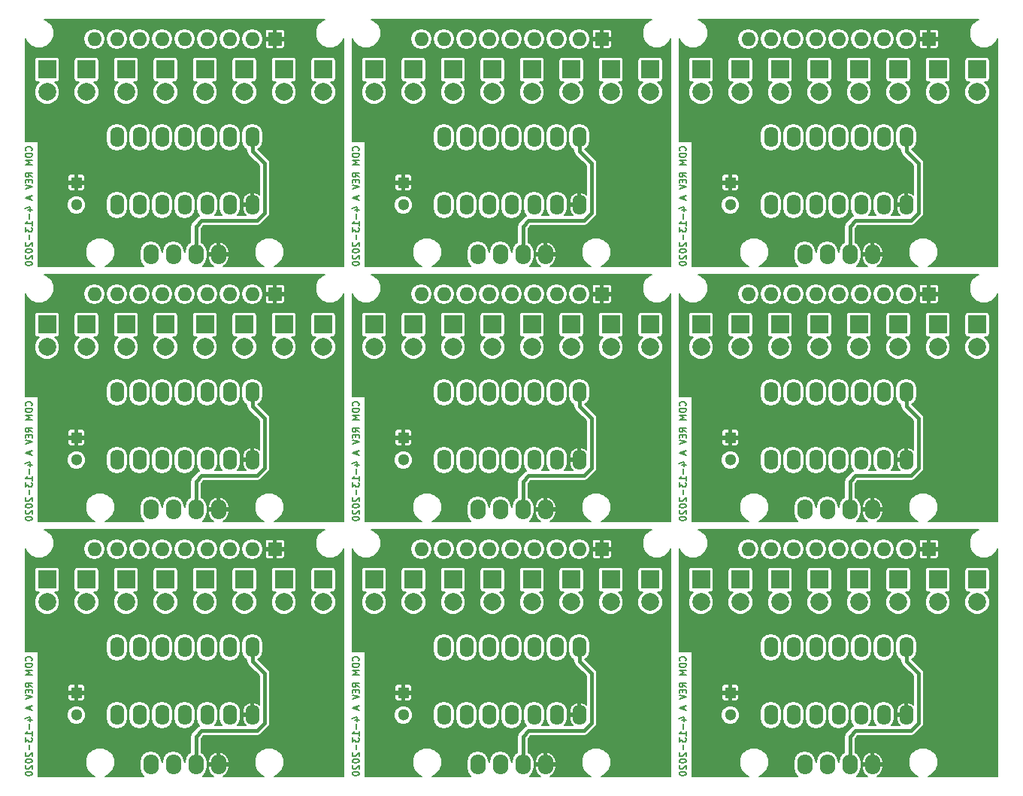
<source format=gbl>
G04 #@! TF.FileFunction,Copper,L2,Bot,Signal*
%FSLAX46Y46*%
G04 Gerber Fmt 4.6, Leading zero omitted, Abs format (unit mm)*
G04 Created by KiCad (PCBNEW 4.0.5+dfsg1-4) date Fri May 29 23:18:48 2020*
%MOMM*%
%LPD*%
G01*
G04 APERTURE LIST*
%ADD10C,0.100000*%
%ADD11C,0.150000*%
%ADD12O,1.727200X2.300000*%
%ADD13R,1.600000X1.600000*%
%ADD14O,1.600000X1.600000*%
%ADD15R,2.000000X2.000000*%
%ADD16C,2.000000*%
%ADD17O,1.600000X2.300000*%
%ADD18R,1.300000X1.300000*%
%ADD19C,1.300000*%
%ADD20C,0.406400*%
%ADD21C,0.203200*%
G04 APERTURE END LIST*
D10*
D11*
X176416857Y-75446714D02*
X176452571Y-75411000D01*
X176488286Y-75303857D01*
X176488286Y-75232428D01*
X176452571Y-75125285D01*
X176381143Y-75053857D01*
X176309714Y-75018142D01*
X176166857Y-74982428D01*
X176059714Y-74982428D01*
X175916857Y-75018142D01*
X175845429Y-75053857D01*
X175774000Y-75125285D01*
X175738286Y-75232428D01*
X175738286Y-75303857D01*
X175774000Y-75411000D01*
X175809714Y-75446714D01*
X176488286Y-75768142D02*
X175738286Y-75768142D01*
X175738286Y-75946714D01*
X175774000Y-76053857D01*
X175845429Y-76125285D01*
X175916857Y-76161000D01*
X176059714Y-76196714D01*
X176166857Y-76196714D01*
X176309714Y-76161000D01*
X176381143Y-76125285D01*
X176452571Y-76053857D01*
X176488286Y-75946714D01*
X176488286Y-75768142D01*
X176488286Y-76518142D02*
X175738286Y-76518142D01*
X176274000Y-76768142D01*
X175738286Y-77018142D01*
X176488286Y-77018142D01*
X176488286Y-78375286D02*
X176131143Y-78125286D01*
X176488286Y-77946714D02*
X175738286Y-77946714D01*
X175738286Y-78232429D01*
X175774000Y-78303857D01*
X175809714Y-78339572D01*
X175881143Y-78375286D01*
X175988286Y-78375286D01*
X176059714Y-78339572D01*
X176095429Y-78303857D01*
X176131143Y-78232429D01*
X176131143Y-77946714D01*
X176095429Y-78696714D02*
X176095429Y-78946714D01*
X176488286Y-79053857D02*
X176488286Y-78696714D01*
X175738286Y-78696714D01*
X175738286Y-79053857D01*
X175738286Y-79268143D02*
X176488286Y-79518143D01*
X175738286Y-79768143D01*
X176274000Y-80553857D02*
X176274000Y-80911000D01*
X176488286Y-80482429D02*
X175738286Y-80732429D01*
X176488286Y-80982429D01*
X175988286Y-82125286D02*
X176488286Y-82125286D01*
X175702571Y-81946715D02*
X176238286Y-81768143D01*
X176238286Y-82232429D01*
X176202571Y-82518143D02*
X176202571Y-83089572D01*
X176488286Y-83839572D02*
X176488286Y-83411000D01*
X176488286Y-83625286D02*
X175738286Y-83625286D01*
X175845429Y-83553857D01*
X175916857Y-83482429D01*
X175952571Y-83411000D01*
X175738286Y-84089572D02*
X175738286Y-84553858D01*
X176024000Y-84303858D01*
X176024000Y-84411000D01*
X176059714Y-84482429D01*
X176095429Y-84518143D01*
X176166857Y-84553858D01*
X176345429Y-84553858D01*
X176416857Y-84518143D01*
X176452571Y-84482429D01*
X176488286Y-84411000D01*
X176488286Y-84196715D01*
X176452571Y-84125286D01*
X176416857Y-84089572D01*
X176202571Y-84875286D02*
X176202571Y-85446715D01*
X175809714Y-85768143D02*
X175774000Y-85803857D01*
X175738286Y-85875286D01*
X175738286Y-86053857D01*
X175774000Y-86125286D01*
X175809714Y-86161000D01*
X175881143Y-86196715D01*
X175952571Y-86196715D01*
X176059714Y-86161000D01*
X176488286Y-85732429D01*
X176488286Y-86196715D01*
X175738286Y-86661001D02*
X175738286Y-86732429D01*
X175774000Y-86803858D01*
X175809714Y-86839572D01*
X175881143Y-86875286D01*
X176024000Y-86911001D01*
X176202571Y-86911001D01*
X176345429Y-86875286D01*
X176416857Y-86839572D01*
X176452571Y-86803858D01*
X176488286Y-86732429D01*
X176488286Y-86661001D01*
X176452571Y-86589572D01*
X176416857Y-86553858D01*
X176345429Y-86518143D01*
X176202571Y-86482429D01*
X176024000Y-86482429D01*
X175881143Y-86518143D01*
X175809714Y-86553858D01*
X175774000Y-86589572D01*
X175738286Y-86661001D01*
X175809714Y-87196715D02*
X175774000Y-87232429D01*
X175738286Y-87303858D01*
X175738286Y-87482429D01*
X175774000Y-87553858D01*
X175809714Y-87589572D01*
X175881143Y-87625287D01*
X175952571Y-87625287D01*
X176059714Y-87589572D01*
X176488286Y-87161001D01*
X176488286Y-87625287D01*
X175738286Y-88089573D02*
X175738286Y-88161001D01*
X175774000Y-88232430D01*
X175809714Y-88268144D01*
X175881143Y-88303858D01*
X176024000Y-88339573D01*
X176202571Y-88339573D01*
X176345429Y-88303858D01*
X176416857Y-88268144D01*
X176452571Y-88232430D01*
X176488286Y-88161001D01*
X176488286Y-88089573D01*
X176452571Y-88018144D01*
X176416857Y-87982430D01*
X176345429Y-87946715D01*
X176202571Y-87911001D01*
X176024000Y-87911001D01*
X175881143Y-87946715D01*
X175809714Y-87982430D01*
X175774000Y-88018144D01*
X175738286Y-88089573D01*
X139586857Y-75446714D02*
X139622571Y-75411000D01*
X139658286Y-75303857D01*
X139658286Y-75232428D01*
X139622571Y-75125285D01*
X139551143Y-75053857D01*
X139479714Y-75018142D01*
X139336857Y-74982428D01*
X139229714Y-74982428D01*
X139086857Y-75018142D01*
X139015429Y-75053857D01*
X138944000Y-75125285D01*
X138908286Y-75232428D01*
X138908286Y-75303857D01*
X138944000Y-75411000D01*
X138979714Y-75446714D01*
X139658286Y-75768142D02*
X138908286Y-75768142D01*
X138908286Y-75946714D01*
X138944000Y-76053857D01*
X139015429Y-76125285D01*
X139086857Y-76161000D01*
X139229714Y-76196714D01*
X139336857Y-76196714D01*
X139479714Y-76161000D01*
X139551143Y-76125285D01*
X139622571Y-76053857D01*
X139658286Y-75946714D01*
X139658286Y-75768142D01*
X139658286Y-76518142D02*
X138908286Y-76518142D01*
X139444000Y-76768142D01*
X138908286Y-77018142D01*
X139658286Y-77018142D01*
X139658286Y-78375286D02*
X139301143Y-78125286D01*
X139658286Y-77946714D02*
X138908286Y-77946714D01*
X138908286Y-78232429D01*
X138944000Y-78303857D01*
X138979714Y-78339572D01*
X139051143Y-78375286D01*
X139158286Y-78375286D01*
X139229714Y-78339572D01*
X139265429Y-78303857D01*
X139301143Y-78232429D01*
X139301143Y-77946714D01*
X139265429Y-78696714D02*
X139265429Y-78946714D01*
X139658286Y-79053857D02*
X139658286Y-78696714D01*
X138908286Y-78696714D01*
X138908286Y-79053857D01*
X138908286Y-79268143D02*
X139658286Y-79518143D01*
X138908286Y-79768143D01*
X139444000Y-80553857D02*
X139444000Y-80911000D01*
X139658286Y-80482429D02*
X138908286Y-80732429D01*
X139658286Y-80982429D01*
X139158286Y-82125286D02*
X139658286Y-82125286D01*
X138872571Y-81946715D02*
X139408286Y-81768143D01*
X139408286Y-82232429D01*
X139372571Y-82518143D02*
X139372571Y-83089572D01*
X139658286Y-83839572D02*
X139658286Y-83411000D01*
X139658286Y-83625286D02*
X138908286Y-83625286D01*
X139015429Y-83553857D01*
X139086857Y-83482429D01*
X139122571Y-83411000D01*
X138908286Y-84089572D02*
X138908286Y-84553858D01*
X139194000Y-84303858D01*
X139194000Y-84411000D01*
X139229714Y-84482429D01*
X139265429Y-84518143D01*
X139336857Y-84553858D01*
X139515429Y-84553858D01*
X139586857Y-84518143D01*
X139622571Y-84482429D01*
X139658286Y-84411000D01*
X139658286Y-84196715D01*
X139622571Y-84125286D01*
X139586857Y-84089572D01*
X139372571Y-84875286D02*
X139372571Y-85446715D01*
X138979714Y-85768143D02*
X138944000Y-85803857D01*
X138908286Y-85875286D01*
X138908286Y-86053857D01*
X138944000Y-86125286D01*
X138979714Y-86161000D01*
X139051143Y-86196715D01*
X139122571Y-86196715D01*
X139229714Y-86161000D01*
X139658286Y-85732429D01*
X139658286Y-86196715D01*
X138908286Y-86661001D02*
X138908286Y-86732429D01*
X138944000Y-86803858D01*
X138979714Y-86839572D01*
X139051143Y-86875286D01*
X139194000Y-86911001D01*
X139372571Y-86911001D01*
X139515429Y-86875286D01*
X139586857Y-86839572D01*
X139622571Y-86803858D01*
X139658286Y-86732429D01*
X139658286Y-86661001D01*
X139622571Y-86589572D01*
X139586857Y-86553858D01*
X139515429Y-86518143D01*
X139372571Y-86482429D01*
X139194000Y-86482429D01*
X139051143Y-86518143D01*
X138979714Y-86553858D01*
X138944000Y-86589572D01*
X138908286Y-86661001D01*
X138979714Y-87196715D02*
X138944000Y-87232429D01*
X138908286Y-87303858D01*
X138908286Y-87482429D01*
X138944000Y-87553858D01*
X138979714Y-87589572D01*
X139051143Y-87625287D01*
X139122571Y-87625287D01*
X139229714Y-87589572D01*
X139658286Y-87161001D01*
X139658286Y-87625287D01*
X138908286Y-88089573D02*
X138908286Y-88161001D01*
X138944000Y-88232430D01*
X138979714Y-88268144D01*
X139051143Y-88303858D01*
X139194000Y-88339573D01*
X139372571Y-88339573D01*
X139515429Y-88303858D01*
X139586857Y-88268144D01*
X139622571Y-88232430D01*
X139658286Y-88161001D01*
X139658286Y-88089573D01*
X139622571Y-88018144D01*
X139586857Y-87982430D01*
X139515429Y-87946715D01*
X139372571Y-87911001D01*
X139194000Y-87911001D01*
X139051143Y-87946715D01*
X138979714Y-87982430D01*
X138944000Y-88018144D01*
X138908286Y-88089573D01*
X102756857Y-75446714D02*
X102792571Y-75411000D01*
X102828286Y-75303857D01*
X102828286Y-75232428D01*
X102792571Y-75125285D01*
X102721143Y-75053857D01*
X102649714Y-75018142D01*
X102506857Y-74982428D01*
X102399714Y-74982428D01*
X102256857Y-75018142D01*
X102185429Y-75053857D01*
X102114000Y-75125285D01*
X102078286Y-75232428D01*
X102078286Y-75303857D01*
X102114000Y-75411000D01*
X102149714Y-75446714D01*
X102828286Y-75768142D02*
X102078286Y-75768142D01*
X102078286Y-75946714D01*
X102114000Y-76053857D01*
X102185429Y-76125285D01*
X102256857Y-76161000D01*
X102399714Y-76196714D01*
X102506857Y-76196714D01*
X102649714Y-76161000D01*
X102721143Y-76125285D01*
X102792571Y-76053857D01*
X102828286Y-75946714D01*
X102828286Y-75768142D01*
X102828286Y-76518142D02*
X102078286Y-76518142D01*
X102614000Y-76768142D01*
X102078286Y-77018142D01*
X102828286Y-77018142D01*
X102828286Y-78375286D02*
X102471143Y-78125286D01*
X102828286Y-77946714D02*
X102078286Y-77946714D01*
X102078286Y-78232429D01*
X102114000Y-78303857D01*
X102149714Y-78339572D01*
X102221143Y-78375286D01*
X102328286Y-78375286D01*
X102399714Y-78339572D01*
X102435429Y-78303857D01*
X102471143Y-78232429D01*
X102471143Y-77946714D01*
X102435429Y-78696714D02*
X102435429Y-78946714D01*
X102828286Y-79053857D02*
X102828286Y-78696714D01*
X102078286Y-78696714D01*
X102078286Y-79053857D01*
X102078286Y-79268143D02*
X102828286Y-79518143D01*
X102078286Y-79768143D01*
X102614000Y-80553857D02*
X102614000Y-80911000D01*
X102828286Y-80482429D02*
X102078286Y-80732429D01*
X102828286Y-80982429D01*
X102328286Y-82125286D02*
X102828286Y-82125286D01*
X102042571Y-81946715D02*
X102578286Y-81768143D01*
X102578286Y-82232429D01*
X102542571Y-82518143D02*
X102542571Y-83089572D01*
X102828286Y-83839572D02*
X102828286Y-83411000D01*
X102828286Y-83625286D02*
X102078286Y-83625286D01*
X102185429Y-83553857D01*
X102256857Y-83482429D01*
X102292571Y-83411000D01*
X102078286Y-84089572D02*
X102078286Y-84553858D01*
X102364000Y-84303858D01*
X102364000Y-84411000D01*
X102399714Y-84482429D01*
X102435429Y-84518143D01*
X102506857Y-84553858D01*
X102685429Y-84553858D01*
X102756857Y-84518143D01*
X102792571Y-84482429D01*
X102828286Y-84411000D01*
X102828286Y-84196715D01*
X102792571Y-84125286D01*
X102756857Y-84089572D01*
X102542571Y-84875286D02*
X102542571Y-85446715D01*
X102149714Y-85768143D02*
X102114000Y-85803857D01*
X102078286Y-85875286D01*
X102078286Y-86053857D01*
X102114000Y-86125286D01*
X102149714Y-86161000D01*
X102221143Y-86196715D01*
X102292571Y-86196715D01*
X102399714Y-86161000D01*
X102828286Y-85732429D01*
X102828286Y-86196715D01*
X102078286Y-86661001D02*
X102078286Y-86732429D01*
X102114000Y-86803858D01*
X102149714Y-86839572D01*
X102221143Y-86875286D01*
X102364000Y-86911001D01*
X102542571Y-86911001D01*
X102685429Y-86875286D01*
X102756857Y-86839572D01*
X102792571Y-86803858D01*
X102828286Y-86732429D01*
X102828286Y-86661001D01*
X102792571Y-86589572D01*
X102756857Y-86553858D01*
X102685429Y-86518143D01*
X102542571Y-86482429D01*
X102364000Y-86482429D01*
X102221143Y-86518143D01*
X102149714Y-86553858D01*
X102114000Y-86589572D01*
X102078286Y-86661001D01*
X102149714Y-87196715D02*
X102114000Y-87232429D01*
X102078286Y-87303858D01*
X102078286Y-87482429D01*
X102114000Y-87553858D01*
X102149714Y-87589572D01*
X102221143Y-87625287D01*
X102292571Y-87625287D01*
X102399714Y-87589572D01*
X102828286Y-87161001D01*
X102828286Y-87625287D01*
X102078286Y-88089573D02*
X102078286Y-88161001D01*
X102114000Y-88232430D01*
X102149714Y-88268144D01*
X102221143Y-88303858D01*
X102364000Y-88339573D01*
X102542571Y-88339573D01*
X102685429Y-88303858D01*
X102756857Y-88268144D01*
X102792571Y-88232430D01*
X102828286Y-88161001D01*
X102828286Y-88089573D01*
X102792571Y-88018144D01*
X102756857Y-87982430D01*
X102685429Y-87946715D01*
X102542571Y-87911001D01*
X102364000Y-87911001D01*
X102221143Y-87946715D01*
X102149714Y-87982430D01*
X102114000Y-88018144D01*
X102078286Y-88089573D01*
X102756857Y-104148714D02*
X102792571Y-104113000D01*
X102828286Y-104005857D01*
X102828286Y-103934428D01*
X102792571Y-103827285D01*
X102721143Y-103755857D01*
X102649714Y-103720142D01*
X102506857Y-103684428D01*
X102399714Y-103684428D01*
X102256857Y-103720142D01*
X102185429Y-103755857D01*
X102114000Y-103827285D01*
X102078286Y-103934428D01*
X102078286Y-104005857D01*
X102114000Y-104113000D01*
X102149714Y-104148714D01*
X102828286Y-104470142D02*
X102078286Y-104470142D01*
X102078286Y-104648714D01*
X102114000Y-104755857D01*
X102185429Y-104827285D01*
X102256857Y-104863000D01*
X102399714Y-104898714D01*
X102506857Y-104898714D01*
X102649714Y-104863000D01*
X102721143Y-104827285D01*
X102792571Y-104755857D01*
X102828286Y-104648714D01*
X102828286Y-104470142D01*
X102828286Y-105220142D02*
X102078286Y-105220142D01*
X102614000Y-105470142D01*
X102078286Y-105720142D01*
X102828286Y-105720142D01*
X102828286Y-107077286D02*
X102471143Y-106827286D01*
X102828286Y-106648714D02*
X102078286Y-106648714D01*
X102078286Y-106934429D01*
X102114000Y-107005857D01*
X102149714Y-107041572D01*
X102221143Y-107077286D01*
X102328286Y-107077286D01*
X102399714Y-107041572D01*
X102435429Y-107005857D01*
X102471143Y-106934429D01*
X102471143Y-106648714D01*
X102435429Y-107398714D02*
X102435429Y-107648714D01*
X102828286Y-107755857D02*
X102828286Y-107398714D01*
X102078286Y-107398714D01*
X102078286Y-107755857D01*
X102078286Y-107970143D02*
X102828286Y-108220143D01*
X102078286Y-108470143D01*
X102614000Y-109255857D02*
X102614000Y-109613000D01*
X102828286Y-109184429D02*
X102078286Y-109434429D01*
X102828286Y-109684429D01*
X102328286Y-110827286D02*
X102828286Y-110827286D01*
X102042571Y-110648715D02*
X102578286Y-110470143D01*
X102578286Y-110934429D01*
X102542571Y-111220143D02*
X102542571Y-111791572D01*
X102828286Y-112541572D02*
X102828286Y-112113000D01*
X102828286Y-112327286D02*
X102078286Y-112327286D01*
X102185429Y-112255857D01*
X102256857Y-112184429D01*
X102292571Y-112113000D01*
X102078286Y-112791572D02*
X102078286Y-113255858D01*
X102364000Y-113005858D01*
X102364000Y-113113000D01*
X102399714Y-113184429D01*
X102435429Y-113220143D01*
X102506857Y-113255858D01*
X102685429Y-113255858D01*
X102756857Y-113220143D01*
X102792571Y-113184429D01*
X102828286Y-113113000D01*
X102828286Y-112898715D01*
X102792571Y-112827286D01*
X102756857Y-112791572D01*
X102542571Y-113577286D02*
X102542571Y-114148715D01*
X102149714Y-114470143D02*
X102114000Y-114505857D01*
X102078286Y-114577286D01*
X102078286Y-114755857D01*
X102114000Y-114827286D01*
X102149714Y-114863000D01*
X102221143Y-114898715D01*
X102292571Y-114898715D01*
X102399714Y-114863000D01*
X102828286Y-114434429D01*
X102828286Y-114898715D01*
X102078286Y-115363001D02*
X102078286Y-115434429D01*
X102114000Y-115505858D01*
X102149714Y-115541572D01*
X102221143Y-115577286D01*
X102364000Y-115613001D01*
X102542571Y-115613001D01*
X102685429Y-115577286D01*
X102756857Y-115541572D01*
X102792571Y-115505858D01*
X102828286Y-115434429D01*
X102828286Y-115363001D01*
X102792571Y-115291572D01*
X102756857Y-115255858D01*
X102685429Y-115220143D01*
X102542571Y-115184429D01*
X102364000Y-115184429D01*
X102221143Y-115220143D01*
X102149714Y-115255858D01*
X102114000Y-115291572D01*
X102078286Y-115363001D01*
X102149714Y-115898715D02*
X102114000Y-115934429D01*
X102078286Y-116005858D01*
X102078286Y-116184429D01*
X102114000Y-116255858D01*
X102149714Y-116291572D01*
X102221143Y-116327287D01*
X102292571Y-116327287D01*
X102399714Y-116291572D01*
X102828286Y-115863001D01*
X102828286Y-116327287D01*
X102078286Y-116791573D02*
X102078286Y-116863001D01*
X102114000Y-116934430D01*
X102149714Y-116970144D01*
X102221143Y-117005858D01*
X102364000Y-117041573D01*
X102542571Y-117041573D01*
X102685429Y-117005858D01*
X102756857Y-116970144D01*
X102792571Y-116934430D01*
X102828286Y-116863001D01*
X102828286Y-116791573D01*
X102792571Y-116720144D01*
X102756857Y-116684430D01*
X102685429Y-116648715D01*
X102542571Y-116613001D01*
X102364000Y-116613001D01*
X102221143Y-116648715D01*
X102149714Y-116684430D01*
X102114000Y-116720144D01*
X102078286Y-116791573D01*
X102756857Y-132850714D02*
X102792571Y-132815000D01*
X102828286Y-132707857D01*
X102828286Y-132636428D01*
X102792571Y-132529285D01*
X102721143Y-132457857D01*
X102649714Y-132422142D01*
X102506857Y-132386428D01*
X102399714Y-132386428D01*
X102256857Y-132422142D01*
X102185429Y-132457857D01*
X102114000Y-132529285D01*
X102078286Y-132636428D01*
X102078286Y-132707857D01*
X102114000Y-132815000D01*
X102149714Y-132850714D01*
X102828286Y-133172142D02*
X102078286Y-133172142D01*
X102078286Y-133350714D01*
X102114000Y-133457857D01*
X102185429Y-133529285D01*
X102256857Y-133565000D01*
X102399714Y-133600714D01*
X102506857Y-133600714D01*
X102649714Y-133565000D01*
X102721143Y-133529285D01*
X102792571Y-133457857D01*
X102828286Y-133350714D01*
X102828286Y-133172142D01*
X102828286Y-133922142D02*
X102078286Y-133922142D01*
X102614000Y-134172142D01*
X102078286Y-134422142D01*
X102828286Y-134422142D01*
X102828286Y-135779286D02*
X102471143Y-135529286D01*
X102828286Y-135350714D02*
X102078286Y-135350714D01*
X102078286Y-135636429D01*
X102114000Y-135707857D01*
X102149714Y-135743572D01*
X102221143Y-135779286D01*
X102328286Y-135779286D01*
X102399714Y-135743572D01*
X102435429Y-135707857D01*
X102471143Y-135636429D01*
X102471143Y-135350714D01*
X102435429Y-136100714D02*
X102435429Y-136350714D01*
X102828286Y-136457857D02*
X102828286Y-136100714D01*
X102078286Y-136100714D01*
X102078286Y-136457857D01*
X102078286Y-136672143D02*
X102828286Y-136922143D01*
X102078286Y-137172143D01*
X102614000Y-137957857D02*
X102614000Y-138315000D01*
X102828286Y-137886429D02*
X102078286Y-138136429D01*
X102828286Y-138386429D01*
X102328286Y-139529286D02*
X102828286Y-139529286D01*
X102042571Y-139350715D02*
X102578286Y-139172143D01*
X102578286Y-139636429D01*
X102542571Y-139922143D02*
X102542571Y-140493572D01*
X102828286Y-141243572D02*
X102828286Y-140815000D01*
X102828286Y-141029286D02*
X102078286Y-141029286D01*
X102185429Y-140957857D01*
X102256857Y-140886429D01*
X102292571Y-140815000D01*
X102078286Y-141493572D02*
X102078286Y-141957858D01*
X102364000Y-141707858D01*
X102364000Y-141815000D01*
X102399714Y-141886429D01*
X102435429Y-141922143D01*
X102506857Y-141957858D01*
X102685429Y-141957858D01*
X102756857Y-141922143D01*
X102792571Y-141886429D01*
X102828286Y-141815000D01*
X102828286Y-141600715D01*
X102792571Y-141529286D01*
X102756857Y-141493572D01*
X102542571Y-142279286D02*
X102542571Y-142850715D01*
X102149714Y-143172143D02*
X102114000Y-143207857D01*
X102078286Y-143279286D01*
X102078286Y-143457857D01*
X102114000Y-143529286D01*
X102149714Y-143565000D01*
X102221143Y-143600715D01*
X102292571Y-143600715D01*
X102399714Y-143565000D01*
X102828286Y-143136429D01*
X102828286Y-143600715D01*
X102078286Y-144065001D02*
X102078286Y-144136429D01*
X102114000Y-144207858D01*
X102149714Y-144243572D01*
X102221143Y-144279286D01*
X102364000Y-144315001D01*
X102542571Y-144315001D01*
X102685429Y-144279286D01*
X102756857Y-144243572D01*
X102792571Y-144207858D01*
X102828286Y-144136429D01*
X102828286Y-144065001D01*
X102792571Y-143993572D01*
X102756857Y-143957858D01*
X102685429Y-143922143D01*
X102542571Y-143886429D01*
X102364000Y-143886429D01*
X102221143Y-143922143D01*
X102149714Y-143957858D01*
X102114000Y-143993572D01*
X102078286Y-144065001D01*
X102149714Y-144600715D02*
X102114000Y-144636429D01*
X102078286Y-144707858D01*
X102078286Y-144886429D01*
X102114000Y-144957858D01*
X102149714Y-144993572D01*
X102221143Y-145029287D01*
X102292571Y-145029287D01*
X102399714Y-144993572D01*
X102828286Y-144565001D01*
X102828286Y-145029287D01*
X102078286Y-145493573D02*
X102078286Y-145565001D01*
X102114000Y-145636430D01*
X102149714Y-145672144D01*
X102221143Y-145707858D01*
X102364000Y-145743573D01*
X102542571Y-145743573D01*
X102685429Y-145707858D01*
X102756857Y-145672144D01*
X102792571Y-145636430D01*
X102828286Y-145565001D01*
X102828286Y-145493573D01*
X102792571Y-145422144D01*
X102756857Y-145386430D01*
X102685429Y-145350715D01*
X102542571Y-145315001D01*
X102364000Y-145315001D01*
X102221143Y-145350715D01*
X102149714Y-145386430D01*
X102114000Y-145422144D01*
X102078286Y-145493573D01*
X139586857Y-132850714D02*
X139622571Y-132815000D01*
X139658286Y-132707857D01*
X139658286Y-132636428D01*
X139622571Y-132529285D01*
X139551143Y-132457857D01*
X139479714Y-132422142D01*
X139336857Y-132386428D01*
X139229714Y-132386428D01*
X139086857Y-132422142D01*
X139015429Y-132457857D01*
X138944000Y-132529285D01*
X138908286Y-132636428D01*
X138908286Y-132707857D01*
X138944000Y-132815000D01*
X138979714Y-132850714D01*
X139658286Y-133172142D02*
X138908286Y-133172142D01*
X138908286Y-133350714D01*
X138944000Y-133457857D01*
X139015429Y-133529285D01*
X139086857Y-133565000D01*
X139229714Y-133600714D01*
X139336857Y-133600714D01*
X139479714Y-133565000D01*
X139551143Y-133529285D01*
X139622571Y-133457857D01*
X139658286Y-133350714D01*
X139658286Y-133172142D01*
X139658286Y-133922142D02*
X138908286Y-133922142D01*
X139444000Y-134172142D01*
X138908286Y-134422142D01*
X139658286Y-134422142D01*
X139658286Y-135779286D02*
X139301143Y-135529286D01*
X139658286Y-135350714D02*
X138908286Y-135350714D01*
X138908286Y-135636429D01*
X138944000Y-135707857D01*
X138979714Y-135743572D01*
X139051143Y-135779286D01*
X139158286Y-135779286D01*
X139229714Y-135743572D01*
X139265429Y-135707857D01*
X139301143Y-135636429D01*
X139301143Y-135350714D01*
X139265429Y-136100714D02*
X139265429Y-136350714D01*
X139658286Y-136457857D02*
X139658286Y-136100714D01*
X138908286Y-136100714D01*
X138908286Y-136457857D01*
X138908286Y-136672143D02*
X139658286Y-136922143D01*
X138908286Y-137172143D01*
X139444000Y-137957857D02*
X139444000Y-138315000D01*
X139658286Y-137886429D02*
X138908286Y-138136429D01*
X139658286Y-138386429D01*
X139158286Y-139529286D02*
X139658286Y-139529286D01*
X138872571Y-139350715D02*
X139408286Y-139172143D01*
X139408286Y-139636429D01*
X139372571Y-139922143D02*
X139372571Y-140493572D01*
X139658286Y-141243572D02*
X139658286Y-140815000D01*
X139658286Y-141029286D02*
X138908286Y-141029286D01*
X139015429Y-140957857D01*
X139086857Y-140886429D01*
X139122571Y-140815000D01*
X138908286Y-141493572D02*
X138908286Y-141957858D01*
X139194000Y-141707858D01*
X139194000Y-141815000D01*
X139229714Y-141886429D01*
X139265429Y-141922143D01*
X139336857Y-141957858D01*
X139515429Y-141957858D01*
X139586857Y-141922143D01*
X139622571Y-141886429D01*
X139658286Y-141815000D01*
X139658286Y-141600715D01*
X139622571Y-141529286D01*
X139586857Y-141493572D01*
X139372571Y-142279286D02*
X139372571Y-142850715D01*
X138979714Y-143172143D02*
X138944000Y-143207857D01*
X138908286Y-143279286D01*
X138908286Y-143457857D01*
X138944000Y-143529286D01*
X138979714Y-143565000D01*
X139051143Y-143600715D01*
X139122571Y-143600715D01*
X139229714Y-143565000D01*
X139658286Y-143136429D01*
X139658286Y-143600715D01*
X138908286Y-144065001D02*
X138908286Y-144136429D01*
X138944000Y-144207858D01*
X138979714Y-144243572D01*
X139051143Y-144279286D01*
X139194000Y-144315001D01*
X139372571Y-144315001D01*
X139515429Y-144279286D01*
X139586857Y-144243572D01*
X139622571Y-144207858D01*
X139658286Y-144136429D01*
X139658286Y-144065001D01*
X139622571Y-143993572D01*
X139586857Y-143957858D01*
X139515429Y-143922143D01*
X139372571Y-143886429D01*
X139194000Y-143886429D01*
X139051143Y-143922143D01*
X138979714Y-143957858D01*
X138944000Y-143993572D01*
X138908286Y-144065001D01*
X138979714Y-144600715D02*
X138944000Y-144636429D01*
X138908286Y-144707858D01*
X138908286Y-144886429D01*
X138944000Y-144957858D01*
X138979714Y-144993572D01*
X139051143Y-145029287D01*
X139122571Y-145029287D01*
X139229714Y-144993572D01*
X139658286Y-144565001D01*
X139658286Y-145029287D01*
X138908286Y-145493573D02*
X138908286Y-145565001D01*
X138944000Y-145636430D01*
X138979714Y-145672144D01*
X139051143Y-145707858D01*
X139194000Y-145743573D01*
X139372571Y-145743573D01*
X139515429Y-145707858D01*
X139586857Y-145672144D01*
X139622571Y-145636430D01*
X139658286Y-145565001D01*
X139658286Y-145493573D01*
X139622571Y-145422144D01*
X139586857Y-145386430D01*
X139515429Y-145350715D01*
X139372571Y-145315001D01*
X139194000Y-145315001D01*
X139051143Y-145350715D01*
X138979714Y-145386430D01*
X138944000Y-145422144D01*
X138908286Y-145493573D01*
X176416857Y-132850714D02*
X176452571Y-132815000D01*
X176488286Y-132707857D01*
X176488286Y-132636428D01*
X176452571Y-132529285D01*
X176381143Y-132457857D01*
X176309714Y-132422142D01*
X176166857Y-132386428D01*
X176059714Y-132386428D01*
X175916857Y-132422142D01*
X175845429Y-132457857D01*
X175774000Y-132529285D01*
X175738286Y-132636428D01*
X175738286Y-132707857D01*
X175774000Y-132815000D01*
X175809714Y-132850714D01*
X176488286Y-133172142D02*
X175738286Y-133172142D01*
X175738286Y-133350714D01*
X175774000Y-133457857D01*
X175845429Y-133529285D01*
X175916857Y-133565000D01*
X176059714Y-133600714D01*
X176166857Y-133600714D01*
X176309714Y-133565000D01*
X176381143Y-133529285D01*
X176452571Y-133457857D01*
X176488286Y-133350714D01*
X176488286Y-133172142D01*
X176488286Y-133922142D02*
X175738286Y-133922142D01*
X176274000Y-134172142D01*
X175738286Y-134422142D01*
X176488286Y-134422142D01*
X176488286Y-135779286D02*
X176131143Y-135529286D01*
X176488286Y-135350714D02*
X175738286Y-135350714D01*
X175738286Y-135636429D01*
X175774000Y-135707857D01*
X175809714Y-135743572D01*
X175881143Y-135779286D01*
X175988286Y-135779286D01*
X176059714Y-135743572D01*
X176095429Y-135707857D01*
X176131143Y-135636429D01*
X176131143Y-135350714D01*
X176095429Y-136100714D02*
X176095429Y-136350714D01*
X176488286Y-136457857D02*
X176488286Y-136100714D01*
X175738286Y-136100714D01*
X175738286Y-136457857D01*
X175738286Y-136672143D02*
X176488286Y-136922143D01*
X175738286Y-137172143D01*
X176274000Y-137957857D02*
X176274000Y-138315000D01*
X176488286Y-137886429D02*
X175738286Y-138136429D01*
X176488286Y-138386429D01*
X175988286Y-139529286D02*
X176488286Y-139529286D01*
X175702571Y-139350715D02*
X176238286Y-139172143D01*
X176238286Y-139636429D01*
X176202571Y-139922143D02*
X176202571Y-140493572D01*
X176488286Y-141243572D02*
X176488286Y-140815000D01*
X176488286Y-141029286D02*
X175738286Y-141029286D01*
X175845429Y-140957857D01*
X175916857Y-140886429D01*
X175952571Y-140815000D01*
X175738286Y-141493572D02*
X175738286Y-141957858D01*
X176024000Y-141707858D01*
X176024000Y-141815000D01*
X176059714Y-141886429D01*
X176095429Y-141922143D01*
X176166857Y-141957858D01*
X176345429Y-141957858D01*
X176416857Y-141922143D01*
X176452571Y-141886429D01*
X176488286Y-141815000D01*
X176488286Y-141600715D01*
X176452571Y-141529286D01*
X176416857Y-141493572D01*
X176202571Y-142279286D02*
X176202571Y-142850715D01*
X175809714Y-143172143D02*
X175774000Y-143207857D01*
X175738286Y-143279286D01*
X175738286Y-143457857D01*
X175774000Y-143529286D01*
X175809714Y-143565000D01*
X175881143Y-143600715D01*
X175952571Y-143600715D01*
X176059714Y-143565000D01*
X176488286Y-143136429D01*
X176488286Y-143600715D01*
X175738286Y-144065001D02*
X175738286Y-144136429D01*
X175774000Y-144207858D01*
X175809714Y-144243572D01*
X175881143Y-144279286D01*
X176024000Y-144315001D01*
X176202571Y-144315001D01*
X176345429Y-144279286D01*
X176416857Y-144243572D01*
X176452571Y-144207858D01*
X176488286Y-144136429D01*
X176488286Y-144065001D01*
X176452571Y-143993572D01*
X176416857Y-143957858D01*
X176345429Y-143922143D01*
X176202571Y-143886429D01*
X176024000Y-143886429D01*
X175881143Y-143922143D01*
X175809714Y-143957858D01*
X175774000Y-143993572D01*
X175738286Y-144065001D01*
X175809714Y-144600715D02*
X175774000Y-144636429D01*
X175738286Y-144707858D01*
X175738286Y-144886429D01*
X175774000Y-144957858D01*
X175809714Y-144993572D01*
X175881143Y-145029287D01*
X175952571Y-145029287D01*
X176059714Y-144993572D01*
X176488286Y-144565001D01*
X176488286Y-145029287D01*
X175738286Y-145493573D02*
X175738286Y-145565001D01*
X175774000Y-145636430D01*
X175809714Y-145672144D01*
X175881143Y-145707858D01*
X176024000Y-145743573D01*
X176202571Y-145743573D01*
X176345429Y-145707858D01*
X176416857Y-145672144D01*
X176452571Y-145636430D01*
X176488286Y-145565001D01*
X176488286Y-145493573D01*
X176452571Y-145422144D01*
X176416857Y-145386430D01*
X176345429Y-145350715D01*
X176202571Y-145315001D01*
X176024000Y-145315001D01*
X175881143Y-145350715D01*
X175809714Y-145386430D01*
X175774000Y-145422144D01*
X175738286Y-145493573D01*
X176416857Y-104148714D02*
X176452571Y-104113000D01*
X176488286Y-104005857D01*
X176488286Y-103934428D01*
X176452571Y-103827285D01*
X176381143Y-103755857D01*
X176309714Y-103720142D01*
X176166857Y-103684428D01*
X176059714Y-103684428D01*
X175916857Y-103720142D01*
X175845429Y-103755857D01*
X175774000Y-103827285D01*
X175738286Y-103934428D01*
X175738286Y-104005857D01*
X175774000Y-104113000D01*
X175809714Y-104148714D01*
X176488286Y-104470142D02*
X175738286Y-104470142D01*
X175738286Y-104648714D01*
X175774000Y-104755857D01*
X175845429Y-104827285D01*
X175916857Y-104863000D01*
X176059714Y-104898714D01*
X176166857Y-104898714D01*
X176309714Y-104863000D01*
X176381143Y-104827285D01*
X176452571Y-104755857D01*
X176488286Y-104648714D01*
X176488286Y-104470142D01*
X176488286Y-105220142D02*
X175738286Y-105220142D01*
X176274000Y-105470142D01*
X175738286Y-105720142D01*
X176488286Y-105720142D01*
X176488286Y-107077286D02*
X176131143Y-106827286D01*
X176488286Y-106648714D02*
X175738286Y-106648714D01*
X175738286Y-106934429D01*
X175774000Y-107005857D01*
X175809714Y-107041572D01*
X175881143Y-107077286D01*
X175988286Y-107077286D01*
X176059714Y-107041572D01*
X176095429Y-107005857D01*
X176131143Y-106934429D01*
X176131143Y-106648714D01*
X176095429Y-107398714D02*
X176095429Y-107648714D01*
X176488286Y-107755857D02*
X176488286Y-107398714D01*
X175738286Y-107398714D01*
X175738286Y-107755857D01*
X175738286Y-107970143D02*
X176488286Y-108220143D01*
X175738286Y-108470143D01*
X176274000Y-109255857D02*
X176274000Y-109613000D01*
X176488286Y-109184429D02*
X175738286Y-109434429D01*
X176488286Y-109684429D01*
X175988286Y-110827286D02*
X176488286Y-110827286D01*
X175702571Y-110648715D02*
X176238286Y-110470143D01*
X176238286Y-110934429D01*
X176202571Y-111220143D02*
X176202571Y-111791572D01*
X176488286Y-112541572D02*
X176488286Y-112113000D01*
X176488286Y-112327286D02*
X175738286Y-112327286D01*
X175845429Y-112255857D01*
X175916857Y-112184429D01*
X175952571Y-112113000D01*
X175738286Y-112791572D02*
X175738286Y-113255858D01*
X176024000Y-113005858D01*
X176024000Y-113113000D01*
X176059714Y-113184429D01*
X176095429Y-113220143D01*
X176166857Y-113255858D01*
X176345429Y-113255858D01*
X176416857Y-113220143D01*
X176452571Y-113184429D01*
X176488286Y-113113000D01*
X176488286Y-112898715D01*
X176452571Y-112827286D01*
X176416857Y-112791572D01*
X176202571Y-113577286D02*
X176202571Y-114148715D01*
X175809714Y-114470143D02*
X175774000Y-114505857D01*
X175738286Y-114577286D01*
X175738286Y-114755857D01*
X175774000Y-114827286D01*
X175809714Y-114863000D01*
X175881143Y-114898715D01*
X175952571Y-114898715D01*
X176059714Y-114863000D01*
X176488286Y-114434429D01*
X176488286Y-114898715D01*
X175738286Y-115363001D02*
X175738286Y-115434429D01*
X175774000Y-115505858D01*
X175809714Y-115541572D01*
X175881143Y-115577286D01*
X176024000Y-115613001D01*
X176202571Y-115613001D01*
X176345429Y-115577286D01*
X176416857Y-115541572D01*
X176452571Y-115505858D01*
X176488286Y-115434429D01*
X176488286Y-115363001D01*
X176452571Y-115291572D01*
X176416857Y-115255858D01*
X176345429Y-115220143D01*
X176202571Y-115184429D01*
X176024000Y-115184429D01*
X175881143Y-115220143D01*
X175809714Y-115255858D01*
X175774000Y-115291572D01*
X175738286Y-115363001D01*
X175809714Y-115898715D02*
X175774000Y-115934429D01*
X175738286Y-116005858D01*
X175738286Y-116184429D01*
X175774000Y-116255858D01*
X175809714Y-116291572D01*
X175881143Y-116327287D01*
X175952571Y-116327287D01*
X176059714Y-116291572D01*
X176488286Y-115863001D01*
X176488286Y-116327287D01*
X175738286Y-116791573D02*
X175738286Y-116863001D01*
X175774000Y-116934430D01*
X175809714Y-116970144D01*
X175881143Y-117005858D01*
X176024000Y-117041573D01*
X176202571Y-117041573D01*
X176345429Y-117005858D01*
X176416857Y-116970144D01*
X176452571Y-116934430D01*
X176488286Y-116863001D01*
X176488286Y-116791573D01*
X176452571Y-116720144D01*
X176416857Y-116684430D01*
X176345429Y-116648715D01*
X176202571Y-116613001D01*
X176024000Y-116613001D01*
X175881143Y-116648715D01*
X175809714Y-116684430D01*
X175774000Y-116720144D01*
X175738286Y-116791573D01*
X139586857Y-104148714D02*
X139622571Y-104113000D01*
X139658286Y-104005857D01*
X139658286Y-103934428D01*
X139622571Y-103827285D01*
X139551143Y-103755857D01*
X139479714Y-103720142D01*
X139336857Y-103684428D01*
X139229714Y-103684428D01*
X139086857Y-103720142D01*
X139015429Y-103755857D01*
X138944000Y-103827285D01*
X138908286Y-103934428D01*
X138908286Y-104005857D01*
X138944000Y-104113000D01*
X138979714Y-104148714D01*
X139658286Y-104470142D02*
X138908286Y-104470142D01*
X138908286Y-104648714D01*
X138944000Y-104755857D01*
X139015429Y-104827285D01*
X139086857Y-104863000D01*
X139229714Y-104898714D01*
X139336857Y-104898714D01*
X139479714Y-104863000D01*
X139551143Y-104827285D01*
X139622571Y-104755857D01*
X139658286Y-104648714D01*
X139658286Y-104470142D01*
X139658286Y-105220142D02*
X138908286Y-105220142D01*
X139444000Y-105470142D01*
X138908286Y-105720142D01*
X139658286Y-105720142D01*
X139658286Y-107077286D02*
X139301143Y-106827286D01*
X139658286Y-106648714D02*
X138908286Y-106648714D01*
X138908286Y-106934429D01*
X138944000Y-107005857D01*
X138979714Y-107041572D01*
X139051143Y-107077286D01*
X139158286Y-107077286D01*
X139229714Y-107041572D01*
X139265429Y-107005857D01*
X139301143Y-106934429D01*
X139301143Y-106648714D01*
X139265429Y-107398714D02*
X139265429Y-107648714D01*
X139658286Y-107755857D02*
X139658286Y-107398714D01*
X138908286Y-107398714D01*
X138908286Y-107755857D01*
X138908286Y-107970143D02*
X139658286Y-108220143D01*
X138908286Y-108470143D01*
X139444000Y-109255857D02*
X139444000Y-109613000D01*
X139658286Y-109184429D02*
X138908286Y-109434429D01*
X139658286Y-109684429D01*
X139158286Y-110827286D02*
X139658286Y-110827286D01*
X138872571Y-110648715D02*
X139408286Y-110470143D01*
X139408286Y-110934429D01*
X139372571Y-111220143D02*
X139372571Y-111791572D01*
X139658286Y-112541572D02*
X139658286Y-112113000D01*
X139658286Y-112327286D02*
X138908286Y-112327286D01*
X139015429Y-112255857D01*
X139086857Y-112184429D01*
X139122571Y-112113000D01*
X138908286Y-112791572D02*
X138908286Y-113255858D01*
X139194000Y-113005858D01*
X139194000Y-113113000D01*
X139229714Y-113184429D01*
X139265429Y-113220143D01*
X139336857Y-113255858D01*
X139515429Y-113255858D01*
X139586857Y-113220143D01*
X139622571Y-113184429D01*
X139658286Y-113113000D01*
X139658286Y-112898715D01*
X139622571Y-112827286D01*
X139586857Y-112791572D01*
X139372571Y-113577286D02*
X139372571Y-114148715D01*
X138979714Y-114470143D02*
X138944000Y-114505857D01*
X138908286Y-114577286D01*
X138908286Y-114755857D01*
X138944000Y-114827286D01*
X138979714Y-114863000D01*
X139051143Y-114898715D01*
X139122571Y-114898715D01*
X139229714Y-114863000D01*
X139658286Y-114434429D01*
X139658286Y-114898715D01*
X138908286Y-115363001D02*
X138908286Y-115434429D01*
X138944000Y-115505858D01*
X138979714Y-115541572D01*
X139051143Y-115577286D01*
X139194000Y-115613001D01*
X139372571Y-115613001D01*
X139515429Y-115577286D01*
X139586857Y-115541572D01*
X139622571Y-115505858D01*
X139658286Y-115434429D01*
X139658286Y-115363001D01*
X139622571Y-115291572D01*
X139586857Y-115255858D01*
X139515429Y-115220143D01*
X139372571Y-115184429D01*
X139194000Y-115184429D01*
X139051143Y-115220143D01*
X138979714Y-115255858D01*
X138944000Y-115291572D01*
X138908286Y-115363001D01*
X138979714Y-115898715D02*
X138944000Y-115934429D01*
X138908286Y-116005858D01*
X138908286Y-116184429D01*
X138944000Y-116255858D01*
X138979714Y-116291572D01*
X139051143Y-116327287D01*
X139122571Y-116327287D01*
X139229714Y-116291572D01*
X139658286Y-115863001D01*
X139658286Y-116327287D01*
X138908286Y-116791573D02*
X138908286Y-116863001D01*
X138944000Y-116934430D01*
X138979714Y-116970144D01*
X139051143Y-117005858D01*
X139194000Y-117041573D01*
X139372571Y-117041573D01*
X139515429Y-117005858D01*
X139586857Y-116970144D01*
X139622571Y-116934430D01*
X139658286Y-116863001D01*
X139658286Y-116791573D01*
X139622571Y-116720144D01*
X139586857Y-116684430D01*
X139515429Y-116648715D01*
X139372571Y-116613001D01*
X139194000Y-116613001D01*
X139051143Y-116648715D01*
X138979714Y-116684430D01*
X138944000Y-116720144D01*
X138908286Y-116791573D01*
D12*
X153035000Y-87122000D03*
X155575000Y-87122000D03*
X158115000Y-87122000D03*
X160655000Y-87122000D03*
X116205000Y-87122000D03*
X118745000Y-87122000D03*
X121285000Y-87122000D03*
X123825000Y-87122000D03*
X189865000Y-87122000D03*
X192405000Y-87122000D03*
X194945000Y-87122000D03*
X197485000Y-87122000D03*
D13*
X167005000Y-62865000D03*
D14*
X164465000Y-62865000D03*
X161925000Y-62865000D03*
X159385000Y-62865000D03*
X156845000Y-62865000D03*
X154305000Y-62865000D03*
X151765000Y-62865000D03*
X149225000Y-62865000D03*
X146685000Y-62865000D03*
D15*
X154686000Y-66294000D03*
D16*
X154686000Y-68834000D03*
D15*
X163576000Y-66294000D03*
D16*
X163576000Y-68834000D03*
D15*
X150241000Y-66294000D03*
D16*
X150241000Y-68834000D03*
D15*
X145796000Y-66294000D03*
D16*
X145796000Y-68834000D03*
D15*
X159131000Y-66294000D03*
D16*
X159131000Y-68834000D03*
D17*
X149225000Y-81534000D03*
X151765000Y-81534000D03*
X154305000Y-81534000D03*
X156845000Y-81534000D03*
X159385000Y-81534000D03*
X161925000Y-81534000D03*
X164465000Y-81534000D03*
X164465000Y-73914000D03*
X161925000Y-73914000D03*
X159385000Y-73914000D03*
X156845000Y-73914000D03*
X154305000Y-73914000D03*
X151765000Y-73914000D03*
X149225000Y-73914000D03*
D18*
X144653000Y-79034000D03*
D19*
X144653000Y-81534000D03*
D15*
X168021000Y-66294000D03*
D16*
X168021000Y-68834000D03*
D15*
X172466000Y-66294000D03*
D16*
X172466000Y-68834000D03*
D15*
X113411000Y-66294000D03*
D16*
X113411000Y-68834000D03*
D15*
X104521000Y-66294000D03*
D16*
X104521000Y-68834000D03*
D15*
X108966000Y-66294000D03*
D16*
X108966000Y-68834000D03*
D15*
X141351000Y-66294000D03*
D16*
X141351000Y-68834000D03*
D15*
X135636000Y-66294000D03*
D16*
X135636000Y-68834000D03*
D13*
X130175000Y-62865000D03*
D14*
X127635000Y-62865000D03*
X125095000Y-62865000D03*
X122555000Y-62865000D03*
X120015000Y-62865000D03*
X117475000Y-62865000D03*
X114935000Y-62865000D03*
X112395000Y-62865000D03*
X109855000Y-62865000D03*
D15*
X126746000Y-66294000D03*
D16*
X126746000Y-68834000D03*
D15*
X122301000Y-66294000D03*
D16*
X122301000Y-68834000D03*
D15*
X131191000Y-66294000D03*
D16*
X131191000Y-68834000D03*
D15*
X117856000Y-66294000D03*
D16*
X117856000Y-68834000D03*
D17*
X112395000Y-81534000D03*
X114935000Y-81534000D03*
X117475000Y-81534000D03*
X120015000Y-81534000D03*
X122555000Y-81534000D03*
X125095000Y-81534000D03*
X127635000Y-81534000D03*
X127635000Y-73914000D03*
X125095000Y-73914000D03*
X122555000Y-73914000D03*
X120015000Y-73914000D03*
X117475000Y-73914000D03*
X114935000Y-73914000D03*
X112395000Y-73914000D03*
D18*
X107823000Y-79034000D03*
D19*
X107823000Y-81534000D03*
D15*
X182626000Y-66294000D03*
D16*
X182626000Y-68834000D03*
D15*
X178181000Y-66294000D03*
D16*
X178181000Y-68834000D03*
D15*
X187071000Y-66294000D03*
D16*
X187071000Y-68834000D03*
D15*
X191516000Y-66294000D03*
D16*
X191516000Y-68834000D03*
D13*
X203835000Y-62865000D03*
D14*
X201295000Y-62865000D03*
X198755000Y-62865000D03*
X196215000Y-62865000D03*
X193675000Y-62865000D03*
X191135000Y-62865000D03*
X188595000Y-62865000D03*
X186055000Y-62865000D03*
X183515000Y-62865000D03*
D18*
X181483000Y-79034000D03*
D19*
X181483000Y-81534000D03*
D17*
X186055000Y-81534000D03*
X188595000Y-81534000D03*
X191135000Y-81534000D03*
X193675000Y-81534000D03*
X196215000Y-81534000D03*
X198755000Y-81534000D03*
X201295000Y-81534000D03*
X201295000Y-73914000D03*
X198755000Y-73914000D03*
X196215000Y-73914000D03*
X193675000Y-73914000D03*
X191135000Y-73914000D03*
X188595000Y-73914000D03*
X186055000Y-73914000D03*
D15*
X204851000Y-66294000D03*
D16*
X204851000Y-68834000D03*
D15*
X200406000Y-66294000D03*
D16*
X200406000Y-68834000D03*
D15*
X209296000Y-66294000D03*
D16*
X209296000Y-68834000D03*
D15*
X195961000Y-66294000D03*
D16*
X195961000Y-68834000D03*
D12*
X116205000Y-115824000D03*
X118745000Y-115824000D03*
X121285000Y-115824000D03*
X123825000Y-115824000D03*
X116205000Y-144526000D03*
X118745000Y-144526000D03*
X121285000Y-144526000D03*
X123825000Y-144526000D03*
D15*
X135636000Y-94996000D03*
D16*
X135636000Y-97536000D03*
D15*
X131191000Y-94996000D03*
D16*
X131191000Y-97536000D03*
D15*
X126746000Y-94996000D03*
D16*
X126746000Y-97536000D03*
D13*
X130175000Y-91567000D03*
D14*
X127635000Y-91567000D03*
X125095000Y-91567000D03*
X122555000Y-91567000D03*
X120015000Y-91567000D03*
X117475000Y-91567000D03*
X114935000Y-91567000D03*
X112395000Y-91567000D03*
X109855000Y-91567000D03*
D15*
X122301000Y-94996000D03*
D16*
X122301000Y-97536000D03*
D15*
X104521000Y-123698000D03*
D16*
X104521000Y-126238000D03*
D18*
X107823000Y-136438000D03*
D19*
X107823000Y-138938000D03*
D15*
X113411000Y-123698000D03*
D16*
X113411000Y-126238000D03*
D15*
X108966000Y-123698000D03*
D16*
X108966000Y-126238000D03*
D15*
X135636000Y-123698000D03*
D16*
X135636000Y-126238000D03*
D15*
X126746000Y-123698000D03*
D16*
X126746000Y-126238000D03*
D17*
X112395000Y-138938000D03*
X114935000Y-138938000D03*
X117475000Y-138938000D03*
X120015000Y-138938000D03*
X122555000Y-138938000D03*
X125095000Y-138938000D03*
X127635000Y-138938000D03*
X127635000Y-131318000D03*
X125095000Y-131318000D03*
X122555000Y-131318000D03*
X120015000Y-131318000D03*
X117475000Y-131318000D03*
X114935000Y-131318000D03*
X112395000Y-131318000D03*
D15*
X117856000Y-123698000D03*
D16*
X117856000Y-126238000D03*
D15*
X122301000Y-123698000D03*
D16*
X122301000Y-126238000D03*
D15*
X131191000Y-123698000D03*
D16*
X131191000Y-126238000D03*
D18*
X107823000Y-107736000D03*
D19*
X107823000Y-110236000D03*
D13*
X130175000Y-120269000D03*
D14*
X127635000Y-120269000D03*
X125095000Y-120269000D03*
X122555000Y-120269000D03*
X120015000Y-120269000D03*
X117475000Y-120269000D03*
X114935000Y-120269000D03*
X112395000Y-120269000D03*
X109855000Y-120269000D03*
D17*
X112395000Y-110236000D03*
X114935000Y-110236000D03*
X117475000Y-110236000D03*
X120015000Y-110236000D03*
X122555000Y-110236000D03*
X125095000Y-110236000D03*
X127635000Y-110236000D03*
X127635000Y-102616000D03*
X125095000Y-102616000D03*
X122555000Y-102616000D03*
X120015000Y-102616000D03*
X117475000Y-102616000D03*
X114935000Y-102616000D03*
X112395000Y-102616000D03*
D15*
X108966000Y-94996000D03*
D16*
X108966000Y-97536000D03*
D15*
X117856000Y-94996000D03*
D16*
X117856000Y-97536000D03*
D15*
X104521000Y-94996000D03*
D16*
X104521000Y-97536000D03*
D15*
X113411000Y-94996000D03*
D16*
X113411000Y-97536000D03*
D12*
X189865000Y-144526000D03*
X192405000Y-144526000D03*
X194945000Y-144526000D03*
X197485000Y-144526000D03*
X153035000Y-144526000D03*
X155575000Y-144526000D03*
X158115000Y-144526000D03*
X160655000Y-144526000D03*
D18*
X181483000Y-136438000D03*
D19*
X181483000Y-138938000D03*
D17*
X186055000Y-138938000D03*
X188595000Y-138938000D03*
X191135000Y-138938000D03*
X193675000Y-138938000D03*
X196215000Y-138938000D03*
X198755000Y-138938000D03*
X201295000Y-138938000D03*
X201295000Y-131318000D03*
X198755000Y-131318000D03*
X196215000Y-131318000D03*
X193675000Y-131318000D03*
X191135000Y-131318000D03*
X188595000Y-131318000D03*
X186055000Y-131318000D03*
X149225000Y-138938000D03*
X151765000Y-138938000D03*
X154305000Y-138938000D03*
X156845000Y-138938000D03*
X159385000Y-138938000D03*
X161925000Y-138938000D03*
X164465000Y-138938000D03*
X164465000Y-131318000D03*
X161925000Y-131318000D03*
X159385000Y-131318000D03*
X156845000Y-131318000D03*
X154305000Y-131318000D03*
X151765000Y-131318000D03*
X149225000Y-131318000D03*
D15*
X163576000Y-123698000D03*
D16*
X163576000Y-126238000D03*
D15*
X159131000Y-123698000D03*
D16*
X159131000Y-126238000D03*
D18*
X144653000Y-136438000D03*
D19*
X144653000Y-138938000D03*
D13*
X167005000Y-120269000D03*
D14*
X164465000Y-120269000D03*
X161925000Y-120269000D03*
X159385000Y-120269000D03*
X156845000Y-120269000D03*
X154305000Y-120269000D03*
X151765000Y-120269000D03*
X149225000Y-120269000D03*
X146685000Y-120269000D03*
D15*
X182626000Y-123698000D03*
D16*
X182626000Y-126238000D03*
D15*
X191516000Y-123698000D03*
D16*
X191516000Y-126238000D03*
D13*
X203835000Y-120269000D03*
D14*
X201295000Y-120269000D03*
X198755000Y-120269000D03*
X196215000Y-120269000D03*
X193675000Y-120269000D03*
X191135000Y-120269000D03*
X188595000Y-120269000D03*
X186055000Y-120269000D03*
X183515000Y-120269000D03*
D15*
X187071000Y-123698000D03*
D16*
X187071000Y-126238000D03*
D15*
X195961000Y-123698000D03*
D16*
X195961000Y-126238000D03*
D15*
X200406000Y-123698000D03*
D16*
X200406000Y-126238000D03*
D15*
X204851000Y-123698000D03*
D16*
X204851000Y-126238000D03*
D15*
X209296000Y-123698000D03*
D16*
X209296000Y-126238000D03*
D15*
X141351000Y-123698000D03*
D16*
X141351000Y-126238000D03*
D15*
X145796000Y-123698000D03*
D16*
X145796000Y-126238000D03*
D15*
X150241000Y-123698000D03*
D16*
X150241000Y-126238000D03*
D15*
X154686000Y-123698000D03*
D16*
X154686000Y-126238000D03*
D15*
X178181000Y-123698000D03*
D16*
X178181000Y-126238000D03*
D15*
X168021000Y-123698000D03*
D16*
X168021000Y-126238000D03*
D15*
X172466000Y-123698000D03*
D16*
X172466000Y-126238000D03*
D12*
X189865000Y-115824000D03*
X192405000Y-115824000D03*
X194945000Y-115824000D03*
X197485000Y-115824000D03*
D15*
X182626000Y-94996000D03*
D16*
X182626000Y-97536000D03*
D15*
X178181000Y-94996000D03*
D16*
X178181000Y-97536000D03*
D18*
X181483000Y-107736000D03*
D19*
X181483000Y-110236000D03*
D17*
X186055000Y-110236000D03*
X188595000Y-110236000D03*
X191135000Y-110236000D03*
X193675000Y-110236000D03*
X196215000Y-110236000D03*
X198755000Y-110236000D03*
X201295000Y-110236000D03*
X201295000Y-102616000D03*
X198755000Y-102616000D03*
X196215000Y-102616000D03*
X193675000Y-102616000D03*
X191135000Y-102616000D03*
X188595000Y-102616000D03*
X186055000Y-102616000D03*
D13*
X203835000Y-91567000D03*
D14*
X201295000Y-91567000D03*
X198755000Y-91567000D03*
X196215000Y-91567000D03*
X193675000Y-91567000D03*
X191135000Y-91567000D03*
X188595000Y-91567000D03*
X186055000Y-91567000D03*
X183515000Y-91567000D03*
D15*
X195961000Y-94996000D03*
D16*
X195961000Y-97536000D03*
D15*
X187071000Y-94996000D03*
D16*
X187071000Y-97536000D03*
D15*
X200406000Y-94996000D03*
D16*
X200406000Y-97536000D03*
D15*
X191516000Y-94996000D03*
D16*
X191516000Y-97536000D03*
D15*
X209296000Y-94996000D03*
D16*
X209296000Y-97536000D03*
D15*
X204851000Y-94996000D03*
D16*
X204851000Y-97536000D03*
D18*
X144653000Y-107736000D03*
D19*
X144653000Y-110236000D03*
D15*
X141351000Y-94996000D03*
D16*
X141351000Y-97536000D03*
D15*
X145796000Y-94996000D03*
D16*
X145796000Y-97536000D03*
D15*
X150241000Y-94996000D03*
D16*
X150241000Y-97536000D03*
D15*
X154686000Y-94996000D03*
D16*
X154686000Y-97536000D03*
D15*
X159131000Y-94996000D03*
D16*
X159131000Y-97536000D03*
D15*
X163576000Y-94996000D03*
D16*
X163576000Y-97536000D03*
D15*
X168021000Y-94996000D03*
D16*
X168021000Y-97536000D03*
D15*
X172466000Y-94996000D03*
D16*
X172466000Y-97536000D03*
D13*
X167005000Y-91567000D03*
D14*
X164465000Y-91567000D03*
X161925000Y-91567000D03*
X159385000Y-91567000D03*
X156845000Y-91567000D03*
X154305000Y-91567000D03*
X151765000Y-91567000D03*
X149225000Y-91567000D03*
X146685000Y-91567000D03*
D17*
X149225000Y-110236000D03*
X151765000Y-110236000D03*
X154305000Y-110236000D03*
X156845000Y-110236000D03*
X159385000Y-110236000D03*
X161925000Y-110236000D03*
X164465000Y-110236000D03*
X164465000Y-102616000D03*
X161925000Y-102616000D03*
X159385000Y-102616000D03*
X156845000Y-102616000D03*
X154305000Y-102616000D03*
X151765000Y-102616000D03*
X149225000Y-102616000D03*
D12*
X153035000Y-115824000D03*
X155575000Y-115824000D03*
X158115000Y-115824000D03*
X160655000Y-115824000D03*
D20*
X201295000Y-75470400D02*
X202692000Y-76867400D01*
X202692000Y-76867400D02*
X202692000Y-82423000D01*
X201295000Y-73914000D02*
X201295000Y-75470400D01*
X202692000Y-82423000D02*
X201803000Y-83312000D01*
X201803000Y-83312000D02*
X195580000Y-83312000D01*
X164973000Y-83312000D02*
X158750000Y-83312000D01*
X164465000Y-73914000D02*
X164465000Y-75470400D01*
X158115000Y-83947000D02*
X158115000Y-87122000D01*
X158750000Y-83312000D02*
X158115000Y-83947000D01*
X195580000Y-83312000D02*
X194945000Y-83947000D01*
X194945000Y-83947000D02*
X194945000Y-87122000D01*
X165862000Y-76867400D02*
X165862000Y-82423000D01*
X164465000Y-75470400D02*
X165862000Y-76867400D01*
X165862000Y-82423000D02*
X164973000Y-83312000D01*
X129032000Y-82423000D02*
X128143000Y-83312000D01*
X129032000Y-76867400D02*
X129032000Y-82423000D01*
X127635000Y-75470400D02*
X129032000Y-76867400D01*
X128143000Y-83312000D02*
X121920000Y-83312000D01*
X127635000Y-73914000D02*
X127635000Y-75470400D01*
X121920000Y-83312000D02*
X121285000Y-83947000D01*
X121285000Y-83947000D02*
X121285000Y-87122000D01*
X127635000Y-131318000D02*
X127635000Y-132874400D01*
X129032000Y-139827000D02*
X128143000Y-140716000D01*
X121285000Y-141351000D02*
X121285000Y-144526000D01*
X128143000Y-140716000D02*
X121920000Y-140716000D01*
X121920000Y-140716000D02*
X121285000Y-141351000D01*
X129032000Y-111125000D02*
X128143000Y-112014000D01*
X127635000Y-104172400D02*
X129032000Y-105569400D01*
X127635000Y-102616000D02*
X127635000Y-104172400D01*
X129032000Y-105569400D02*
X129032000Y-111125000D01*
X121920000Y-112014000D02*
X121285000Y-112649000D01*
X128143000Y-112014000D02*
X121920000Y-112014000D01*
X121285000Y-112649000D02*
X121285000Y-115824000D01*
X129032000Y-134271400D02*
X129032000Y-139827000D01*
X127635000Y-132874400D02*
X129032000Y-134271400D01*
X201295000Y-132874400D02*
X202692000Y-134271400D01*
X202692000Y-134271400D02*
X202692000Y-139827000D01*
X202692000Y-139827000D02*
X201803000Y-140716000D01*
X201295000Y-131318000D02*
X201295000Y-132874400D01*
X201803000Y-140716000D02*
X195580000Y-140716000D01*
X165862000Y-134271400D02*
X165862000Y-139827000D01*
X165862000Y-139827000D02*
X164973000Y-140716000D01*
X164465000Y-132874400D02*
X165862000Y-134271400D01*
X164973000Y-140716000D02*
X158750000Y-140716000D01*
X164465000Y-131318000D02*
X164465000Y-132874400D01*
X158115000Y-141351000D02*
X158115000Y-144526000D01*
X158750000Y-140716000D02*
X158115000Y-141351000D01*
X194945000Y-141351000D02*
X194945000Y-144526000D01*
X195580000Y-140716000D02*
X194945000Y-141351000D01*
X201295000Y-104172400D02*
X202692000Y-105569400D01*
X202692000Y-105569400D02*
X202692000Y-111125000D01*
X202692000Y-111125000D02*
X201803000Y-112014000D01*
X201295000Y-102616000D02*
X201295000Y-104172400D01*
X194945000Y-112649000D02*
X194945000Y-115824000D01*
X201803000Y-112014000D02*
X195580000Y-112014000D01*
X195580000Y-112014000D02*
X194945000Y-112649000D01*
X164465000Y-102616000D02*
X164465000Y-104172400D01*
X164465000Y-104172400D02*
X165862000Y-105569400D01*
X165862000Y-105569400D02*
X165862000Y-111125000D01*
X165862000Y-111125000D02*
X164973000Y-112014000D01*
X164973000Y-112014000D02*
X158750000Y-112014000D01*
X158750000Y-112014000D02*
X158115000Y-112649000D01*
X158115000Y-112649000D02*
X158115000Y-115824000D01*
D21*
G36*
X172290950Y-89526953D02*
X171824591Y-89992500D01*
X171571888Y-90601076D01*
X171571313Y-91260033D01*
X171822953Y-91869050D01*
X172288500Y-92335409D01*
X172897076Y-92588112D01*
X173556033Y-92588687D01*
X174165050Y-92337047D01*
X174631409Y-91871500D01*
X174778600Y-91517025D01*
X174778600Y-117120600D01*
X166954784Y-117120600D01*
X167307050Y-116975047D01*
X167773409Y-116509500D01*
X168026112Y-115900924D01*
X168026687Y-115241967D01*
X167775047Y-114632950D01*
X167309500Y-114166591D01*
X166700924Y-113913888D01*
X166041967Y-113913313D01*
X165432950Y-114164953D01*
X164966591Y-114630500D01*
X164713888Y-115239076D01*
X164713313Y-115898033D01*
X164964953Y-116507050D01*
X165430500Y-116973409D01*
X165784975Y-117120600D01*
X161230006Y-117120600D01*
X161455286Y-116983926D01*
X161728652Y-116611176D01*
X161838564Y-116162188D01*
X161755894Y-115976400D01*
X160807400Y-115976400D01*
X160807400Y-115996400D01*
X160502600Y-115996400D01*
X160502600Y-115976400D01*
X159554106Y-115976400D01*
X159471436Y-116162188D01*
X159581348Y-116611176D01*
X159854714Y-116983926D01*
X160079994Y-117120600D01*
X158890780Y-117120600D01*
X159013026Y-117038918D01*
X159288327Y-116626900D01*
X159385000Y-116140892D01*
X159385000Y-115507108D01*
X159380764Y-115485812D01*
X159471436Y-115485812D01*
X159554106Y-115671600D01*
X160502600Y-115671600D01*
X160502600Y-114456085D01*
X160807400Y-114456085D01*
X160807400Y-115671600D01*
X161755894Y-115671600D01*
X161838564Y-115485812D01*
X161728652Y-115036824D01*
X161455286Y-114664074D01*
X161060084Y-114424311D01*
X160986740Y-114417285D01*
X160807400Y-114456085D01*
X160502600Y-114456085D01*
X160323260Y-114417285D01*
X160249916Y-114424311D01*
X159854714Y-114664074D01*
X159581348Y-115036824D01*
X159471436Y-115485812D01*
X159380764Y-115485812D01*
X159288327Y-115021100D01*
X159013026Y-114609082D01*
X158724600Y-114416362D01*
X158724600Y-112901504D01*
X159002505Y-112623600D01*
X164973000Y-112623600D01*
X165206284Y-112577197D01*
X165404052Y-112445052D01*
X166293052Y-111556052D01*
X166425197Y-111358284D01*
X166471600Y-111125000D01*
X166471600Y-105569400D01*
X166425197Y-105336116D01*
X166293052Y-105138347D01*
X165129942Y-103975238D01*
X165318054Y-103849546D01*
X165579568Y-103458161D01*
X165671400Y-102996492D01*
X165671400Y-102235508D01*
X165579568Y-101773839D01*
X165318054Y-101382454D01*
X164926669Y-101120940D01*
X164465000Y-101029108D01*
X164003331Y-101120940D01*
X163611946Y-101382454D01*
X163350432Y-101773839D01*
X163258600Y-102235508D01*
X163258600Y-102996492D01*
X163350432Y-103458161D01*
X163611946Y-103849546D01*
X163855400Y-104012216D01*
X163855400Y-104172400D01*
X163901803Y-104405684D01*
X164033948Y-104603452D01*
X165252400Y-105821905D01*
X165252400Y-109125354D01*
X165138448Y-108997025D01*
X164786700Y-108829074D01*
X164617400Y-108868753D01*
X164617400Y-110083600D01*
X164637400Y-110083600D01*
X164637400Y-110388400D01*
X164617400Y-110388400D01*
X164617400Y-110408400D01*
X164312600Y-110408400D01*
X164312600Y-110388400D01*
X163360200Y-110388400D01*
X163360200Y-110738400D01*
X163502619Y-111149588D01*
X163728884Y-111404400D01*
X162821583Y-111404400D01*
X163039568Y-111078161D01*
X163131400Y-110616492D01*
X163131400Y-109855508D01*
X163107151Y-109733600D01*
X163360200Y-109733600D01*
X163360200Y-110083600D01*
X164312600Y-110083600D01*
X164312600Y-108868753D01*
X164143300Y-108829074D01*
X163791552Y-108997025D01*
X163502619Y-109322412D01*
X163360200Y-109733600D01*
X163107151Y-109733600D01*
X163039568Y-109393839D01*
X162778054Y-109002454D01*
X162386669Y-108740940D01*
X161925000Y-108649108D01*
X161463331Y-108740940D01*
X161071946Y-109002454D01*
X160810432Y-109393839D01*
X160718600Y-109855508D01*
X160718600Y-110616492D01*
X160810432Y-111078161D01*
X161028417Y-111404400D01*
X160281583Y-111404400D01*
X160499568Y-111078161D01*
X160591400Y-110616492D01*
X160591400Y-109855508D01*
X160499568Y-109393839D01*
X160238054Y-109002454D01*
X159846669Y-108740940D01*
X159385000Y-108649108D01*
X158923331Y-108740940D01*
X158531946Y-109002454D01*
X158270432Y-109393839D01*
X158178600Y-109855508D01*
X158178600Y-110616492D01*
X158270432Y-111078161D01*
X158519105Y-111450328D01*
X158516716Y-111450803D01*
X158437502Y-111503733D01*
X158318948Y-111582947D01*
X157683948Y-112217948D01*
X157551803Y-112415716D01*
X157505400Y-112649000D01*
X157505400Y-114416362D01*
X157216974Y-114609082D01*
X156941673Y-115021100D01*
X156845000Y-115507108D01*
X156748327Y-115021100D01*
X156473026Y-114609082D01*
X156061008Y-114333781D01*
X155575000Y-114237108D01*
X155088992Y-114333781D01*
X154676974Y-114609082D01*
X154401673Y-115021100D01*
X154305000Y-115507108D01*
X154208327Y-115021100D01*
X153933026Y-114609082D01*
X153521008Y-114333781D01*
X153035000Y-114237108D01*
X152548992Y-114333781D01*
X152136974Y-114609082D01*
X151861673Y-115021100D01*
X151765000Y-115507108D01*
X151765000Y-116140892D01*
X151861673Y-116626900D01*
X152136974Y-117038918D01*
X152259220Y-117120600D01*
X147904784Y-117120600D01*
X148257050Y-116975047D01*
X148723409Y-116509500D01*
X148976112Y-115900924D01*
X148976687Y-115241967D01*
X148725047Y-114632950D01*
X148259500Y-114166591D01*
X147650924Y-113913888D01*
X146991967Y-113913313D01*
X146382950Y-114164953D01*
X145916591Y-114630500D01*
X145663888Y-115239076D01*
X145663313Y-115898033D01*
X145914953Y-116507050D01*
X146380500Y-116973409D01*
X146734975Y-117120600D01*
X140400400Y-117120600D01*
X140400400Y-110445209D01*
X143596417Y-110445209D01*
X143756906Y-110833621D01*
X144053816Y-111131050D01*
X144441947Y-111292216D01*
X144862209Y-111292583D01*
X145250621Y-111132094D01*
X145548050Y-110835184D01*
X145709216Y-110447053D01*
X145709583Y-110026791D01*
X145638811Y-109855508D01*
X148018600Y-109855508D01*
X148018600Y-110616492D01*
X148110432Y-111078161D01*
X148371946Y-111469546D01*
X148763331Y-111731060D01*
X149225000Y-111822892D01*
X149686669Y-111731060D01*
X150078054Y-111469546D01*
X150339568Y-111078161D01*
X150431400Y-110616492D01*
X150431400Y-109855508D01*
X150558600Y-109855508D01*
X150558600Y-110616492D01*
X150650432Y-111078161D01*
X150911946Y-111469546D01*
X151303331Y-111731060D01*
X151765000Y-111822892D01*
X152226669Y-111731060D01*
X152618054Y-111469546D01*
X152879568Y-111078161D01*
X152971400Y-110616492D01*
X152971400Y-109855508D01*
X153098600Y-109855508D01*
X153098600Y-110616492D01*
X153190432Y-111078161D01*
X153451946Y-111469546D01*
X153843331Y-111731060D01*
X154305000Y-111822892D01*
X154766669Y-111731060D01*
X155158054Y-111469546D01*
X155419568Y-111078161D01*
X155511400Y-110616492D01*
X155511400Y-109855508D01*
X155638600Y-109855508D01*
X155638600Y-110616492D01*
X155730432Y-111078161D01*
X155991946Y-111469546D01*
X156383331Y-111731060D01*
X156845000Y-111822892D01*
X157306669Y-111731060D01*
X157698054Y-111469546D01*
X157959568Y-111078161D01*
X158051400Y-110616492D01*
X158051400Y-109855508D01*
X157959568Y-109393839D01*
X157698054Y-109002454D01*
X157306669Y-108740940D01*
X156845000Y-108649108D01*
X156383331Y-108740940D01*
X155991946Y-109002454D01*
X155730432Y-109393839D01*
X155638600Y-109855508D01*
X155511400Y-109855508D01*
X155419568Y-109393839D01*
X155158054Y-109002454D01*
X154766669Y-108740940D01*
X154305000Y-108649108D01*
X153843331Y-108740940D01*
X153451946Y-109002454D01*
X153190432Y-109393839D01*
X153098600Y-109855508D01*
X152971400Y-109855508D01*
X152879568Y-109393839D01*
X152618054Y-109002454D01*
X152226669Y-108740940D01*
X151765000Y-108649108D01*
X151303331Y-108740940D01*
X150911946Y-109002454D01*
X150650432Y-109393839D01*
X150558600Y-109855508D01*
X150431400Y-109855508D01*
X150339568Y-109393839D01*
X150078054Y-109002454D01*
X149686669Y-108740940D01*
X149225000Y-108649108D01*
X148763331Y-108740940D01*
X148371946Y-109002454D01*
X148110432Y-109393839D01*
X148018600Y-109855508D01*
X145638811Y-109855508D01*
X145549094Y-109638379D01*
X145252184Y-109340950D01*
X144864053Y-109179784D01*
X144443791Y-109179417D01*
X144055379Y-109339906D01*
X143757950Y-109636816D01*
X143596784Y-110024947D01*
X143596417Y-110445209D01*
X140400400Y-110445209D01*
X140400400Y-107964600D01*
X143698200Y-107964600D01*
X143698200Y-108446628D01*
X143744603Y-108558655D01*
X143830344Y-108644397D01*
X143942371Y-108690800D01*
X144424400Y-108690800D01*
X144500600Y-108614600D01*
X144500600Y-107888400D01*
X144805400Y-107888400D01*
X144805400Y-108614600D01*
X144881600Y-108690800D01*
X145363629Y-108690800D01*
X145475656Y-108644397D01*
X145561397Y-108558655D01*
X145607800Y-108446628D01*
X145607800Y-107964600D01*
X145531600Y-107888400D01*
X144805400Y-107888400D01*
X144500600Y-107888400D01*
X143774400Y-107888400D01*
X143698200Y-107964600D01*
X140400400Y-107964600D01*
X140400400Y-107025372D01*
X143698200Y-107025372D01*
X143698200Y-107507400D01*
X143774400Y-107583600D01*
X144500600Y-107583600D01*
X144500600Y-106857400D01*
X144805400Y-106857400D01*
X144805400Y-107583600D01*
X145531600Y-107583600D01*
X145607800Y-107507400D01*
X145607800Y-107025372D01*
X145561397Y-106913345D01*
X145475656Y-106827603D01*
X145363629Y-106781200D01*
X144881600Y-106781200D01*
X144805400Y-106857400D01*
X144500600Y-106857400D01*
X144424400Y-106781200D01*
X143942371Y-106781200D01*
X143830344Y-106827603D01*
X143744603Y-106913345D01*
X143698200Y-107025372D01*
X140400400Y-107025372D01*
X140400400Y-103135170D01*
X138911400Y-103135170D01*
X138911400Y-102235508D01*
X148018600Y-102235508D01*
X148018600Y-102996492D01*
X148110432Y-103458161D01*
X148371946Y-103849546D01*
X148763331Y-104111060D01*
X149225000Y-104202892D01*
X149686669Y-104111060D01*
X150078054Y-103849546D01*
X150339568Y-103458161D01*
X150431400Y-102996492D01*
X150431400Y-102235508D01*
X150558600Y-102235508D01*
X150558600Y-102996492D01*
X150650432Y-103458161D01*
X150911946Y-103849546D01*
X151303331Y-104111060D01*
X151765000Y-104202892D01*
X152226669Y-104111060D01*
X152618054Y-103849546D01*
X152879568Y-103458161D01*
X152971400Y-102996492D01*
X152971400Y-102235508D01*
X153098600Y-102235508D01*
X153098600Y-102996492D01*
X153190432Y-103458161D01*
X153451946Y-103849546D01*
X153843331Y-104111060D01*
X154305000Y-104202892D01*
X154766669Y-104111060D01*
X155158054Y-103849546D01*
X155419568Y-103458161D01*
X155511400Y-102996492D01*
X155511400Y-102235508D01*
X155638600Y-102235508D01*
X155638600Y-102996492D01*
X155730432Y-103458161D01*
X155991946Y-103849546D01*
X156383331Y-104111060D01*
X156845000Y-104202892D01*
X157306669Y-104111060D01*
X157698054Y-103849546D01*
X157959568Y-103458161D01*
X158051400Y-102996492D01*
X158051400Y-102235508D01*
X158178600Y-102235508D01*
X158178600Y-102996492D01*
X158270432Y-103458161D01*
X158531946Y-103849546D01*
X158923331Y-104111060D01*
X159385000Y-104202892D01*
X159846669Y-104111060D01*
X160238054Y-103849546D01*
X160499568Y-103458161D01*
X160591400Y-102996492D01*
X160591400Y-102235508D01*
X160718600Y-102235508D01*
X160718600Y-102996492D01*
X160810432Y-103458161D01*
X161071946Y-103849546D01*
X161463331Y-104111060D01*
X161925000Y-104202892D01*
X162386669Y-104111060D01*
X162778054Y-103849546D01*
X163039568Y-103458161D01*
X163131400Y-102996492D01*
X163131400Y-102235508D01*
X163039568Y-101773839D01*
X162778054Y-101382454D01*
X162386669Y-101120940D01*
X161925000Y-101029108D01*
X161463331Y-101120940D01*
X161071946Y-101382454D01*
X160810432Y-101773839D01*
X160718600Y-102235508D01*
X160591400Y-102235508D01*
X160499568Y-101773839D01*
X160238054Y-101382454D01*
X159846669Y-101120940D01*
X159385000Y-101029108D01*
X158923331Y-101120940D01*
X158531946Y-101382454D01*
X158270432Y-101773839D01*
X158178600Y-102235508D01*
X158051400Y-102235508D01*
X157959568Y-101773839D01*
X157698054Y-101382454D01*
X157306669Y-101120940D01*
X156845000Y-101029108D01*
X156383331Y-101120940D01*
X155991946Y-101382454D01*
X155730432Y-101773839D01*
X155638600Y-102235508D01*
X155511400Y-102235508D01*
X155419568Y-101773839D01*
X155158054Y-101382454D01*
X154766669Y-101120940D01*
X154305000Y-101029108D01*
X153843331Y-101120940D01*
X153451946Y-101382454D01*
X153190432Y-101773839D01*
X153098600Y-102235508D01*
X152971400Y-102235508D01*
X152879568Y-101773839D01*
X152618054Y-101382454D01*
X152226669Y-101120940D01*
X151765000Y-101029108D01*
X151303331Y-101120940D01*
X150911946Y-101382454D01*
X150650432Y-101773839D01*
X150558600Y-102235508D01*
X150431400Y-102235508D01*
X150339568Y-101773839D01*
X150078054Y-101382454D01*
X149686669Y-101120940D01*
X149225000Y-101029108D01*
X148763331Y-101120940D01*
X148371946Y-101382454D01*
X148110432Y-101773839D01*
X148018600Y-102235508D01*
X138911400Y-102235508D01*
X138911400Y-93996000D01*
X139936639Y-93996000D01*
X139936639Y-95996000D01*
X139964977Y-96146603D01*
X140053983Y-96284922D01*
X140189790Y-96377715D01*
X140351000Y-96410361D01*
X140487917Y-96410361D01*
X140159407Y-96738298D01*
X139944845Y-97255022D01*
X139944356Y-97814523D01*
X140158017Y-98331621D01*
X140553298Y-98727593D01*
X141070022Y-98942155D01*
X141629523Y-98942644D01*
X142146621Y-98728983D01*
X142542593Y-98333702D01*
X142757155Y-97816978D01*
X142757644Y-97257477D01*
X142543983Y-96740379D01*
X142214541Y-96410361D01*
X142351000Y-96410361D01*
X142501603Y-96382023D01*
X142639922Y-96293017D01*
X142732715Y-96157210D01*
X142765361Y-95996000D01*
X142765361Y-93996000D01*
X144381639Y-93996000D01*
X144381639Y-95996000D01*
X144409977Y-96146603D01*
X144498983Y-96284922D01*
X144634790Y-96377715D01*
X144796000Y-96410361D01*
X144932917Y-96410361D01*
X144604407Y-96738298D01*
X144389845Y-97255022D01*
X144389356Y-97814523D01*
X144603017Y-98331621D01*
X144998298Y-98727593D01*
X145515022Y-98942155D01*
X146074523Y-98942644D01*
X146591621Y-98728983D01*
X146987593Y-98333702D01*
X147202155Y-97816978D01*
X147202644Y-97257477D01*
X146988983Y-96740379D01*
X146659541Y-96410361D01*
X146796000Y-96410361D01*
X146946603Y-96382023D01*
X147084922Y-96293017D01*
X147177715Y-96157210D01*
X147210361Y-95996000D01*
X147210361Y-93996000D01*
X148826639Y-93996000D01*
X148826639Y-95996000D01*
X148854977Y-96146603D01*
X148943983Y-96284922D01*
X149079790Y-96377715D01*
X149241000Y-96410361D01*
X149377917Y-96410361D01*
X149049407Y-96738298D01*
X148834845Y-97255022D01*
X148834356Y-97814523D01*
X149048017Y-98331621D01*
X149443298Y-98727593D01*
X149960022Y-98942155D01*
X150519523Y-98942644D01*
X151036621Y-98728983D01*
X151432593Y-98333702D01*
X151647155Y-97816978D01*
X151647644Y-97257477D01*
X151433983Y-96740379D01*
X151104541Y-96410361D01*
X151241000Y-96410361D01*
X151391603Y-96382023D01*
X151529922Y-96293017D01*
X151622715Y-96157210D01*
X151655361Y-95996000D01*
X151655361Y-93996000D01*
X153271639Y-93996000D01*
X153271639Y-95996000D01*
X153299977Y-96146603D01*
X153388983Y-96284922D01*
X153524790Y-96377715D01*
X153686000Y-96410361D01*
X153822917Y-96410361D01*
X153494407Y-96738298D01*
X153279845Y-97255022D01*
X153279356Y-97814523D01*
X153493017Y-98331621D01*
X153888298Y-98727593D01*
X154405022Y-98942155D01*
X154964523Y-98942644D01*
X155481621Y-98728983D01*
X155877593Y-98333702D01*
X156092155Y-97816978D01*
X156092644Y-97257477D01*
X155878983Y-96740379D01*
X155549541Y-96410361D01*
X155686000Y-96410361D01*
X155836603Y-96382023D01*
X155974922Y-96293017D01*
X156067715Y-96157210D01*
X156100361Y-95996000D01*
X156100361Y-93996000D01*
X157716639Y-93996000D01*
X157716639Y-95996000D01*
X157744977Y-96146603D01*
X157833983Y-96284922D01*
X157969790Y-96377715D01*
X158131000Y-96410361D01*
X158267917Y-96410361D01*
X157939407Y-96738298D01*
X157724845Y-97255022D01*
X157724356Y-97814523D01*
X157938017Y-98331621D01*
X158333298Y-98727593D01*
X158850022Y-98942155D01*
X159409523Y-98942644D01*
X159926621Y-98728983D01*
X160322593Y-98333702D01*
X160537155Y-97816978D01*
X160537644Y-97257477D01*
X160323983Y-96740379D01*
X159994541Y-96410361D01*
X160131000Y-96410361D01*
X160281603Y-96382023D01*
X160419922Y-96293017D01*
X160512715Y-96157210D01*
X160545361Y-95996000D01*
X160545361Y-93996000D01*
X162161639Y-93996000D01*
X162161639Y-95996000D01*
X162189977Y-96146603D01*
X162278983Y-96284922D01*
X162414790Y-96377715D01*
X162576000Y-96410361D01*
X162712917Y-96410361D01*
X162384407Y-96738298D01*
X162169845Y-97255022D01*
X162169356Y-97814523D01*
X162383017Y-98331621D01*
X162778298Y-98727593D01*
X163295022Y-98942155D01*
X163854523Y-98942644D01*
X164371621Y-98728983D01*
X164767593Y-98333702D01*
X164982155Y-97816978D01*
X164982644Y-97257477D01*
X164768983Y-96740379D01*
X164439541Y-96410361D01*
X164576000Y-96410361D01*
X164726603Y-96382023D01*
X164864922Y-96293017D01*
X164957715Y-96157210D01*
X164990361Y-95996000D01*
X164990361Y-93996000D01*
X166606639Y-93996000D01*
X166606639Y-95996000D01*
X166634977Y-96146603D01*
X166723983Y-96284922D01*
X166859790Y-96377715D01*
X167021000Y-96410361D01*
X167157917Y-96410361D01*
X166829407Y-96738298D01*
X166614845Y-97255022D01*
X166614356Y-97814523D01*
X166828017Y-98331621D01*
X167223298Y-98727593D01*
X167740022Y-98942155D01*
X168299523Y-98942644D01*
X168816621Y-98728983D01*
X169212593Y-98333702D01*
X169427155Y-97816978D01*
X169427644Y-97257477D01*
X169213983Y-96740379D01*
X168884541Y-96410361D01*
X169021000Y-96410361D01*
X169171603Y-96382023D01*
X169309922Y-96293017D01*
X169402715Y-96157210D01*
X169435361Y-95996000D01*
X169435361Y-93996000D01*
X171051639Y-93996000D01*
X171051639Y-95996000D01*
X171079977Y-96146603D01*
X171168983Y-96284922D01*
X171304790Y-96377715D01*
X171466000Y-96410361D01*
X171602917Y-96410361D01*
X171274407Y-96738298D01*
X171059845Y-97255022D01*
X171059356Y-97814523D01*
X171273017Y-98331621D01*
X171668298Y-98727593D01*
X172185022Y-98942155D01*
X172744523Y-98942644D01*
X173261621Y-98728983D01*
X173657593Y-98333702D01*
X173872155Y-97816978D01*
X173872644Y-97257477D01*
X173658983Y-96740379D01*
X173329541Y-96410361D01*
X173466000Y-96410361D01*
X173616603Y-96382023D01*
X173754922Y-96293017D01*
X173847715Y-96157210D01*
X173880361Y-95996000D01*
X173880361Y-93996000D01*
X173852023Y-93845397D01*
X173763017Y-93707078D01*
X173627210Y-93614285D01*
X173466000Y-93581639D01*
X171466000Y-93581639D01*
X171315397Y-93609977D01*
X171177078Y-93698983D01*
X171084285Y-93834790D01*
X171051639Y-93996000D01*
X169435361Y-93996000D01*
X169407023Y-93845397D01*
X169318017Y-93707078D01*
X169182210Y-93614285D01*
X169021000Y-93581639D01*
X167021000Y-93581639D01*
X166870397Y-93609977D01*
X166732078Y-93698983D01*
X166639285Y-93834790D01*
X166606639Y-93996000D01*
X164990361Y-93996000D01*
X164962023Y-93845397D01*
X164873017Y-93707078D01*
X164737210Y-93614285D01*
X164576000Y-93581639D01*
X162576000Y-93581639D01*
X162425397Y-93609977D01*
X162287078Y-93698983D01*
X162194285Y-93834790D01*
X162161639Y-93996000D01*
X160545361Y-93996000D01*
X160517023Y-93845397D01*
X160428017Y-93707078D01*
X160292210Y-93614285D01*
X160131000Y-93581639D01*
X158131000Y-93581639D01*
X157980397Y-93609977D01*
X157842078Y-93698983D01*
X157749285Y-93834790D01*
X157716639Y-93996000D01*
X156100361Y-93996000D01*
X156072023Y-93845397D01*
X155983017Y-93707078D01*
X155847210Y-93614285D01*
X155686000Y-93581639D01*
X153686000Y-93581639D01*
X153535397Y-93609977D01*
X153397078Y-93698983D01*
X153304285Y-93834790D01*
X153271639Y-93996000D01*
X151655361Y-93996000D01*
X151627023Y-93845397D01*
X151538017Y-93707078D01*
X151402210Y-93614285D01*
X151241000Y-93581639D01*
X149241000Y-93581639D01*
X149090397Y-93609977D01*
X148952078Y-93698983D01*
X148859285Y-93834790D01*
X148826639Y-93996000D01*
X147210361Y-93996000D01*
X147182023Y-93845397D01*
X147093017Y-93707078D01*
X146957210Y-93614285D01*
X146796000Y-93581639D01*
X144796000Y-93581639D01*
X144645397Y-93609977D01*
X144507078Y-93698983D01*
X144414285Y-93834790D01*
X144381639Y-93996000D01*
X142765361Y-93996000D01*
X142737023Y-93845397D01*
X142648017Y-93707078D01*
X142512210Y-93614285D01*
X142351000Y-93581639D01*
X140351000Y-93581639D01*
X140200397Y-93609977D01*
X140062078Y-93698983D01*
X139969285Y-93834790D01*
X139936639Y-93996000D01*
X138911400Y-93996000D01*
X138911400Y-91516784D01*
X139056953Y-91869050D01*
X139522500Y-92335409D01*
X140131076Y-92588112D01*
X140790033Y-92588687D01*
X141399050Y-92337047D01*
X141865409Y-91871500D01*
X141991848Y-91567000D01*
X145454965Y-91567000D01*
X145546797Y-92028669D01*
X145808311Y-92420054D01*
X146199696Y-92681568D01*
X146661365Y-92773400D01*
X146708635Y-92773400D01*
X147170304Y-92681568D01*
X147561689Y-92420054D01*
X147823203Y-92028669D01*
X147915035Y-91567000D01*
X147994965Y-91567000D01*
X148086797Y-92028669D01*
X148348311Y-92420054D01*
X148739696Y-92681568D01*
X149201365Y-92773400D01*
X149248635Y-92773400D01*
X149710304Y-92681568D01*
X150101689Y-92420054D01*
X150363203Y-92028669D01*
X150455035Y-91567000D01*
X150534965Y-91567000D01*
X150626797Y-92028669D01*
X150888311Y-92420054D01*
X151279696Y-92681568D01*
X151741365Y-92773400D01*
X151788635Y-92773400D01*
X152250304Y-92681568D01*
X152641689Y-92420054D01*
X152903203Y-92028669D01*
X152995035Y-91567000D01*
X153074965Y-91567000D01*
X153166797Y-92028669D01*
X153428311Y-92420054D01*
X153819696Y-92681568D01*
X154281365Y-92773400D01*
X154328635Y-92773400D01*
X154790304Y-92681568D01*
X155181689Y-92420054D01*
X155443203Y-92028669D01*
X155535035Y-91567000D01*
X155614965Y-91567000D01*
X155706797Y-92028669D01*
X155968311Y-92420054D01*
X156359696Y-92681568D01*
X156821365Y-92773400D01*
X156868635Y-92773400D01*
X157330304Y-92681568D01*
X157721689Y-92420054D01*
X157983203Y-92028669D01*
X158075035Y-91567000D01*
X158154965Y-91567000D01*
X158246797Y-92028669D01*
X158508311Y-92420054D01*
X158899696Y-92681568D01*
X159361365Y-92773400D01*
X159408635Y-92773400D01*
X159870304Y-92681568D01*
X160261689Y-92420054D01*
X160523203Y-92028669D01*
X160615035Y-91567000D01*
X160694965Y-91567000D01*
X160786797Y-92028669D01*
X161048311Y-92420054D01*
X161439696Y-92681568D01*
X161901365Y-92773400D01*
X161948635Y-92773400D01*
X162410304Y-92681568D01*
X162801689Y-92420054D01*
X163063203Y-92028669D01*
X163155035Y-91567000D01*
X163234965Y-91567000D01*
X163326797Y-92028669D01*
X163588311Y-92420054D01*
X163979696Y-92681568D01*
X164441365Y-92773400D01*
X164488635Y-92773400D01*
X164950304Y-92681568D01*
X165341689Y-92420054D01*
X165603203Y-92028669D01*
X165649563Y-91795600D01*
X165900200Y-91795600D01*
X165900200Y-92427629D01*
X165946603Y-92539656D01*
X166032345Y-92625397D01*
X166144372Y-92671800D01*
X166776400Y-92671800D01*
X166852600Y-92595600D01*
X166852600Y-91719400D01*
X167157400Y-91719400D01*
X167157400Y-92595600D01*
X167233600Y-92671800D01*
X167865628Y-92671800D01*
X167977655Y-92625397D01*
X168063397Y-92539656D01*
X168109800Y-92427629D01*
X168109800Y-91795600D01*
X168033600Y-91719400D01*
X167157400Y-91719400D01*
X166852600Y-91719400D01*
X165976400Y-91719400D01*
X165900200Y-91795600D01*
X165649563Y-91795600D01*
X165695035Y-91567000D01*
X165603203Y-91105331D01*
X165341689Y-90713946D01*
X165330353Y-90706371D01*
X165900200Y-90706371D01*
X165900200Y-91338400D01*
X165976400Y-91414600D01*
X166852600Y-91414600D01*
X166852600Y-90538400D01*
X167157400Y-90538400D01*
X167157400Y-91414600D01*
X168033600Y-91414600D01*
X168109800Y-91338400D01*
X168109800Y-90706371D01*
X168063397Y-90594344D01*
X167977655Y-90508603D01*
X167865628Y-90462200D01*
X167233600Y-90462200D01*
X167157400Y-90538400D01*
X166852600Y-90538400D01*
X166776400Y-90462200D01*
X166144372Y-90462200D01*
X166032345Y-90508603D01*
X165946603Y-90594344D01*
X165900200Y-90706371D01*
X165330353Y-90706371D01*
X164950304Y-90452432D01*
X164488635Y-90360600D01*
X164441365Y-90360600D01*
X163979696Y-90452432D01*
X163588311Y-90713946D01*
X163326797Y-91105331D01*
X163234965Y-91567000D01*
X163155035Y-91567000D01*
X163063203Y-91105331D01*
X162801689Y-90713946D01*
X162410304Y-90452432D01*
X161948635Y-90360600D01*
X161901365Y-90360600D01*
X161439696Y-90452432D01*
X161048311Y-90713946D01*
X160786797Y-91105331D01*
X160694965Y-91567000D01*
X160615035Y-91567000D01*
X160523203Y-91105331D01*
X160261689Y-90713946D01*
X159870304Y-90452432D01*
X159408635Y-90360600D01*
X159361365Y-90360600D01*
X158899696Y-90452432D01*
X158508311Y-90713946D01*
X158246797Y-91105331D01*
X158154965Y-91567000D01*
X158075035Y-91567000D01*
X157983203Y-91105331D01*
X157721689Y-90713946D01*
X157330304Y-90452432D01*
X156868635Y-90360600D01*
X156821365Y-90360600D01*
X156359696Y-90452432D01*
X155968311Y-90713946D01*
X155706797Y-91105331D01*
X155614965Y-91567000D01*
X155535035Y-91567000D01*
X155443203Y-91105331D01*
X155181689Y-90713946D01*
X154790304Y-90452432D01*
X154328635Y-90360600D01*
X154281365Y-90360600D01*
X153819696Y-90452432D01*
X153428311Y-90713946D01*
X153166797Y-91105331D01*
X153074965Y-91567000D01*
X152995035Y-91567000D01*
X152903203Y-91105331D01*
X152641689Y-90713946D01*
X152250304Y-90452432D01*
X151788635Y-90360600D01*
X151741365Y-90360600D01*
X151279696Y-90452432D01*
X150888311Y-90713946D01*
X150626797Y-91105331D01*
X150534965Y-91567000D01*
X150455035Y-91567000D01*
X150363203Y-91105331D01*
X150101689Y-90713946D01*
X149710304Y-90452432D01*
X149248635Y-90360600D01*
X149201365Y-90360600D01*
X148739696Y-90452432D01*
X148348311Y-90713946D01*
X148086797Y-91105331D01*
X147994965Y-91567000D01*
X147915035Y-91567000D01*
X147823203Y-91105331D01*
X147561689Y-90713946D01*
X147170304Y-90452432D01*
X146708635Y-90360600D01*
X146661365Y-90360600D01*
X146199696Y-90452432D01*
X145808311Y-90713946D01*
X145546797Y-91105331D01*
X145454965Y-91567000D01*
X141991848Y-91567000D01*
X142118112Y-91262924D01*
X142118687Y-90603967D01*
X141867047Y-89994950D01*
X141401500Y-89528591D01*
X141047025Y-89381400D01*
X172643216Y-89381400D01*
X172290950Y-89526953D01*
X172290950Y-89526953D01*
G37*
X172290950Y-89526953D02*
X171824591Y-89992500D01*
X171571888Y-90601076D01*
X171571313Y-91260033D01*
X171822953Y-91869050D01*
X172288500Y-92335409D01*
X172897076Y-92588112D01*
X173556033Y-92588687D01*
X174165050Y-92337047D01*
X174631409Y-91871500D01*
X174778600Y-91517025D01*
X174778600Y-117120600D01*
X166954784Y-117120600D01*
X167307050Y-116975047D01*
X167773409Y-116509500D01*
X168026112Y-115900924D01*
X168026687Y-115241967D01*
X167775047Y-114632950D01*
X167309500Y-114166591D01*
X166700924Y-113913888D01*
X166041967Y-113913313D01*
X165432950Y-114164953D01*
X164966591Y-114630500D01*
X164713888Y-115239076D01*
X164713313Y-115898033D01*
X164964953Y-116507050D01*
X165430500Y-116973409D01*
X165784975Y-117120600D01*
X161230006Y-117120600D01*
X161455286Y-116983926D01*
X161728652Y-116611176D01*
X161838564Y-116162188D01*
X161755894Y-115976400D01*
X160807400Y-115976400D01*
X160807400Y-115996400D01*
X160502600Y-115996400D01*
X160502600Y-115976400D01*
X159554106Y-115976400D01*
X159471436Y-116162188D01*
X159581348Y-116611176D01*
X159854714Y-116983926D01*
X160079994Y-117120600D01*
X158890780Y-117120600D01*
X159013026Y-117038918D01*
X159288327Y-116626900D01*
X159385000Y-116140892D01*
X159385000Y-115507108D01*
X159380764Y-115485812D01*
X159471436Y-115485812D01*
X159554106Y-115671600D01*
X160502600Y-115671600D01*
X160502600Y-114456085D01*
X160807400Y-114456085D01*
X160807400Y-115671600D01*
X161755894Y-115671600D01*
X161838564Y-115485812D01*
X161728652Y-115036824D01*
X161455286Y-114664074D01*
X161060084Y-114424311D01*
X160986740Y-114417285D01*
X160807400Y-114456085D01*
X160502600Y-114456085D01*
X160323260Y-114417285D01*
X160249916Y-114424311D01*
X159854714Y-114664074D01*
X159581348Y-115036824D01*
X159471436Y-115485812D01*
X159380764Y-115485812D01*
X159288327Y-115021100D01*
X159013026Y-114609082D01*
X158724600Y-114416362D01*
X158724600Y-112901504D01*
X159002505Y-112623600D01*
X164973000Y-112623600D01*
X165206284Y-112577197D01*
X165404052Y-112445052D01*
X166293052Y-111556052D01*
X166425197Y-111358284D01*
X166471600Y-111125000D01*
X166471600Y-105569400D01*
X166425197Y-105336116D01*
X166293052Y-105138347D01*
X165129942Y-103975238D01*
X165318054Y-103849546D01*
X165579568Y-103458161D01*
X165671400Y-102996492D01*
X165671400Y-102235508D01*
X165579568Y-101773839D01*
X165318054Y-101382454D01*
X164926669Y-101120940D01*
X164465000Y-101029108D01*
X164003331Y-101120940D01*
X163611946Y-101382454D01*
X163350432Y-101773839D01*
X163258600Y-102235508D01*
X163258600Y-102996492D01*
X163350432Y-103458161D01*
X163611946Y-103849546D01*
X163855400Y-104012216D01*
X163855400Y-104172400D01*
X163901803Y-104405684D01*
X164033948Y-104603452D01*
X165252400Y-105821905D01*
X165252400Y-109125354D01*
X165138448Y-108997025D01*
X164786700Y-108829074D01*
X164617400Y-108868753D01*
X164617400Y-110083600D01*
X164637400Y-110083600D01*
X164637400Y-110388400D01*
X164617400Y-110388400D01*
X164617400Y-110408400D01*
X164312600Y-110408400D01*
X164312600Y-110388400D01*
X163360200Y-110388400D01*
X163360200Y-110738400D01*
X163502619Y-111149588D01*
X163728884Y-111404400D01*
X162821583Y-111404400D01*
X163039568Y-111078161D01*
X163131400Y-110616492D01*
X163131400Y-109855508D01*
X163107151Y-109733600D01*
X163360200Y-109733600D01*
X163360200Y-110083600D01*
X164312600Y-110083600D01*
X164312600Y-108868753D01*
X164143300Y-108829074D01*
X163791552Y-108997025D01*
X163502619Y-109322412D01*
X163360200Y-109733600D01*
X163107151Y-109733600D01*
X163039568Y-109393839D01*
X162778054Y-109002454D01*
X162386669Y-108740940D01*
X161925000Y-108649108D01*
X161463331Y-108740940D01*
X161071946Y-109002454D01*
X160810432Y-109393839D01*
X160718600Y-109855508D01*
X160718600Y-110616492D01*
X160810432Y-111078161D01*
X161028417Y-111404400D01*
X160281583Y-111404400D01*
X160499568Y-111078161D01*
X160591400Y-110616492D01*
X160591400Y-109855508D01*
X160499568Y-109393839D01*
X160238054Y-109002454D01*
X159846669Y-108740940D01*
X159385000Y-108649108D01*
X158923331Y-108740940D01*
X158531946Y-109002454D01*
X158270432Y-109393839D01*
X158178600Y-109855508D01*
X158178600Y-110616492D01*
X158270432Y-111078161D01*
X158519105Y-111450328D01*
X158516716Y-111450803D01*
X158437502Y-111503733D01*
X158318948Y-111582947D01*
X157683948Y-112217948D01*
X157551803Y-112415716D01*
X157505400Y-112649000D01*
X157505400Y-114416362D01*
X157216974Y-114609082D01*
X156941673Y-115021100D01*
X156845000Y-115507108D01*
X156748327Y-115021100D01*
X156473026Y-114609082D01*
X156061008Y-114333781D01*
X155575000Y-114237108D01*
X155088992Y-114333781D01*
X154676974Y-114609082D01*
X154401673Y-115021100D01*
X154305000Y-115507108D01*
X154208327Y-115021100D01*
X153933026Y-114609082D01*
X153521008Y-114333781D01*
X153035000Y-114237108D01*
X152548992Y-114333781D01*
X152136974Y-114609082D01*
X151861673Y-115021100D01*
X151765000Y-115507108D01*
X151765000Y-116140892D01*
X151861673Y-116626900D01*
X152136974Y-117038918D01*
X152259220Y-117120600D01*
X147904784Y-117120600D01*
X148257050Y-116975047D01*
X148723409Y-116509500D01*
X148976112Y-115900924D01*
X148976687Y-115241967D01*
X148725047Y-114632950D01*
X148259500Y-114166591D01*
X147650924Y-113913888D01*
X146991967Y-113913313D01*
X146382950Y-114164953D01*
X145916591Y-114630500D01*
X145663888Y-115239076D01*
X145663313Y-115898033D01*
X145914953Y-116507050D01*
X146380500Y-116973409D01*
X146734975Y-117120600D01*
X140400400Y-117120600D01*
X140400400Y-110445209D01*
X143596417Y-110445209D01*
X143756906Y-110833621D01*
X144053816Y-111131050D01*
X144441947Y-111292216D01*
X144862209Y-111292583D01*
X145250621Y-111132094D01*
X145548050Y-110835184D01*
X145709216Y-110447053D01*
X145709583Y-110026791D01*
X145638811Y-109855508D01*
X148018600Y-109855508D01*
X148018600Y-110616492D01*
X148110432Y-111078161D01*
X148371946Y-111469546D01*
X148763331Y-111731060D01*
X149225000Y-111822892D01*
X149686669Y-111731060D01*
X150078054Y-111469546D01*
X150339568Y-111078161D01*
X150431400Y-110616492D01*
X150431400Y-109855508D01*
X150558600Y-109855508D01*
X150558600Y-110616492D01*
X150650432Y-111078161D01*
X150911946Y-111469546D01*
X151303331Y-111731060D01*
X151765000Y-111822892D01*
X152226669Y-111731060D01*
X152618054Y-111469546D01*
X152879568Y-111078161D01*
X152971400Y-110616492D01*
X152971400Y-109855508D01*
X153098600Y-109855508D01*
X153098600Y-110616492D01*
X153190432Y-111078161D01*
X153451946Y-111469546D01*
X153843331Y-111731060D01*
X154305000Y-111822892D01*
X154766669Y-111731060D01*
X155158054Y-111469546D01*
X155419568Y-111078161D01*
X155511400Y-110616492D01*
X155511400Y-109855508D01*
X155638600Y-109855508D01*
X155638600Y-110616492D01*
X155730432Y-111078161D01*
X155991946Y-111469546D01*
X156383331Y-111731060D01*
X156845000Y-111822892D01*
X157306669Y-111731060D01*
X157698054Y-111469546D01*
X157959568Y-111078161D01*
X158051400Y-110616492D01*
X158051400Y-109855508D01*
X157959568Y-109393839D01*
X157698054Y-109002454D01*
X157306669Y-108740940D01*
X156845000Y-108649108D01*
X156383331Y-108740940D01*
X155991946Y-109002454D01*
X155730432Y-109393839D01*
X155638600Y-109855508D01*
X155511400Y-109855508D01*
X155419568Y-109393839D01*
X155158054Y-109002454D01*
X154766669Y-108740940D01*
X154305000Y-108649108D01*
X153843331Y-108740940D01*
X153451946Y-109002454D01*
X153190432Y-109393839D01*
X153098600Y-109855508D01*
X152971400Y-109855508D01*
X152879568Y-109393839D01*
X152618054Y-109002454D01*
X152226669Y-108740940D01*
X151765000Y-108649108D01*
X151303331Y-108740940D01*
X150911946Y-109002454D01*
X150650432Y-109393839D01*
X150558600Y-109855508D01*
X150431400Y-109855508D01*
X150339568Y-109393839D01*
X150078054Y-109002454D01*
X149686669Y-108740940D01*
X149225000Y-108649108D01*
X148763331Y-108740940D01*
X148371946Y-109002454D01*
X148110432Y-109393839D01*
X148018600Y-109855508D01*
X145638811Y-109855508D01*
X145549094Y-109638379D01*
X145252184Y-109340950D01*
X144864053Y-109179784D01*
X144443791Y-109179417D01*
X144055379Y-109339906D01*
X143757950Y-109636816D01*
X143596784Y-110024947D01*
X143596417Y-110445209D01*
X140400400Y-110445209D01*
X140400400Y-107964600D01*
X143698200Y-107964600D01*
X143698200Y-108446628D01*
X143744603Y-108558655D01*
X143830344Y-108644397D01*
X143942371Y-108690800D01*
X144424400Y-108690800D01*
X144500600Y-108614600D01*
X144500600Y-107888400D01*
X144805400Y-107888400D01*
X144805400Y-108614600D01*
X144881600Y-108690800D01*
X145363629Y-108690800D01*
X145475656Y-108644397D01*
X145561397Y-108558655D01*
X145607800Y-108446628D01*
X145607800Y-107964600D01*
X145531600Y-107888400D01*
X144805400Y-107888400D01*
X144500600Y-107888400D01*
X143774400Y-107888400D01*
X143698200Y-107964600D01*
X140400400Y-107964600D01*
X140400400Y-107025372D01*
X143698200Y-107025372D01*
X143698200Y-107507400D01*
X143774400Y-107583600D01*
X144500600Y-107583600D01*
X144500600Y-106857400D01*
X144805400Y-106857400D01*
X144805400Y-107583600D01*
X145531600Y-107583600D01*
X145607800Y-107507400D01*
X145607800Y-107025372D01*
X145561397Y-106913345D01*
X145475656Y-106827603D01*
X145363629Y-106781200D01*
X144881600Y-106781200D01*
X144805400Y-106857400D01*
X144500600Y-106857400D01*
X144424400Y-106781200D01*
X143942371Y-106781200D01*
X143830344Y-106827603D01*
X143744603Y-106913345D01*
X143698200Y-107025372D01*
X140400400Y-107025372D01*
X140400400Y-103135170D01*
X138911400Y-103135170D01*
X138911400Y-102235508D01*
X148018600Y-102235508D01*
X148018600Y-102996492D01*
X148110432Y-103458161D01*
X148371946Y-103849546D01*
X148763331Y-104111060D01*
X149225000Y-104202892D01*
X149686669Y-104111060D01*
X150078054Y-103849546D01*
X150339568Y-103458161D01*
X150431400Y-102996492D01*
X150431400Y-102235508D01*
X150558600Y-102235508D01*
X150558600Y-102996492D01*
X150650432Y-103458161D01*
X150911946Y-103849546D01*
X151303331Y-104111060D01*
X151765000Y-104202892D01*
X152226669Y-104111060D01*
X152618054Y-103849546D01*
X152879568Y-103458161D01*
X152971400Y-102996492D01*
X152971400Y-102235508D01*
X153098600Y-102235508D01*
X153098600Y-102996492D01*
X153190432Y-103458161D01*
X153451946Y-103849546D01*
X153843331Y-104111060D01*
X154305000Y-104202892D01*
X154766669Y-104111060D01*
X155158054Y-103849546D01*
X155419568Y-103458161D01*
X155511400Y-102996492D01*
X155511400Y-102235508D01*
X155638600Y-102235508D01*
X155638600Y-102996492D01*
X155730432Y-103458161D01*
X155991946Y-103849546D01*
X156383331Y-104111060D01*
X156845000Y-104202892D01*
X157306669Y-104111060D01*
X157698054Y-103849546D01*
X157959568Y-103458161D01*
X158051400Y-102996492D01*
X158051400Y-102235508D01*
X158178600Y-102235508D01*
X158178600Y-102996492D01*
X158270432Y-103458161D01*
X158531946Y-103849546D01*
X158923331Y-104111060D01*
X159385000Y-104202892D01*
X159846669Y-104111060D01*
X160238054Y-103849546D01*
X160499568Y-103458161D01*
X160591400Y-102996492D01*
X160591400Y-102235508D01*
X160718600Y-102235508D01*
X160718600Y-102996492D01*
X160810432Y-103458161D01*
X161071946Y-103849546D01*
X161463331Y-104111060D01*
X161925000Y-104202892D01*
X162386669Y-104111060D01*
X162778054Y-103849546D01*
X163039568Y-103458161D01*
X163131400Y-102996492D01*
X163131400Y-102235508D01*
X163039568Y-101773839D01*
X162778054Y-101382454D01*
X162386669Y-101120940D01*
X161925000Y-101029108D01*
X161463331Y-101120940D01*
X161071946Y-101382454D01*
X160810432Y-101773839D01*
X160718600Y-102235508D01*
X160591400Y-102235508D01*
X160499568Y-101773839D01*
X160238054Y-101382454D01*
X159846669Y-101120940D01*
X159385000Y-101029108D01*
X158923331Y-101120940D01*
X158531946Y-101382454D01*
X158270432Y-101773839D01*
X158178600Y-102235508D01*
X158051400Y-102235508D01*
X157959568Y-101773839D01*
X157698054Y-101382454D01*
X157306669Y-101120940D01*
X156845000Y-101029108D01*
X156383331Y-101120940D01*
X155991946Y-101382454D01*
X155730432Y-101773839D01*
X155638600Y-102235508D01*
X155511400Y-102235508D01*
X155419568Y-101773839D01*
X155158054Y-101382454D01*
X154766669Y-101120940D01*
X154305000Y-101029108D01*
X153843331Y-101120940D01*
X153451946Y-101382454D01*
X153190432Y-101773839D01*
X153098600Y-102235508D01*
X152971400Y-102235508D01*
X152879568Y-101773839D01*
X152618054Y-101382454D01*
X152226669Y-101120940D01*
X151765000Y-101029108D01*
X151303331Y-101120940D01*
X150911946Y-101382454D01*
X150650432Y-101773839D01*
X150558600Y-102235508D01*
X150431400Y-102235508D01*
X150339568Y-101773839D01*
X150078054Y-101382454D01*
X149686669Y-101120940D01*
X149225000Y-101029108D01*
X148763331Y-101120940D01*
X148371946Y-101382454D01*
X148110432Y-101773839D01*
X148018600Y-102235508D01*
X138911400Y-102235508D01*
X138911400Y-93996000D01*
X139936639Y-93996000D01*
X139936639Y-95996000D01*
X139964977Y-96146603D01*
X140053983Y-96284922D01*
X140189790Y-96377715D01*
X140351000Y-96410361D01*
X140487917Y-96410361D01*
X140159407Y-96738298D01*
X139944845Y-97255022D01*
X139944356Y-97814523D01*
X140158017Y-98331621D01*
X140553298Y-98727593D01*
X141070022Y-98942155D01*
X141629523Y-98942644D01*
X142146621Y-98728983D01*
X142542593Y-98333702D01*
X142757155Y-97816978D01*
X142757644Y-97257477D01*
X142543983Y-96740379D01*
X142214541Y-96410361D01*
X142351000Y-96410361D01*
X142501603Y-96382023D01*
X142639922Y-96293017D01*
X142732715Y-96157210D01*
X142765361Y-95996000D01*
X142765361Y-93996000D01*
X144381639Y-93996000D01*
X144381639Y-95996000D01*
X144409977Y-96146603D01*
X144498983Y-96284922D01*
X144634790Y-96377715D01*
X144796000Y-96410361D01*
X144932917Y-96410361D01*
X144604407Y-96738298D01*
X144389845Y-97255022D01*
X144389356Y-97814523D01*
X144603017Y-98331621D01*
X144998298Y-98727593D01*
X145515022Y-98942155D01*
X146074523Y-98942644D01*
X146591621Y-98728983D01*
X146987593Y-98333702D01*
X147202155Y-97816978D01*
X147202644Y-97257477D01*
X146988983Y-96740379D01*
X146659541Y-96410361D01*
X146796000Y-96410361D01*
X146946603Y-96382023D01*
X147084922Y-96293017D01*
X147177715Y-96157210D01*
X147210361Y-95996000D01*
X147210361Y-93996000D01*
X148826639Y-93996000D01*
X148826639Y-95996000D01*
X148854977Y-96146603D01*
X148943983Y-96284922D01*
X149079790Y-96377715D01*
X149241000Y-96410361D01*
X149377917Y-96410361D01*
X149049407Y-96738298D01*
X148834845Y-97255022D01*
X148834356Y-97814523D01*
X149048017Y-98331621D01*
X149443298Y-98727593D01*
X149960022Y-98942155D01*
X150519523Y-98942644D01*
X151036621Y-98728983D01*
X151432593Y-98333702D01*
X151647155Y-97816978D01*
X151647644Y-97257477D01*
X151433983Y-96740379D01*
X151104541Y-96410361D01*
X151241000Y-96410361D01*
X151391603Y-96382023D01*
X151529922Y-96293017D01*
X151622715Y-96157210D01*
X151655361Y-95996000D01*
X151655361Y-93996000D01*
X153271639Y-93996000D01*
X153271639Y-95996000D01*
X153299977Y-96146603D01*
X153388983Y-96284922D01*
X153524790Y-96377715D01*
X153686000Y-96410361D01*
X153822917Y-96410361D01*
X153494407Y-96738298D01*
X153279845Y-97255022D01*
X153279356Y-97814523D01*
X153493017Y-98331621D01*
X153888298Y-98727593D01*
X154405022Y-98942155D01*
X154964523Y-98942644D01*
X155481621Y-98728983D01*
X155877593Y-98333702D01*
X156092155Y-97816978D01*
X156092644Y-97257477D01*
X155878983Y-96740379D01*
X155549541Y-96410361D01*
X155686000Y-96410361D01*
X155836603Y-96382023D01*
X155974922Y-96293017D01*
X156067715Y-96157210D01*
X156100361Y-95996000D01*
X156100361Y-93996000D01*
X157716639Y-93996000D01*
X157716639Y-95996000D01*
X157744977Y-96146603D01*
X157833983Y-96284922D01*
X157969790Y-96377715D01*
X158131000Y-96410361D01*
X158267917Y-96410361D01*
X157939407Y-96738298D01*
X157724845Y-97255022D01*
X157724356Y-97814523D01*
X157938017Y-98331621D01*
X158333298Y-98727593D01*
X158850022Y-98942155D01*
X159409523Y-98942644D01*
X159926621Y-98728983D01*
X160322593Y-98333702D01*
X160537155Y-97816978D01*
X160537644Y-97257477D01*
X160323983Y-96740379D01*
X159994541Y-96410361D01*
X160131000Y-96410361D01*
X160281603Y-96382023D01*
X160419922Y-96293017D01*
X160512715Y-96157210D01*
X160545361Y-95996000D01*
X160545361Y-93996000D01*
X162161639Y-93996000D01*
X162161639Y-95996000D01*
X162189977Y-96146603D01*
X162278983Y-96284922D01*
X162414790Y-96377715D01*
X162576000Y-96410361D01*
X162712917Y-96410361D01*
X162384407Y-96738298D01*
X162169845Y-97255022D01*
X162169356Y-97814523D01*
X162383017Y-98331621D01*
X162778298Y-98727593D01*
X163295022Y-98942155D01*
X163854523Y-98942644D01*
X164371621Y-98728983D01*
X164767593Y-98333702D01*
X164982155Y-97816978D01*
X164982644Y-97257477D01*
X164768983Y-96740379D01*
X164439541Y-96410361D01*
X164576000Y-96410361D01*
X164726603Y-96382023D01*
X164864922Y-96293017D01*
X164957715Y-96157210D01*
X164990361Y-95996000D01*
X164990361Y-93996000D01*
X166606639Y-93996000D01*
X166606639Y-95996000D01*
X166634977Y-96146603D01*
X166723983Y-96284922D01*
X166859790Y-96377715D01*
X167021000Y-96410361D01*
X167157917Y-96410361D01*
X166829407Y-96738298D01*
X166614845Y-97255022D01*
X166614356Y-97814523D01*
X166828017Y-98331621D01*
X167223298Y-98727593D01*
X167740022Y-98942155D01*
X168299523Y-98942644D01*
X168816621Y-98728983D01*
X169212593Y-98333702D01*
X169427155Y-97816978D01*
X169427644Y-97257477D01*
X169213983Y-96740379D01*
X168884541Y-96410361D01*
X169021000Y-96410361D01*
X169171603Y-96382023D01*
X169309922Y-96293017D01*
X169402715Y-96157210D01*
X169435361Y-95996000D01*
X169435361Y-93996000D01*
X171051639Y-93996000D01*
X171051639Y-95996000D01*
X171079977Y-96146603D01*
X171168983Y-96284922D01*
X171304790Y-96377715D01*
X171466000Y-96410361D01*
X171602917Y-96410361D01*
X171274407Y-96738298D01*
X171059845Y-97255022D01*
X171059356Y-97814523D01*
X171273017Y-98331621D01*
X171668298Y-98727593D01*
X172185022Y-98942155D01*
X172744523Y-98942644D01*
X173261621Y-98728983D01*
X173657593Y-98333702D01*
X173872155Y-97816978D01*
X173872644Y-97257477D01*
X173658983Y-96740379D01*
X173329541Y-96410361D01*
X173466000Y-96410361D01*
X173616603Y-96382023D01*
X173754922Y-96293017D01*
X173847715Y-96157210D01*
X173880361Y-95996000D01*
X173880361Y-93996000D01*
X173852023Y-93845397D01*
X173763017Y-93707078D01*
X173627210Y-93614285D01*
X173466000Y-93581639D01*
X171466000Y-93581639D01*
X171315397Y-93609977D01*
X171177078Y-93698983D01*
X171084285Y-93834790D01*
X171051639Y-93996000D01*
X169435361Y-93996000D01*
X169407023Y-93845397D01*
X169318017Y-93707078D01*
X169182210Y-93614285D01*
X169021000Y-93581639D01*
X167021000Y-93581639D01*
X166870397Y-93609977D01*
X166732078Y-93698983D01*
X166639285Y-93834790D01*
X166606639Y-93996000D01*
X164990361Y-93996000D01*
X164962023Y-93845397D01*
X164873017Y-93707078D01*
X164737210Y-93614285D01*
X164576000Y-93581639D01*
X162576000Y-93581639D01*
X162425397Y-93609977D01*
X162287078Y-93698983D01*
X162194285Y-93834790D01*
X162161639Y-93996000D01*
X160545361Y-93996000D01*
X160517023Y-93845397D01*
X160428017Y-93707078D01*
X160292210Y-93614285D01*
X160131000Y-93581639D01*
X158131000Y-93581639D01*
X157980397Y-93609977D01*
X157842078Y-93698983D01*
X157749285Y-93834790D01*
X157716639Y-93996000D01*
X156100361Y-93996000D01*
X156072023Y-93845397D01*
X155983017Y-93707078D01*
X155847210Y-93614285D01*
X155686000Y-93581639D01*
X153686000Y-93581639D01*
X153535397Y-93609977D01*
X153397078Y-93698983D01*
X153304285Y-93834790D01*
X153271639Y-93996000D01*
X151655361Y-93996000D01*
X151627023Y-93845397D01*
X151538017Y-93707078D01*
X151402210Y-93614285D01*
X151241000Y-93581639D01*
X149241000Y-93581639D01*
X149090397Y-93609977D01*
X148952078Y-93698983D01*
X148859285Y-93834790D01*
X148826639Y-93996000D01*
X147210361Y-93996000D01*
X147182023Y-93845397D01*
X147093017Y-93707078D01*
X146957210Y-93614285D01*
X146796000Y-93581639D01*
X144796000Y-93581639D01*
X144645397Y-93609977D01*
X144507078Y-93698983D01*
X144414285Y-93834790D01*
X144381639Y-93996000D01*
X142765361Y-93996000D01*
X142737023Y-93845397D01*
X142648017Y-93707078D01*
X142512210Y-93614285D01*
X142351000Y-93581639D01*
X140351000Y-93581639D01*
X140200397Y-93609977D01*
X140062078Y-93698983D01*
X139969285Y-93834790D01*
X139936639Y-93996000D01*
X138911400Y-93996000D01*
X138911400Y-91516784D01*
X139056953Y-91869050D01*
X139522500Y-92335409D01*
X140131076Y-92588112D01*
X140790033Y-92588687D01*
X141399050Y-92337047D01*
X141865409Y-91871500D01*
X141991848Y-91567000D01*
X145454965Y-91567000D01*
X145546797Y-92028669D01*
X145808311Y-92420054D01*
X146199696Y-92681568D01*
X146661365Y-92773400D01*
X146708635Y-92773400D01*
X147170304Y-92681568D01*
X147561689Y-92420054D01*
X147823203Y-92028669D01*
X147915035Y-91567000D01*
X147994965Y-91567000D01*
X148086797Y-92028669D01*
X148348311Y-92420054D01*
X148739696Y-92681568D01*
X149201365Y-92773400D01*
X149248635Y-92773400D01*
X149710304Y-92681568D01*
X150101689Y-92420054D01*
X150363203Y-92028669D01*
X150455035Y-91567000D01*
X150534965Y-91567000D01*
X150626797Y-92028669D01*
X150888311Y-92420054D01*
X151279696Y-92681568D01*
X151741365Y-92773400D01*
X151788635Y-92773400D01*
X152250304Y-92681568D01*
X152641689Y-92420054D01*
X152903203Y-92028669D01*
X152995035Y-91567000D01*
X153074965Y-91567000D01*
X153166797Y-92028669D01*
X153428311Y-92420054D01*
X153819696Y-92681568D01*
X154281365Y-92773400D01*
X154328635Y-92773400D01*
X154790304Y-92681568D01*
X155181689Y-92420054D01*
X155443203Y-92028669D01*
X155535035Y-91567000D01*
X155614965Y-91567000D01*
X155706797Y-92028669D01*
X155968311Y-92420054D01*
X156359696Y-92681568D01*
X156821365Y-92773400D01*
X156868635Y-92773400D01*
X157330304Y-92681568D01*
X157721689Y-92420054D01*
X157983203Y-92028669D01*
X158075035Y-91567000D01*
X158154965Y-91567000D01*
X158246797Y-92028669D01*
X158508311Y-92420054D01*
X158899696Y-92681568D01*
X159361365Y-92773400D01*
X159408635Y-92773400D01*
X159870304Y-92681568D01*
X160261689Y-92420054D01*
X160523203Y-92028669D01*
X160615035Y-91567000D01*
X160694965Y-91567000D01*
X160786797Y-92028669D01*
X161048311Y-92420054D01*
X161439696Y-92681568D01*
X161901365Y-92773400D01*
X161948635Y-92773400D01*
X162410304Y-92681568D01*
X162801689Y-92420054D01*
X163063203Y-92028669D01*
X163155035Y-91567000D01*
X163234965Y-91567000D01*
X163326797Y-92028669D01*
X163588311Y-92420054D01*
X163979696Y-92681568D01*
X164441365Y-92773400D01*
X164488635Y-92773400D01*
X164950304Y-92681568D01*
X165341689Y-92420054D01*
X165603203Y-92028669D01*
X165649563Y-91795600D01*
X165900200Y-91795600D01*
X165900200Y-92427629D01*
X165946603Y-92539656D01*
X166032345Y-92625397D01*
X166144372Y-92671800D01*
X166776400Y-92671800D01*
X166852600Y-92595600D01*
X166852600Y-91719400D01*
X167157400Y-91719400D01*
X167157400Y-92595600D01*
X167233600Y-92671800D01*
X167865628Y-92671800D01*
X167977655Y-92625397D01*
X168063397Y-92539656D01*
X168109800Y-92427629D01*
X168109800Y-91795600D01*
X168033600Y-91719400D01*
X167157400Y-91719400D01*
X166852600Y-91719400D01*
X165976400Y-91719400D01*
X165900200Y-91795600D01*
X165649563Y-91795600D01*
X165695035Y-91567000D01*
X165603203Y-91105331D01*
X165341689Y-90713946D01*
X165330353Y-90706371D01*
X165900200Y-90706371D01*
X165900200Y-91338400D01*
X165976400Y-91414600D01*
X166852600Y-91414600D01*
X166852600Y-90538400D01*
X167157400Y-90538400D01*
X167157400Y-91414600D01*
X168033600Y-91414600D01*
X168109800Y-91338400D01*
X168109800Y-90706371D01*
X168063397Y-90594344D01*
X167977655Y-90508603D01*
X167865628Y-90462200D01*
X167233600Y-90462200D01*
X167157400Y-90538400D01*
X166852600Y-90538400D01*
X166776400Y-90462200D01*
X166144372Y-90462200D01*
X166032345Y-90508603D01*
X165946603Y-90594344D01*
X165900200Y-90706371D01*
X165330353Y-90706371D01*
X164950304Y-90452432D01*
X164488635Y-90360600D01*
X164441365Y-90360600D01*
X163979696Y-90452432D01*
X163588311Y-90713946D01*
X163326797Y-91105331D01*
X163234965Y-91567000D01*
X163155035Y-91567000D01*
X163063203Y-91105331D01*
X162801689Y-90713946D01*
X162410304Y-90452432D01*
X161948635Y-90360600D01*
X161901365Y-90360600D01*
X161439696Y-90452432D01*
X161048311Y-90713946D01*
X160786797Y-91105331D01*
X160694965Y-91567000D01*
X160615035Y-91567000D01*
X160523203Y-91105331D01*
X160261689Y-90713946D01*
X159870304Y-90452432D01*
X159408635Y-90360600D01*
X159361365Y-90360600D01*
X158899696Y-90452432D01*
X158508311Y-90713946D01*
X158246797Y-91105331D01*
X158154965Y-91567000D01*
X158075035Y-91567000D01*
X157983203Y-91105331D01*
X157721689Y-90713946D01*
X157330304Y-90452432D01*
X156868635Y-90360600D01*
X156821365Y-90360600D01*
X156359696Y-90452432D01*
X155968311Y-90713946D01*
X155706797Y-91105331D01*
X155614965Y-91567000D01*
X155535035Y-91567000D01*
X155443203Y-91105331D01*
X155181689Y-90713946D01*
X154790304Y-90452432D01*
X154328635Y-90360600D01*
X154281365Y-90360600D01*
X153819696Y-90452432D01*
X153428311Y-90713946D01*
X153166797Y-91105331D01*
X153074965Y-91567000D01*
X152995035Y-91567000D01*
X152903203Y-91105331D01*
X152641689Y-90713946D01*
X152250304Y-90452432D01*
X151788635Y-90360600D01*
X151741365Y-90360600D01*
X151279696Y-90452432D01*
X150888311Y-90713946D01*
X150626797Y-91105331D01*
X150534965Y-91567000D01*
X150455035Y-91567000D01*
X150363203Y-91105331D01*
X150101689Y-90713946D01*
X149710304Y-90452432D01*
X149248635Y-90360600D01*
X149201365Y-90360600D01*
X148739696Y-90452432D01*
X148348311Y-90713946D01*
X148086797Y-91105331D01*
X147994965Y-91567000D01*
X147915035Y-91567000D01*
X147823203Y-91105331D01*
X147561689Y-90713946D01*
X147170304Y-90452432D01*
X146708635Y-90360600D01*
X146661365Y-90360600D01*
X146199696Y-90452432D01*
X145808311Y-90713946D01*
X145546797Y-91105331D01*
X145454965Y-91567000D01*
X141991848Y-91567000D01*
X142118112Y-91262924D01*
X142118687Y-90603967D01*
X141867047Y-89994950D01*
X141401500Y-89528591D01*
X141047025Y-89381400D01*
X172643216Y-89381400D01*
X172290950Y-89526953D01*
G36*
X209120950Y-89526953D02*
X208654591Y-89992500D01*
X208401888Y-90601076D01*
X208401313Y-91260033D01*
X208652953Y-91869050D01*
X209118500Y-92335409D01*
X209727076Y-92588112D01*
X210386033Y-92588687D01*
X210995050Y-92337047D01*
X211461409Y-91871500D01*
X211608600Y-91517025D01*
X211608600Y-117120600D01*
X203784784Y-117120600D01*
X204137050Y-116975047D01*
X204603409Y-116509500D01*
X204856112Y-115900924D01*
X204856687Y-115241967D01*
X204605047Y-114632950D01*
X204139500Y-114166591D01*
X203530924Y-113913888D01*
X202871967Y-113913313D01*
X202262950Y-114164953D01*
X201796591Y-114630500D01*
X201543888Y-115239076D01*
X201543313Y-115898033D01*
X201794953Y-116507050D01*
X202260500Y-116973409D01*
X202614975Y-117120600D01*
X198060006Y-117120600D01*
X198285286Y-116983926D01*
X198558652Y-116611176D01*
X198668564Y-116162188D01*
X198585894Y-115976400D01*
X197637400Y-115976400D01*
X197637400Y-115996400D01*
X197332600Y-115996400D01*
X197332600Y-115976400D01*
X196384106Y-115976400D01*
X196301436Y-116162188D01*
X196411348Y-116611176D01*
X196684714Y-116983926D01*
X196909994Y-117120600D01*
X195720780Y-117120600D01*
X195843026Y-117038918D01*
X196118327Y-116626900D01*
X196215000Y-116140892D01*
X196215000Y-115507108D01*
X196210764Y-115485812D01*
X196301436Y-115485812D01*
X196384106Y-115671600D01*
X197332600Y-115671600D01*
X197332600Y-114456085D01*
X197637400Y-114456085D01*
X197637400Y-115671600D01*
X198585894Y-115671600D01*
X198668564Y-115485812D01*
X198558652Y-115036824D01*
X198285286Y-114664074D01*
X197890084Y-114424311D01*
X197816740Y-114417285D01*
X197637400Y-114456085D01*
X197332600Y-114456085D01*
X197153260Y-114417285D01*
X197079916Y-114424311D01*
X196684714Y-114664074D01*
X196411348Y-115036824D01*
X196301436Y-115485812D01*
X196210764Y-115485812D01*
X196118327Y-115021100D01*
X195843026Y-114609082D01*
X195554600Y-114416362D01*
X195554600Y-112901504D01*
X195832505Y-112623600D01*
X201803000Y-112623600D01*
X202036284Y-112577197D01*
X202234052Y-112445052D01*
X203123052Y-111556052D01*
X203255197Y-111358284D01*
X203301600Y-111125000D01*
X203301600Y-105569400D01*
X203255197Y-105336116D01*
X203123052Y-105138347D01*
X201959942Y-103975238D01*
X202148054Y-103849546D01*
X202409568Y-103458161D01*
X202501400Y-102996492D01*
X202501400Y-102235508D01*
X202409568Y-101773839D01*
X202148054Y-101382454D01*
X201756669Y-101120940D01*
X201295000Y-101029108D01*
X200833331Y-101120940D01*
X200441946Y-101382454D01*
X200180432Y-101773839D01*
X200088600Y-102235508D01*
X200088600Y-102996492D01*
X200180432Y-103458161D01*
X200441946Y-103849546D01*
X200685400Y-104012216D01*
X200685400Y-104172400D01*
X200731803Y-104405684D01*
X200863948Y-104603452D01*
X202082400Y-105821905D01*
X202082400Y-109125354D01*
X201968448Y-108997025D01*
X201616700Y-108829074D01*
X201447400Y-108868753D01*
X201447400Y-110083600D01*
X201467400Y-110083600D01*
X201467400Y-110388400D01*
X201447400Y-110388400D01*
X201447400Y-110408400D01*
X201142600Y-110408400D01*
X201142600Y-110388400D01*
X200190200Y-110388400D01*
X200190200Y-110738400D01*
X200332619Y-111149588D01*
X200558884Y-111404400D01*
X199651583Y-111404400D01*
X199869568Y-111078161D01*
X199961400Y-110616492D01*
X199961400Y-109855508D01*
X199937151Y-109733600D01*
X200190200Y-109733600D01*
X200190200Y-110083600D01*
X201142600Y-110083600D01*
X201142600Y-108868753D01*
X200973300Y-108829074D01*
X200621552Y-108997025D01*
X200332619Y-109322412D01*
X200190200Y-109733600D01*
X199937151Y-109733600D01*
X199869568Y-109393839D01*
X199608054Y-109002454D01*
X199216669Y-108740940D01*
X198755000Y-108649108D01*
X198293331Y-108740940D01*
X197901946Y-109002454D01*
X197640432Y-109393839D01*
X197548600Y-109855508D01*
X197548600Y-110616492D01*
X197640432Y-111078161D01*
X197858417Y-111404400D01*
X197111583Y-111404400D01*
X197329568Y-111078161D01*
X197421400Y-110616492D01*
X197421400Y-109855508D01*
X197329568Y-109393839D01*
X197068054Y-109002454D01*
X196676669Y-108740940D01*
X196215000Y-108649108D01*
X195753331Y-108740940D01*
X195361946Y-109002454D01*
X195100432Y-109393839D01*
X195008600Y-109855508D01*
X195008600Y-110616492D01*
X195100432Y-111078161D01*
X195349105Y-111450328D01*
X195346716Y-111450803D01*
X195267502Y-111503733D01*
X195148948Y-111582947D01*
X194513948Y-112217948D01*
X194381803Y-112415716D01*
X194335400Y-112649000D01*
X194335400Y-114416362D01*
X194046974Y-114609082D01*
X193771673Y-115021100D01*
X193675000Y-115507108D01*
X193578327Y-115021100D01*
X193303026Y-114609082D01*
X192891008Y-114333781D01*
X192405000Y-114237108D01*
X191918992Y-114333781D01*
X191506974Y-114609082D01*
X191231673Y-115021100D01*
X191135000Y-115507108D01*
X191038327Y-115021100D01*
X190763026Y-114609082D01*
X190351008Y-114333781D01*
X189865000Y-114237108D01*
X189378992Y-114333781D01*
X188966974Y-114609082D01*
X188691673Y-115021100D01*
X188595000Y-115507108D01*
X188595000Y-116140892D01*
X188691673Y-116626900D01*
X188966974Y-117038918D01*
X189089220Y-117120600D01*
X184734784Y-117120600D01*
X185087050Y-116975047D01*
X185553409Y-116509500D01*
X185806112Y-115900924D01*
X185806687Y-115241967D01*
X185555047Y-114632950D01*
X185089500Y-114166591D01*
X184480924Y-113913888D01*
X183821967Y-113913313D01*
X183212950Y-114164953D01*
X182746591Y-114630500D01*
X182493888Y-115239076D01*
X182493313Y-115898033D01*
X182744953Y-116507050D01*
X183210500Y-116973409D01*
X183564975Y-117120600D01*
X177230400Y-117120600D01*
X177230400Y-110445209D01*
X180426417Y-110445209D01*
X180586906Y-110833621D01*
X180883816Y-111131050D01*
X181271947Y-111292216D01*
X181692209Y-111292583D01*
X182080621Y-111132094D01*
X182378050Y-110835184D01*
X182539216Y-110447053D01*
X182539583Y-110026791D01*
X182468811Y-109855508D01*
X184848600Y-109855508D01*
X184848600Y-110616492D01*
X184940432Y-111078161D01*
X185201946Y-111469546D01*
X185593331Y-111731060D01*
X186055000Y-111822892D01*
X186516669Y-111731060D01*
X186908054Y-111469546D01*
X187169568Y-111078161D01*
X187261400Y-110616492D01*
X187261400Y-109855508D01*
X187388600Y-109855508D01*
X187388600Y-110616492D01*
X187480432Y-111078161D01*
X187741946Y-111469546D01*
X188133331Y-111731060D01*
X188595000Y-111822892D01*
X189056669Y-111731060D01*
X189448054Y-111469546D01*
X189709568Y-111078161D01*
X189801400Y-110616492D01*
X189801400Y-109855508D01*
X189928600Y-109855508D01*
X189928600Y-110616492D01*
X190020432Y-111078161D01*
X190281946Y-111469546D01*
X190673331Y-111731060D01*
X191135000Y-111822892D01*
X191596669Y-111731060D01*
X191988054Y-111469546D01*
X192249568Y-111078161D01*
X192341400Y-110616492D01*
X192341400Y-109855508D01*
X192468600Y-109855508D01*
X192468600Y-110616492D01*
X192560432Y-111078161D01*
X192821946Y-111469546D01*
X193213331Y-111731060D01*
X193675000Y-111822892D01*
X194136669Y-111731060D01*
X194528054Y-111469546D01*
X194789568Y-111078161D01*
X194881400Y-110616492D01*
X194881400Y-109855508D01*
X194789568Y-109393839D01*
X194528054Y-109002454D01*
X194136669Y-108740940D01*
X193675000Y-108649108D01*
X193213331Y-108740940D01*
X192821946Y-109002454D01*
X192560432Y-109393839D01*
X192468600Y-109855508D01*
X192341400Y-109855508D01*
X192249568Y-109393839D01*
X191988054Y-109002454D01*
X191596669Y-108740940D01*
X191135000Y-108649108D01*
X190673331Y-108740940D01*
X190281946Y-109002454D01*
X190020432Y-109393839D01*
X189928600Y-109855508D01*
X189801400Y-109855508D01*
X189709568Y-109393839D01*
X189448054Y-109002454D01*
X189056669Y-108740940D01*
X188595000Y-108649108D01*
X188133331Y-108740940D01*
X187741946Y-109002454D01*
X187480432Y-109393839D01*
X187388600Y-109855508D01*
X187261400Y-109855508D01*
X187169568Y-109393839D01*
X186908054Y-109002454D01*
X186516669Y-108740940D01*
X186055000Y-108649108D01*
X185593331Y-108740940D01*
X185201946Y-109002454D01*
X184940432Y-109393839D01*
X184848600Y-109855508D01*
X182468811Y-109855508D01*
X182379094Y-109638379D01*
X182082184Y-109340950D01*
X181694053Y-109179784D01*
X181273791Y-109179417D01*
X180885379Y-109339906D01*
X180587950Y-109636816D01*
X180426784Y-110024947D01*
X180426417Y-110445209D01*
X177230400Y-110445209D01*
X177230400Y-107964600D01*
X180528200Y-107964600D01*
X180528200Y-108446628D01*
X180574603Y-108558655D01*
X180660344Y-108644397D01*
X180772371Y-108690800D01*
X181254400Y-108690800D01*
X181330600Y-108614600D01*
X181330600Y-107888400D01*
X181635400Y-107888400D01*
X181635400Y-108614600D01*
X181711600Y-108690800D01*
X182193629Y-108690800D01*
X182305656Y-108644397D01*
X182391397Y-108558655D01*
X182437800Y-108446628D01*
X182437800Y-107964600D01*
X182361600Y-107888400D01*
X181635400Y-107888400D01*
X181330600Y-107888400D01*
X180604400Y-107888400D01*
X180528200Y-107964600D01*
X177230400Y-107964600D01*
X177230400Y-107025372D01*
X180528200Y-107025372D01*
X180528200Y-107507400D01*
X180604400Y-107583600D01*
X181330600Y-107583600D01*
X181330600Y-106857400D01*
X181635400Y-106857400D01*
X181635400Y-107583600D01*
X182361600Y-107583600D01*
X182437800Y-107507400D01*
X182437800Y-107025372D01*
X182391397Y-106913345D01*
X182305656Y-106827603D01*
X182193629Y-106781200D01*
X181711600Y-106781200D01*
X181635400Y-106857400D01*
X181330600Y-106857400D01*
X181254400Y-106781200D01*
X180772371Y-106781200D01*
X180660344Y-106827603D01*
X180574603Y-106913345D01*
X180528200Y-107025372D01*
X177230400Y-107025372D01*
X177230400Y-103135170D01*
X175741400Y-103135170D01*
X175741400Y-102235508D01*
X184848600Y-102235508D01*
X184848600Y-102996492D01*
X184940432Y-103458161D01*
X185201946Y-103849546D01*
X185593331Y-104111060D01*
X186055000Y-104202892D01*
X186516669Y-104111060D01*
X186908054Y-103849546D01*
X187169568Y-103458161D01*
X187261400Y-102996492D01*
X187261400Y-102235508D01*
X187388600Y-102235508D01*
X187388600Y-102996492D01*
X187480432Y-103458161D01*
X187741946Y-103849546D01*
X188133331Y-104111060D01*
X188595000Y-104202892D01*
X189056669Y-104111060D01*
X189448054Y-103849546D01*
X189709568Y-103458161D01*
X189801400Y-102996492D01*
X189801400Y-102235508D01*
X189928600Y-102235508D01*
X189928600Y-102996492D01*
X190020432Y-103458161D01*
X190281946Y-103849546D01*
X190673331Y-104111060D01*
X191135000Y-104202892D01*
X191596669Y-104111060D01*
X191988054Y-103849546D01*
X192249568Y-103458161D01*
X192341400Y-102996492D01*
X192341400Y-102235508D01*
X192468600Y-102235508D01*
X192468600Y-102996492D01*
X192560432Y-103458161D01*
X192821946Y-103849546D01*
X193213331Y-104111060D01*
X193675000Y-104202892D01*
X194136669Y-104111060D01*
X194528054Y-103849546D01*
X194789568Y-103458161D01*
X194881400Y-102996492D01*
X194881400Y-102235508D01*
X195008600Y-102235508D01*
X195008600Y-102996492D01*
X195100432Y-103458161D01*
X195361946Y-103849546D01*
X195753331Y-104111060D01*
X196215000Y-104202892D01*
X196676669Y-104111060D01*
X197068054Y-103849546D01*
X197329568Y-103458161D01*
X197421400Y-102996492D01*
X197421400Y-102235508D01*
X197548600Y-102235508D01*
X197548600Y-102996492D01*
X197640432Y-103458161D01*
X197901946Y-103849546D01*
X198293331Y-104111060D01*
X198755000Y-104202892D01*
X199216669Y-104111060D01*
X199608054Y-103849546D01*
X199869568Y-103458161D01*
X199961400Y-102996492D01*
X199961400Y-102235508D01*
X199869568Y-101773839D01*
X199608054Y-101382454D01*
X199216669Y-101120940D01*
X198755000Y-101029108D01*
X198293331Y-101120940D01*
X197901946Y-101382454D01*
X197640432Y-101773839D01*
X197548600Y-102235508D01*
X197421400Y-102235508D01*
X197329568Y-101773839D01*
X197068054Y-101382454D01*
X196676669Y-101120940D01*
X196215000Y-101029108D01*
X195753331Y-101120940D01*
X195361946Y-101382454D01*
X195100432Y-101773839D01*
X195008600Y-102235508D01*
X194881400Y-102235508D01*
X194789568Y-101773839D01*
X194528054Y-101382454D01*
X194136669Y-101120940D01*
X193675000Y-101029108D01*
X193213331Y-101120940D01*
X192821946Y-101382454D01*
X192560432Y-101773839D01*
X192468600Y-102235508D01*
X192341400Y-102235508D01*
X192249568Y-101773839D01*
X191988054Y-101382454D01*
X191596669Y-101120940D01*
X191135000Y-101029108D01*
X190673331Y-101120940D01*
X190281946Y-101382454D01*
X190020432Y-101773839D01*
X189928600Y-102235508D01*
X189801400Y-102235508D01*
X189709568Y-101773839D01*
X189448054Y-101382454D01*
X189056669Y-101120940D01*
X188595000Y-101029108D01*
X188133331Y-101120940D01*
X187741946Y-101382454D01*
X187480432Y-101773839D01*
X187388600Y-102235508D01*
X187261400Y-102235508D01*
X187169568Y-101773839D01*
X186908054Y-101382454D01*
X186516669Y-101120940D01*
X186055000Y-101029108D01*
X185593331Y-101120940D01*
X185201946Y-101382454D01*
X184940432Y-101773839D01*
X184848600Y-102235508D01*
X175741400Y-102235508D01*
X175741400Y-93996000D01*
X176766639Y-93996000D01*
X176766639Y-95996000D01*
X176794977Y-96146603D01*
X176883983Y-96284922D01*
X177019790Y-96377715D01*
X177181000Y-96410361D01*
X177317917Y-96410361D01*
X176989407Y-96738298D01*
X176774845Y-97255022D01*
X176774356Y-97814523D01*
X176988017Y-98331621D01*
X177383298Y-98727593D01*
X177900022Y-98942155D01*
X178459523Y-98942644D01*
X178976621Y-98728983D01*
X179372593Y-98333702D01*
X179587155Y-97816978D01*
X179587644Y-97257477D01*
X179373983Y-96740379D01*
X179044541Y-96410361D01*
X179181000Y-96410361D01*
X179331603Y-96382023D01*
X179469922Y-96293017D01*
X179562715Y-96157210D01*
X179595361Y-95996000D01*
X179595361Y-93996000D01*
X181211639Y-93996000D01*
X181211639Y-95996000D01*
X181239977Y-96146603D01*
X181328983Y-96284922D01*
X181464790Y-96377715D01*
X181626000Y-96410361D01*
X181762917Y-96410361D01*
X181434407Y-96738298D01*
X181219845Y-97255022D01*
X181219356Y-97814523D01*
X181433017Y-98331621D01*
X181828298Y-98727593D01*
X182345022Y-98942155D01*
X182904523Y-98942644D01*
X183421621Y-98728983D01*
X183817593Y-98333702D01*
X184032155Y-97816978D01*
X184032644Y-97257477D01*
X183818983Y-96740379D01*
X183489541Y-96410361D01*
X183626000Y-96410361D01*
X183776603Y-96382023D01*
X183914922Y-96293017D01*
X184007715Y-96157210D01*
X184040361Y-95996000D01*
X184040361Y-93996000D01*
X185656639Y-93996000D01*
X185656639Y-95996000D01*
X185684977Y-96146603D01*
X185773983Y-96284922D01*
X185909790Y-96377715D01*
X186071000Y-96410361D01*
X186207917Y-96410361D01*
X185879407Y-96738298D01*
X185664845Y-97255022D01*
X185664356Y-97814523D01*
X185878017Y-98331621D01*
X186273298Y-98727593D01*
X186790022Y-98942155D01*
X187349523Y-98942644D01*
X187866621Y-98728983D01*
X188262593Y-98333702D01*
X188477155Y-97816978D01*
X188477644Y-97257477D01*
X188263983Y-96740379D01*
X187934541Y-96410361D01*
X188071000Y-96410361D01*
X188221603Y-96382023D01*
X188359922Y-96293017D01*
X188452715Y-96157210D01*
X188485361Y-95996000D01*
X188485361Y-93996000D01*
X190101639Y-93996000D01*
X190101639Y-95996000D01*
X190129977Y-96146603D01*
X190218983Y-96284922D01*
X190354790Y-96377715D01*
X190516000Y-96410361D01*
X190652917Y-96410361D01*
X190324407Y-96738298D01*
X190109845Y-97255022D01*
X190109356Y-97814523D01*
X190323017Y-98331621D01*
X190718298Y-98727593D01*
X191235022Y-98942155D01*
X191794523Y-98942644D01*
X192311621Y-98728983D01*
X192707593Y-98333702D01*
X192922155Y-97816978D01*
X192922644Y-97257477D01*
X192708983Y-96740379D01*
X192379541Y-96410361D01*
X192516000Y-96410361D01*
X192666603Y-96382023D01*
X192804922Y-96293017D01*
X192897715Y-96157210D01*
X192930361Y-95996000D01*
X192930361Y-93996000D01*
X194546639Y-93996000D01*
X194546639Y-95996000D01*
X194574977Y-96146603D01*
X194663983Y-96284922D01*
X194799790Y-96377715D01*
X194961000Y-96410361D01*
X195097917Y-96410361D01*
X194769407Y-96738298D01*
X194554845Y-97255022D01*
X194554356Y-97814523D01*
X194768017Y-98331621D01*
X195163298Y-98727593D01*
X195680022Y-98942155D01*
X196239523Y-98942644D01*
X196756621Y-98728983D01*
X197152593Y-98333702D01*
X197367155Y-97816978D01*
X197367644Y-97257477D01*
X197153983Y-96740379D01*
X196824541Y-96410361D01*
X196961000Y-96410361D01*
X197111603Y-96382023D01*
X197249922Y-96293017D01*
X197342715Y-96157210D01*
X197375361Y-95996000D01*
X197375361Y-93996000D01*
X198991639Y-93996000D01*
X198991639Y-95996000D01*
X199019977Y-96146603D01*
X199108983Y-96284922D01*
X199244790Y-96377715D01*
X199406000Y-96410361D01*
X199542917Y-96410361D01*
X199214407Y-96738298D01*
X198999845Y-97255022D01*
X198999356Y-97814523D01*
X199213017Y-98331621D01*
X199608298Y-98727593D01*
X200125022Y-98942155D01*
X200684523Y-98942644D01*
X201201621Y-98728983D01*
X201597593Y-98333702D01*
X201812155Y-97816978D01*
X201812644Y-97257477D01*
X201598983Y-96740379D01*
X201269541Y-96410361D01*
X201406000Y-96410361D01*
X201556603Y-96382023D01*
X201694922Y-96293017D01*
X201787715Y-96157210D01*
X201820361Y-95996000D01*
X201820361Y-93996000D01*
X203436639Y-93996000D01*
X203436639Y-95996000D01*
X203464977Y-96146603D01*
X203553983Y-96284922D01*
X203689790Y-96377715D01*
X203851000Y-96410361D01*
X203987917Y-96410361D01*
X203659407Y-96738298D01*
X203444845Y-97255022D01*
X203444356Y-97814523D01*
X203658017Y-98331621D01*
X204053298Y-98727593D01*
X204570022Y-98942155D01*
X205129523Y-98942644D01*
X205646621Y-98728983D01*
X206042593Y-98333702D01*
X206257155Y-97816978D01*
X206257644Y-97257477D01*
X206043983Y-96740379D01*
X205714541Y-96410361D01*
X205851000Y-96410361D01*
X206001603Y-96382023D01*
X206139922Y-96293017D01*
X206232715Y-96157210D01*
X206265361Y-95996000D01*
X206265361Y-93996000D01*
X207881639Y-93996000D01*
X207881639Y-95996000D01*
X207909977Y-96146603D01*
X207998983Y-96284922D01*
X208134790Y-96377715D01*
X208296000Y-96410361D01*
X208432917Y-96410361D01*
X208104407Y-96738298D01*
X207889845Y-97255022D01*
X207889356Y-97814523D01*
X208103017Y-98331621D01*
X208498298Y-98727593D01*
X209015022Y-98942155D01*
X209574523Y-98942644D01*
X210091621Y-98728983D01*
X210487593Y-98333702D01*
X210702155Y-97816978D01*
X210702644Y-97257477D01*
X210488983Y-96740379D01*
X210159541Y-96410361D01*
X210296000Y-96410361D01*
X210446603Y-96382023D01*
X210584922Y-96293017D01*
X210677715Y-96157210D01*
X210710361Y-95996000D01*
X210710361Y-93996000D01*
X210682023Y-93845397D01*
X210593017Y-93707078D01*
X210457210Y-93614285D01*
X210296000Y-93581639D01*
X208296000Y-93581639D01*
X208145397Y-93609977D01*
X208007078Y-93698983D01*
X207914285Y-93834790D01*
X207881639Y-93996000D01*
X206265361Y-93996000D01*
X206237023Y-93845397D01*
X206148017Y-93707078D01*
X206012210Y-93614285D01*
X205851000Y-93581639D01*
X203851000Y-93581639D01*
X203700397Y-93609977D01*
X203562078Y-93698983D01*
X203469285Y-93834790D01*
X203436639Y-93996000D01*
X201820361Y-93996000D01*
X201792023Y-93845397D01*
X201703017Y-93707078D01*
X201567210Y-93614285D01*
X201406000Y-93581639D01*
X199406000Y-93581639D01*
X199255397Y-93609977D01*
X199117078Y-93698983D01*
X199024285Y-93834790D01*
X198991639Y-93996000D01*
X197375361Y-93996000D01*
X197347023Y-93845397D01*
X197258017Y-93707078D01*
X197122210Y-93614285D01*
X196961000Y-93581639D01*
X194961000Y-93581639D01*
X194810397Y-93609977D01*
X194672078Y-93698983D01*
X194579285Y-93834790D01*
X194546639Y-93996000D01*
X192930361Y-93996000D01*
X192902023Y-93845397D01*
X192813017Y-93707078D01*
X192677210Y-93614285D01*
X192516000Y-93581639D01*
X190516000Y-93581639D01*
X190365397Y-93609977D01*
X190227078Y-93698983D01*
X190134285Y-93834790D01*
X190101639Y-93996000D01*
X188485361Y-93996000D01*
X188457023Y-93845397D01*
X188368017Y-93707078D01*
X188232210Y-93614285D01*
X188071000Y-93581639D01*
X186071000Y-93581639D01*
X185920397Y-93609977D01*
X185782078Y-93698983D01*
X185689285Y-93834790D01*
X185656639Y-93996000D01*
X184040361Y-93996000D01*
X184012023Y-93845397D01*
X183923017Y-93707078D01*
X183787210Y-93614285D01*
X183626000Y-93581639D01*
X181626000Y-93581639D01*
X181475397Y-93609977D01*
X181337078Y-93698983D01*
X181244285Y-93834790D01*
X181211639Y-93996000D01*
X179595361Y-93996000D01*
X179567023Y-93845397D01*
X179478017Y-93707078D01*
X179342210Y-93614285D01*
X179181000Y-93581639D01*
X177181000Y-93581639D01*
X177030397Y-93609977D01*
X176892078Y-93698983D01*
X176799285Y-93834790D01*
X176766639Y-93996000D01*
X175741400Y-93996000D01*
X175741400Y-91516784D01*
X175886953Y-91869050D01*
X176352500Y-92335409D01*
X176961076Y-92588112D01*
X177620033Y-92588687D01*
X178229050Y-92337047D01*
X178695409Y-91871500D01*
X178821848Y-91567000D01*
X182284965Y-91567000D01*
X182376797Y-92028669D01*
X182638311Y-92420054D01*
X183029696Y-92681568D01*
X183491365Y-92773400D01*
X183538635Y-92773400D01*
X184000304Y-92681568D01*
X184391689Y-92420054D01*
X184653203Y-92028669D01*
X184745035Y-91567000D01*
X184824965Y-91567000D01*
X184916797Y-92028669D01*
X185178311Y-92420054D01*
X185569696Y-92681568D01*
X186031365Y-92773400D01*
X186078635Y-92773400D01*
X186540304Y-92681568D01*
X186931689Y-92420054D01*
X187193203Y-92028669D01*
X187285035Y-91567000D01*
X187364965Y-91567000D01*
X187456797Y-92028669D01*
X187718311Y-92420054D01*
X188109696Y-92681568D01*
X188571365Y-92773400D01*
X188618635Y-92773400D01*
X189080304Y-92681568D01*
X189471689Y-92420054D01*
X189733203Y-92028669D01*
X189825035Y-91567000D01*
X189904965Y-91567000D01*
X189996797Y-92028669D01*
X190258311Y-92420054D01*
X190649696Y-92681568D01*
X191111365Y-92773400D01*
X191158635Y-92773400D01*
X191620304Y-92681568D01*
X192011689Y-92420054D01*
X192273203Y-92028669D01*
X192365035Y-91567000D01*
X192444965Y-91567000D01*
X192536797Y-92028669D01*
X192798311Y-92420054D01*
X193189696Y-92681568D01*
X193651365Y-92773400D01*
X193698635Y-92773400D01*
X194160304Y-92681568D01*
X194551689Y-92420054D01*
X194813203Y-92028669D01*
X194905035Y-91567000D01*
X194984965Y-91567000D01*
X195076797Y-92028669D01*
X195338311Y-92420054D01*
X195729696Y-92681568D01*
X196191365Y-92773400D01*
X196238635Y-92773400D01*
X196700304Y-92681568D01*
X197091689Y-92420054D01*
X197353203Y-92028669D01*
X197445035Y-91567000D01*
X197524965Y-91567000D01*
X197616797Y-92028669D01*
X197878311Y-92420054D01*
X198269696Y-92681568D01*
X198731365Y-92773400D01*
X198778635Y-92773400D01*
X199240304Y-92681568D01*
X199631689Y-92420054D01*
X199893203Y-92028669D01*
X199985035Y-91567000D01*
X200064965Y-91567000D01*
X200156797Y-92028669D01*
X200418311Y-92420054D01*
X200809696Y-92681568D01*
X201271365Y-92773400D01*
X201318635Y-92773400D01*
X201780304Y-92681568D01*
X202171689Y-92420054D01*
X202433203Y-92028669D01*
X202479563Y-91795600D01*
X202730200Y-91795600D01*
X202730200Y-92427629D01*
X202776603Y-92539656D01*
X202862345Y-92625397D01*
X202974372Y-92671800D01*
X203606400Y-92671800D01*
X203682600Y-92595600D01*
X203682600Y-91719400D01*
X203987400Y-91719400D01*
X203987400Y-92595600D01*
X204063600Y-92671800D01*
X204695628Y-92671800D01*
X204807655Y-92625397D01*
X204893397Y-92539656D01*
X204939800Y-92427629D01*
X204939800Y-91795600D01*
X204863600Y-91719400D01*
X203987400Y-91719400D01*
X203682600Y-91719400D01*
X202806400Y-91719400D01*
X202730200Y-91795600D01*
X202479563Y-91795600D01*
X202525035Y-91567000D01*
X202433203Y-91105331D01*
X202171689Y-90713946D01*
X202160353Y-90706371D01*
X202730200Y-90706371D01*
X202730200Y-91338400D01*
X202806400Y-91414600D01*
X203682600Y-91414600D01*
X203682600Y-90538400D01*
X203987400Y-90538400D01*
X203987400Y-91414600D01*
X204863600Y-91414600D01*
X204939800Y-91338400D01*
X204939800Y-90706371D01*
X204893397Y-90594344D01*
X204807655Y-90508603D01*
X204695628Y-90462200D01*
X204063600Y-90462200D01*
X203987400Y-90538400D01*
X203682600Y-90538400D01*
X203606400Y-90462200D01*
X202974372Y-90462200D01*
X202862345Y-90508603D01*
X202776603Y-90594344D01*
X202730200Y-90706371D01*
X202160353Y-90706371D01*
X201780304Y-90452432D01*
X201318635Y-90360600D01*
X201271365Y-90360600D01*
X200809696Y-90452432D01*
X200418311Y-90713946D01*
X200156797Y-91105331D01*
X200064965Y-91567000D01*
X199985035Y-91567000D01*
X199893203Y-91105331D01*
X199631689Y-90713946D01*
X199240304Y-90452432D01*
X198778635Y-90360600D01*
X198731365Y-90360600D01*
X198269696Y-90452432D01*
X197878311Y-90713946D01*
X197616797Y-91105331D01*
X197524965Y-91567000D01*
X197445035Y-91567000D01*
X197353203Y-91105331D01*
X197091689Y-90713946D01*
X196700304Y-90452432D01*
X196238635Y-90360600D01*
X196191365Y-90360600D01*
X195729696Y-90452432D01*
X195338311Y-90713946D01*
X195076797Y-91105331D01*
X194984965Y-91567000D01*
X194905035Y-91567000D01*
X194813203Y-91105331D01*
X194551689Y-90713946D01*
X194160304Y-90452432D01*
X193698635Y-90360600D01*
X193651365Y-90360600D01*
X193189696Y-90452432D01*
X192798311Y-90713946D01*
X192536797Y-91105331D01*
X192444965Y-91567000D01*
X192365035Y-91567000D01*
X192273203Y-91105331D01*
X192011689Y-90713946D01*
X191620304Y-90452432D01*
X191158635Y-90360600D01*
X191111365Y-90360600D01*
X190649696Y-90452432D01*
X190258311Y-90713946D01*
X189996797Y-91105331D01*
X189904965Y-91567000D01*
X189825035Y-91567000D01*
X189733203Y-91105331D01*
X189471689Y-90713946D01*
X189080304Y-90452432D01*
X188618635Y-90360600D01*
X188571365Y-90360600D01*
X188109696Y-90452432D01*
X187718311Y-90713946D01*
X187456797Y-91105331D01*
X187364965Y-91567000D01*
X187285035Y-91567000D01*
X187193203Y-91105331D01*
X186931689Y-90713946D01*
X186540304Y-90452432D01*
X186078635Y-90360600D01*
X186031365Y-90360600D01*
X185569696Y-90452432D01*
X185178311Y-90713946D01*
X184916797Y-91105331D01*
X184824965Y-91567000D01*
X184745035Y-91567000D01*
X184653203Y-91105331D01*
X184391689Y-90713946D01*
X184000304Y-90452432D01*
X183538635Y-90360600D01*
X183491365Y-90360600D01*
X183029696Y-90452432D01*
X182638311Y-90713946D01*
X182376797Y-91105331D01*
X182284965Y-91567000D01*
X178821848Y-91567000D01*
X178948112Y-91262924D01*
X178948687Y-90603967D01*
X178697047Y-89994950D01*
X178231500Y-89528591D01*
X177877025Y-89381400D01*
X209473216Y-89381400D01*
X209120950Y-89526953D01*
X209120950Y-89526953D01*
G37*
X209120950Y-89526953D02*
X208654591Y-89992500D01*
X208401888Y-90601076D01*
X208401313Y-91260033D01*
X208652953Y-91869050D01*
X209118500Y-92335409D01*
X209727076Y-92588112D01*
X210386033Y-92588687D01*
X210995050Y-92337047D01*
X211461409Y-91871500D01*
X211608600Y-91517025D01*
X211608600Y-117120600D01*
X203784784Y-117120600D01*
X204137050Y-116975047D01*
X204603409Y-116509500D01*
X204856112Y-115900924D01*
X204856687Y-115241967D01*
X204605047Y-114632950D01*
X204139500Y-114166591D01*
X203530924Y-113913888D01*
X202871967Y-113913313D01*
X202262950Y-114164953D01*
X201796591Y-114630500D01*
X201543888Y-115239076D01*
X201543313Y-115898033D01*
X201794953Y-116507050D01*
X202260500Y-116973409D01*
X202614975Y-117120600D01*
X198060006Y-117120600D01*
X198285286Y-116983926D01*
X198558652Y-116611176D01*
X198668564Y-116162188D01*
X198585894Y-115976400D01*
X197637400Y-115976400D01*
X197637400Y-115996400D01*
X197332600Y-115996400D01*
X197332600Y-115976400D01*
X196384106Y-115976400D01*
X196301436Y-116162188D01*
X196411348Y-116611176D01*
X196684714Y-116983926D01*
X196909994Y-117120600D01*
X195720780Y-117120600D01*
X195843026Y-117038918D01*
X196118327Y-116626900D01*
X196215000Y-116140892D01*
X196215000Y-115507108D01*
X196210764Y-115485812D01*
X196301436Y-115485812D01*
X196384106Y-115671600D01*
X197332600Y-115671600D01*
X197332600Y-114456085D01*
X197637400Y-114456085D01*
X197637400Y-115671600D01*
X198585894Y-115671600D01*
X198668564Y-115485812D01*
X198558652Y-115036824D01*
X198285286Y-114664074D01*
X197890084Y-114424311D01*
X197816740Y-114417285D01*
X197637400Y-114456085D01*
X197332600Y-114456085D01*
X197153260Y-114417285D01*
X197079916Y-114424311D01*
X196684714Y-114664074D01*
X196411348Y-115036824D01*
X196301436Y-115485812D01*
X196210764Y-115485812D01*
X196118327Y-115021100D01*
X195843026Y-114609082D01*
X195554600Y-114416362D01*
X195554600Y-112901504D01*
X195832505Y-112623600D01*
X201803000Y-112623600D01*
X202036284Y-112577197D01*
X202234052Y-112445052D01*
X203123052Y-111556052D01*
X203255197Y-111358284D01*
X203301600Y-111125000D01*
X203301600Y-105569400D01*
X203255197Y-105336116D01*
X203123052Y-105138347D01*
X201959942Y-103975238D01*
X202148054Y-103849546D01*
X202409568Y-103458161D01*
X202501400Y-102996492D01*
X202501400Y-102235508D01*
X202409568Y-101773839D01*
X202148054Y-101382454D01*
X201756669Y-101120940D01*
X201295000Y-101029108D01*
X200833331Y-101120940D01*
X200441946Y-101382454D01*
X200180432Y-101773839D01*
X200088600Y-102235508D01*
X200088600Y-102996492D01*
X200180432Y-103458161D01*
X200441946Y-103849546D01*
X200685400Y-104012216D01*
X200685400Y-104172400D01*
X200731803Y-104405684D01*
X200863948Y-104603452D01*
X202082400Y-105821905D01*
X202082400Y-109125354D01*
X201968448Y-108997025D01*
X201616700Y-108829074D01*
X201447400Y-108868753D01*
X201447400Y-110083600D01*
X201467400Y-110083600D01*
X201467400Y-110388400D01*
X201447400Y-110388400D01*
X201447400Y-110408400D01*
X201142600Y-110408400D01*
X201142600Y-110388400D01*
X200190200Y-110388400D01*
X200190200Y-110738400D01*
X200332619Y-111149588D01*
X200558884Y-111404400D01*
X199651583Y-111404400D01*
X199869568Y-111078161D01*
X199961400Y-110616492D01*
X199961400Y-109855508D01*
X199937151Y-109733600D01*
X200190200Y-109733600D01*
X200190200Y-110083600D01*
X201142600Y-110083600D01*
X201142600Y-108868753D01*
X200973300Y-108829074D01*
X200621552Y-108997025D01*
X200332619Y-109322412D01*
X200190200Y-109733600D01*
X199937151Y-109733600D01*
X199869568Y-109393839D01*
X199608054Y-109002454D01*
X199216669Y-108740940D01*
X198755000Y-108649108D01*
X198293331Y-108740940D01*
X197901946Y-109002454D01*
X197640432Y-109393839D01*
X197548600Y-109855508D01*
X197548600Y-110616492D01*
X197640432Y-111078161D01*
X197858417Y-111404400D01*
X197111583Y-111404400D01*
X197329568Y-111078161D01*
X197421400Y-110616492D01*
X197421400Y-109855508D01*
X197329568Y-109393839D01*
X197068054Y-109002454D01*
X196676669Y-108740940D01*
X196215000Y-108649108D01*
X195753331Y-108740940D01*
X195361946Y-109002454D01*
X195100432Y-109393839D01*
X195008600Y-109855508D01*
X195008600Y-110616492D01*
X195100432Y-111078161D01*
X195349105Y-111450328D01*
X195346716Y-111450803D01*
X195267502Y-111503733D01*
X195148948Y-111582947D01*
X194513948Y-112217948D01*
X194381803Y-112415716D01*
X194335400Y-112649000D01*
X194335400Y-114416362D01*
X194046974Y-114609082D01*
X193771673Y-115021100D01*
X193675000Y-115507108D01*
X193578327Y-115021100D01*
X193303026Y-114609082D01*
X192891008Y-114333781D01*
X192405000Y-114237108D01*
X191918992Y-114333781D01*
X191506974Y-114609082D01*
X191231673Y-115021100D01*
X191135000Y-115507108D01*
X191038327Y-115021100D01*
X190763026Y-114609082D01*
X190351008Y-114333781D01*
X189865000Y-114237108D01*
X189378992Y-114333781D01*
X188966974Y-114609082D01*
X188691673Y-115021100D01*
X188595000Y-115507108D01*
X188595000Y-116140892D01*
X188691673Y-116626900D01*
X188966974Y-117038918D01*
X189089220Y-117120600D01*
X184734784Y-117120600D01*
X185087050Y-116975047D01*
X185553409Y-116509500D01*
X185806112Y-115900924D01*
X185806687Y-115241967D01*
X185555047Y-114632950D01*
X185089500Y-114166591D01*
X184480924Y-113913888D01*
X183821967Y-113913313D01*
X183212950Y-114164953D01*
X182746591Y-114630500D01*
X182493888Y-115239076D01*
X182493313Y-115898033D01*
X182744953Y-116507050D01*
X183210500Y-116973409D01*
X183564975Y-117120600D01*
X177230400Y-117120600D01*
X177230400Y-110445209D01*
X180426417Y-110445209D01*
X180586906Y-110833621D01*
X180883816Y-111131050D01*
X181271947Y-111292216D01*
X181692209Y-111292583D01*
X182080621Y-111132094D01*
X182378050Y-110835184D01*
X182539216Y-110447053D01*
X182539583Y-110026791D01*
X182468811Y-109855508D01*
X184848600Y-109855508D01*
X184848600Y-110616492D01*
X184940432Y-111078161D01*
X185201946Y-111469546D01*
X185593331Y-111731060D01*
X186055000Y-111822892D01*
X186516669Y-111731060D01*
X186908054Y-111469546D01*
X187169568Y-111078161D01*
X187261400Y-110616492D01*
X187261400Y-109855508D01*
X187388600Y-109855508D01*
X187388600Y-110616492D01*
X187480432Y-111078161D01*
X187741946Y-111469546D01*
X188133331Y-111731060D01*
X188595000Y-111822892D01*
X189056669Y-111731060D01*
X189448054Y-111469546D01*
X189709568Y-111078161D01*
X189801400Y-110616492D01*
X189801400Y-109855508D01*
X189928600Y-109855508D01*
X189928600Y-110616492D01*
X190020432Y-111078161D01*
X190281946Y-111469546D01*
X190673331Y-111731060D01*
X191135000Y-111822892D01*
X191596669Y-111731060D01*
X191988054Y-111469546D01*
X192249568Y-111078161D01*
X192341400Y-110616492D01*
X192341400Y-109855508D01*
X192468600Y-109855508D01*
X192468600Y-110616492D01*
X192560432Y-111078161D01*
X192821946Y-111469546D01*
X193213331Y-111731060D01*
X193675000Y-111822892D01*
X194136669Y-111731060D01*
X194528054Y-111469546D01*
X194789568Y-111078161D01*
X194881400Y-110616492D01*
X194881400Y-109855508D01*
X194789568Y-109393839D01*
X194528054Y-109002454D01*
X194136669Y-108740940D01*
X193675000Y-108649108D01*
X193213331Y-108740940D01*
X192821946Y-109002454D01*
X192560432Y-109393839D01*
X192468600Y-109855508D01*
X192341400Y-109855508D01*
X192249568Y-109393839D01*
X191988054Y-109002454D01*
X191596669Y-108740940D01*
X191135000Y-108649108D01*
X190673331Y-108740940D01*
X190281946Y-109002454D01*
X190020432Y-109393839D01*
X189928600Y-109855508D01*
X189801400Y-109855508D01*
X189709568Y-109393839D01*
X189448054Y-109002454D01*
X189056669Y-108740940D01*
X188595000Y-108649108D01*
X188133331Y-108740940D01*
X187741946Y-109002454D01*
X187480432Y-109393839D01*
X187388600Y-109855508D01*
X187261400Y-109855508D01*
X187169568Y-109393839D01*
X186908054Y-109002454D01*
X186516669Y-108740940D01*
X186055000Y-108649108D01*
X185593331Y-108740940D01*
X185201946Y-109002454D01*
X184940432Y-109393839D01*
X184848600Y-109855508D01*
X182468811Y-109855508D01*
X182379094Y-109638379D01*
X182082184Y-109340950D01*
X181694053Y-109179784D01*
X181273791Y-109179417D01*
X180885379Y-109339906D01*
X180587950Y-109636816D01*
X180426784Y-110024947D01*
X180426417Y-110445209D01*
X177230400Y-110445209D01*
X177230400Y-107964600D01*
X180528200Y-107964600D01*
X180528200Y-108446628D01*
X180574603Y-108558655D01*
X180660344Y-108644397D01*
X180772371Y-108690800D01*
X181254400Y-108690800D01*
X181330600Y-108614600D01*
X181330600Y-107888400D01*
X181635400Y-107888400D01*
X181635400Y-108614600D01*
X181711600Y-108690800D01*
X182193629Y-108690800D01*
X182305656Y-108644397D01*
X182391397Y-108558655D01*
X182437800Y-108446628D01*
X182437800Y-107964600D01*
X182361600Y-107888400D01*
X181635400Y-107888400D01*
X181330600Y-107888400D01*
X180604400Y-107888400D01*
X180528200Y-107964600D01*
X177230400Y-107964600D01*
X177230400Y-107025372D01*
X180528200Y-107025372D01*
X180528200Y-107507400D01*
X180604400Y-107583600D01*
X181330600Y-107583600D01*
X181330600Y-106857400D01*
X181635400Y-106857400D01*
X181635400Y-107583600D01*
X182361600Y-107583600D01*
X182437800Y-107507400D01*
X182437800Y-107025372D01*
X182391397Y-106913345D01*
X182305656Y-106827603D01*
X182193629Y-106781200D01*
X181711600Y-106781200D01*
X181635400Y-106857400D01*
X181330600Y-106857400D01*
X181254400Y-106781200D01*
X180772371Y-106781200D01*
X180660344Y-106827603D01*
X180574603Y-106913345D01*
X180528200Y-107025372D01*
X177230400Y-107025372D01*
X177230400Y-103135170D01*
X175741400Y-103135170D01*
X175741400Y-102235508D01*
X184848600Y-102235508D01*
X184848600Y-102996492D01*
X184940432Y-103458161D01*
X185201946Y-103849546D01*
X185593331Y-104111060D01*
X186055000Y-104202892D01*
X186516669Y-104111060D01*
X186908054Y-103849546D01*
X187169568Y-103458161D01*
X187261400Y-102996492D01*
X187261400Y-102235508D01*
X187388600Y-102235508D01*
X187388600Y-102996492D01*
X187480432Y-103458161D01*
X187741946Y-103849546D01*
X188133331Y-104111060D01*
X188595000Y-104202892D01*
X189056669Y-104111060D01*
X189448054Y-103849546D01*
X189709568Y-103458161D01*
X189801400Y-102996492D01*
X189801400Y-102235508D01*
X189928600Y-102235508D01*
X189928600Y-102996492D01*
X190020432Y-103458161D01*
X190281946Y-103849546D01*
X190673331Y-104111060D01*
X191135000Y-104202892D01*
X191596669Y-104111060D01*
X191988054Y-103849546D01*
X192249568Y-103458161D01*
X192341400Y-102996492D01*
X192341400Y-102235508D01*
X192468600Y-102235508D01*
X192468600Y-102996492D01*
X192560432Y-103458161D01*
X192821946Y-103849546D01*
X193213331Y-104111060D01*
X193675000Y-104202892D01*
X194136669Y-104111060D01*
X194528054Y-103849546D01*
X194789568Y-103458161D01*
X194881400Y-102996492D01*
X194881400Y-102235508D01*
X195008600Y-102235508D01*
X195008600Y-102996492D01*
X195100432Y-103458161D01*
X195361946Y-103849546D01*
X195753331Y-104111060D01*
X196215000Y-104202892D01*
X196676669Y-104111060D01*
X197068054Y-103849546D01*
X197329568Y-103458161D01*
X197421400Y-102996492D01*
X197421400Y-102235508D01*
X197548600Y-102235508D01*
X197548600Y-102996492D01*
X197640432Y-103458161D01*
X197901946Y-103849546D01*
X198293331Y-104111060D01*
X198755000Y-104202892D01*
X199216669Y-104111060D01*
X199608054Y-103849546D01*
X199869568Y-103458161D01*
X199961400Y-102996492D01*
X199961400Y-102235508D01*
X199869568Y-101773839D01*
X199608054Y-101382454D01*
X199216669Y-101120940D01*
X198755000Y-101029108D01*
X198293331Y-101120940D01*
X197901946Y-101382454D01*
X197640432Y-101773839D01*
X197548600Y-102235508D01*
X197421400Y-102235508D01*
X197329568Y-101773839D01*
X197068054Y-101382454D01*
X196676669Y-101120940D01*
X196215000Y-101029108D01*
X195753331Y-101120940D01*
X195361946Y-101382454D01*
X195100432Y-101773839D01*
X195008600Y-102235508D01*
X194881400Y-102235508D01*
X194789568Y-101773839D01*
X194528054Y-101382454D01*
X194136669Y-101120940D01*
X193675000Y-101029108D01*
X193213331Y-101120940D01*
X192821946Y-101382454D01*
X192560432Y-101773839D01*
X192468600Y-102235508D01*
X192341400Y-102235508D01*
X192249568Y-101773839D01*
X191988054Y-101382454D01*
X191596669Y-101120940D01*
X191135000Y-101029108D01*
X190673331Y-101120940D01*
X190281946Y-101382454D01*
X190020432Y-101773839D01*
X189928600Y-102235508D01*
X189801400Y-102235508D01*
X189709568Y-101773839D01*
X189448054Y-101382454D01*
X189056669Y-101120940D01*
X188595000Y-101029108D01*
X188133331Y-101120940D01*
X187741946Y-101382454D01*
X187480432Y-101773839D01*
X187388600Y-102235508D01*
X187261400Y-102235508D01*
X187169568Y-101773839D01*
X186908054Y-101382454D01*
X186516669Y-101120940D01*
X186055000Y-101029108D01*
X185593331Y-101120940D01*
X185201946Y-101382454D01*
X184940432Y-101773839D01*
X184848600Y-102235508D01*
X175741400Y-102235508D01*
X175741400Y-93996000D01*
X176766639Y-93996000D01*
X176766639Y-95996000D01*
X176794977Y-96146603D01*
X176883983Y-96284922D01*
X177019790Y-96377715D01*
X177181000Y-96410361D01*
X177317917Y-96410361D01*
X176989407Y-96738298D01*
X176774845Y-97255022D01*
X176774356Y-97814523D01*
X176988017Y-98331621D01*
X177383298Y-98727593D01*
X177900022Y-98942155D01*
X178459523Y-98942644D01*
X178976621Y-98728983D01*
X179372593Y-98333702D01*
X179587155Y-97816978D01*
X179587644Y-97257477D01*
X179373983Y-96740379D01*
X179044541Y-96410361D01*
X179181000Y-96410361D01*
X179331603Y-96382023D01*
X179469922Y-96293017D01*
X179562715Y-96157210D01*
X179595361Y-95996000D01*
X179595361Y-93996000D01*
X181211639Y-93996000D01*
X181211639Y-95996000D01*
X181239977Y-96146603D01*
X181328983Y-96284922D01*
X181464790Y-96377715D01*
X181626000Y-96410361D01*
X181762917Y-96410361D01*
X181434407Y-96738298D01*
X181219845Y-97255022D01*
X181219356Y-97814523D01*
X181433017Y-98331621D01*
X181828298Y-98727593D01*
X182345022Y-98942155D01*
X182904523Y-98942644D01*
X183421621Y-98728983D01*
X183817593Y-98333702D01*
X184032155Y-97816978D01*
X184032644Y-97257477D01*
X183818983Y-96740379D01*
X183489541Y-96410361D01*
X183626000Y-96410361D01*
X183776603Y-96382023D01*
X183914922Y-96293017D01*
X184007715Y-96157210D01*
X184040361Y-95996000D01*
X184040361Y-93996000D01*
X185656639Y-93996000D01*
X185656639Y-95996000D01*
X185684977Y-96146603D01*
X185773983Y-96284922D01*
X185909790Y-96377715D01*
X186071000Y-96410361D01*
X186207917Y-96410361D01*
X185879407Y-96738298D01*
X185664845Y-97255022D01*
X185664356Y-97814523D01*
X185878017Y-98331621D01*
X186273298Y-98727593D01*
X186790022Y-98942155D01*
X187349523Y-98942644D01*
X187866621Y-98728983D01*
X188262593Y-98333702D01*
X188477155Y-97816978D01*
X188477644Y-97257477D01*
X188263983Y-96740379D01*
X187934541Y-96410361D01*
X188071000Y-96410361D01*
X188221603Y-96382023D01*
X188359922Y-96293017D01*
X188452715Y-96157210D01*
X188485361Y-95996000D01*
X188485361Y-93996000D01*
X190101639Y-93996000D01*
X190101639Y-95996000D01*
X190129977Y-96146603D01*
X190218983Y-96284922D01*
X190354790Y-96377715D01*
X190516000Y-96410361D01*
X190652917Y-96410361D01*
X190324407Y-96738298D01*
X190109845Y-97255022D01*
X190109356Y-97814523D01*
X190323017Y-98331621D01*
X190718298Y-98727593D01*
X191235022Y-98942155D01*
X191794523Y-98942644D01*
X192311621Y-98728983D01*
X192707593Y-98333702D01*
X192922155Y-97816978D01*
X192922644Y-97257477D01*
X192708983Y-96740379D01*
X192379541Y-96410361D01*
X192516000Y-96410361D01*
X192666603Y-96382023D01*
X192804922Y-96293017D01*
X192897715Y-96157210D01*
X192930361Y-95996000D01*
X192930361Y-93996000D01*
X194546639Y-93996000D01*
X194546639Y-95996000D01*
X194574977Y-96146603D01*
X194663983Y-96284922D01*
X194799790Y-96377715D01*
X194961000Y-96410361D01*
X195097917Y-96410361D01*
X194769407Y-96738298D01*
X194554845Y-97255022D01*
X194554356Y-97814523D01*
X194768017Y-98331621D01*
X195163298Y-98727593D01*
X195680022Y-98942155D01*
X196239523Y-98942644D01*
X196756621Y-98728983D01*
X197152593Y-98333702D01*
X197367155Y-97816978D01*
X197367644Y-97257477D01*
X197153983Y-96740379D01*
X196824541Y-96410361D01*
X196961000Y-96410361D01*
X197111603Y-96382023D01*
X197249922Y-96293017D01*
X197342715Y-96157210D01*
X197375361Y-95996000D01*
X197375361Y-93996000D01*
X198991639Y-93996000D01*
X198991639Y-95996000D01*
X199019977Y-96146603D01*
X199108983Y-96284922D01*
X199244790Y-96377715D01*
X199406000Y-96410361D01*
X199542917Y-96410361D01*
X199214407Y-96738298D01*
X198999845Y-97255022D01*
X198999356Y-97814523D01*
X199213017Y-98331621D01*
X199608298Y-98727593D01*
X200125022Y-98942155D01*
X200684523Y-98942644D01*
X201201621Y-98728983D01*
X201597593Y-98333702D01*
X201812155Y-97816978D01*
X201812644Y-97257477D01*
X201598983Y-96740379D01*
X201269541Y-96410361D01*
X201406000Y-96410361D01*
X201556603Y-96382023D01*
X201694922Y-96293017D01*
X201787715Y-96157210D01*
X201820361Y-95996000D01*
X201820361Y-93996000D01*
X203436639Y-93996000D01*
X203436639Y-95996000D01*
X203464977Y-96146603D01*
X203553983Y-96284922D01*
X203689790Y-96377715D01*
X203851000Y-96410361D01*
X203987917Y-96410361D01*
X203659407Y-96738298D01*
X203444845Y-97255022D01*
X203444356Y-97814523D01*
X203658017Y-98331621D01*
X204053298Y-98727593D01*
X204570022Y-98942155D01*
X205129523Y-98942644D01*
X205646621Y-98728983D01*
X206042593Y-98333702D01*
X206257155Y-97816978D01*
X206257644Y-97257477D01*
X206043983Y-96740379D01*
X205714541Y-96410361D01*
X205851000Y-96410361D01*
X206001603Y-96382023D01*
X206139922Y-96293017D01*
X206232715Y-96157210D01*
X206265361Y-95996000D01*
X206265361Y-93996000D01*
X207881639Y-93996000D01*
X207881639Y-95996000D01*
X207909977Y-96146603D01*
X207998983Y-96284922D01*
X208134790Y-96377715D01*
X208296000Y-96410361D01*
X208432917Y-96410361D01*
X208104407Y-96738298D01*
X207889845Y-97255022D01*
X207889356Y-97814523D01*
X208103017Y-98331621D01*
X208498298Y-98727593D01*
X209015022Y-98942155D01*
X209574523Y-98942644D01*
X210091621Y-98728983D01*
X210487593Y-98333702D01*
X210702155Y-97816978D01*
X210702644Y-97257477D01*
X210488983Y-96740379D01*
X210159541Y-96410361D01*
X210296000Y-96410361D01*
X210446603Y-96382023D01*
X210584922Y-96293017D01*
X210677715Y-96157210D01*
X210710361Y-95996000D01*
X210710361Y-93996000D01*
X210682023Y-93845397D01*
X210593017Y-93707078D01*
X210457210Y-93614285D01*
X210296000Y-93581639D01*
X208296000Y-93581639D01*
X208145397Y-93609977D01*
X208007078Y-93698983D01*
X207914285Y-93834790D01*
X207881639Y-93996000D01*
X206265361Y-93996000D01*
X206237023Y-93845397D01*
X206148017Y-93707078D01*
X206012210Y-93614285D01*
X205851000Y-93581639D01*
X203851000Y-93581639D01*
X203700397Y-93609977D01*
X203562078Y-93698983D01*
X203469285Y-93834790D01*
X203436639Y-93996000D01*
X201820361Y-93996000D01*
X201792023Y-93845397D01*
X201703017Y-93707078D01*
X201567210Y-93614285D01*
X201406000Y-93581639D01*
X199406000Y-93581639D01*
X199255397Y-93609977D01*
X199117078Y-93698983D01*
X199024285Y-93834790D01*
X198991639Y-93996000D01*
X197375361Y-93996000D01*
X197347023Y-93845397D01*
X197258017Y-93707078D01*
X197122210Y-93614285D01*
X196961000Y-93581639D01*
X194961000Y-93581639D01*
X194810397Y-93609977D01*
X194672078Y-93698983D01*
X194579285Y-93834790D01*
X194546639Y-93996000D01*
X192930361Y-93996000D01*
X192902023Y-93845397D01*
X192813017Y-93707078D01*
X192677210Y-93614285D01*
X192516000Y-93581639D01*
X190516000Y-93581639D01*
X190365397Y-93609977D01*
X190227078Y-93698983D01*
X190134285Y-93834790D01*
X190101639Y-93996000D01*
X188485361Y-93996000D01*
X188457023Y-93845397D01*
X188368017Y-93707078D01*
X188232210Y-93614285D01*
X188071000Y-93581639D01*
X186071000Y-93581639D01*
X185920397Y-93609977D01*
X185782078Y-93698983D01*
X185689285Y-93834790D01*
X185656639Y-93996000D01*
X184040361Y-93996000D01*
X184012023Y-93845397D01*
X183923017Y-93707078D01*
X183787210Y-93614285D01*
X183626000Y-93581639D01*
X181626000Y-93581639D01*
X181475397Y-93609977D01*
X181337078Y-93698983D01*
X181244285Y-93834790D01*
X181211639Y-93996000D01*
X179595361Y-93996000D01*
X179567023Y-93845397D01*
X179478017Y-93707078D01*
X179342210Y-93614285D01*
X179181000Y-93581639D01*
X177181000Y-93581639D01*
X177030397Y-93609977D01*
X176892078Y-93698983D01*
X176799285Y-93834790D01*
X176766639Y-93996000D01*
X175741400Y-93996000D01*
X175741400Y-91516784D01*
X175886953Y-91869050D01*
X176352500Y-92335409D01*
X176961076Y-92588112D01*
X177620033Y-92588687D01*
X178229050Y-92337047D01*
X178695409Y-91871500D01*
X178821848Y-91567000D01*
X182284965Y-91567000D01*
X182376797Y-92028669D01*
X182638311Y-92420054D01*
X183029696Y-92681568D01*
X183491365Y-92773400D01*
X183538635Y-92773400D01*
X184000304Y-92681568D01*
X184391689Y-92420054D01*
X184653203Y-92028669D01*
X184745035Y-91567000D01*
X184824965Y-91567000D01*
X184916797Y-92028669D01*
X185178311Y-92420054D01*
X185569696Y-92681568D01*
X186031365Y-92773400D01*
X186078635Y-92773400D01*
X186540304Y-92681568D01*
X186931689Y-92420054D01*
X187193203Y-92028669D01*
X187285035Y-91567000D01*
X187364965Y-91567000D01*
X187456797Y-92028669D01*
X187718311Y-92420054D01*
X188109696Y-92681568D01*
X188571365Y-92773400D01*
X188618635Y-92773400D01*
X189080304Y-92681568D01*
X189471689Y-92420054D01*
X189733203Y-92028669D01*
X189825035Y-91567000D01*
X189904965Y-91567000D01*
X189996797Y-92028669D01*
X190258311Y-92420054D01*
X190649696Y-92681568D01*
X191111365Y-92773400D01*
X191158635Y-92773400D01*
X191620304Y-92681568D01*
X192011689Y-92420054D01*
X192273203Y-92028669D01*
X192365035Y-91567000D01*
X192444965Y-91567000D01*
X192536797Y-92028669D01*
X192798311Y-92420054D01*
X193189696Y-92681568D01*
X193651365Y-92773400D01*
X193698635Y-92773400D01*
X194160304Y-92681568D01*
X194551689Y-92420054D01*
X194813203Y-92028669D01*
X194905035Y-91567000D01*
X194984965Y-91567000D01*
X195076797Y-92028669D01*
X195338311Y-92420054D01*
X195729696Y-92681568D01*
X196191365Y-92773400D01*
X196238635Y-92773400D01*
X196700304Y-92681568D01*
X197091689Y-92420054D01*
X197353203Y-92028669D01*
X197445035Y-91567000D01*
X197524965Y-91567000D01*
X197616797Y-92028669D01*
X197878311Y-92420054D01*
X198269696Y-92681568D01*
X198731365Y-92773400D01*
X198778635Y-92773400D01*
X199240304Y-92681568D01*
X199631689Y-92420054D01*
X199893203Y-92028669D01*
X199985035Y-91567000D01*
X200064965Y-91567000D01*
X200156797Y-92028669D01*
X200418311Y-92420054D01*
X200809696Y-92681568D01*
X201271365Y-92773400D01*
X201318635Y-92773400D01*
X201780304Y-92681568D01*
X202171689Y-92420054D01*
X202433203Y-92028669D01*
X202479563Y-91795600D01*
X202730200Y-91795600D01*
X202730200Y-92427629D01*
X202776603Y-92539656D01*
X202862345Y-92625397D01*
X202974372Y-92671800D01*
X203606400Y-92671800D01*
X203682600Y-92595600D01*
X203682600Y-91719400D01*
X203987400Y-91719400D01*
X203987400Y-92595600D01*
X204063600Y-92671800D01*
X204695628Y-92671800D01*
X204807655Y-92625397D01*
X204893397Y-92539656D01*
X204939800Y-92427629D01*
X204939800Y-91795600D01*
X204863600Y-91719400D01*
X203987400Y-91719400D01*
X203682600Y-91719400D01*
X202806400Y-91719400D01*
X202730200Y-91795600D01*
X202479563Y-91795600D01*
X202525035Y-91567000D01*
X202433203Y-91105331D01*
X202171689Y-90713946D01*
X202160353Y-90706371D01*
X202730200Y-90706371D01*
X202730200Y-91338400D01*
X202806400Y-91414600D01*
X203682600Y-91414600D01*
X203682600Y-90538400D01*
X203987400Y-90538400D01*
X203987400Y-91414600D01*
X204863600Y-91414600D01*
X204939800Y-91338400D01*
X204939800Y-90706371D01*
X204893397Y-90594344D01*
X204807655Y-90508603D01*
X204695628Y-90462200D01*
X204063600Y-90462200D01*
X203987400Y-90538400D01*
X203682600Y-90538400D01*
X203606400Y-90462200D01*
X202974372Y-90462200D01*
X202862345Y-90508603D01*
X202776603Y-90594344D01*
X202730200Y-90706371D01*
X202160353Y-90706371D01*
X201780304Y-90452432D01*
X201318635Y-90360600D01*
X201271365Y-90360600D01*
X200809696Y-90452432D01*
X200418311Y-90713946D01*
X200156797Y-91105331D01*
X200064965Y-91567000D01*
X199985035Y-91567000D01*
X199893203Y-91105331D01*
X199631689Y-90713946D01*
X199240304Y-90452432D01*
X198778635Y-90360600D01*
X198731365Y-90360600D01*
X198269696Y-90452432D01*
X197878311Y-90713946D01*
X197616797Y-91105331D01*
X197524965Y-91567000D01*
X197445035Y-91567000D01*
X197353203Y-91105331D01*
X197091689Y-90713946D01*
X196700304Y-90452432D01*
X196238635Y-90360600D01*
X196191365Y-90360600D01*
X195729696Y-90452432D01*
X195338311Y-90713946D01*
X195076797Y-91105331D01*
X194984965Y-91567000D01*
X194905035Y-91567000D01*
X194813203Y-91105331D01*
X194551689Y-90713946D01*
X194160304Y-90452432D01*
X193698635Y-90360600D01*
X193651365Y-90360600D01*
X193189696Y-90452432D01*
X192798311Y-90713946D01*
X192536797Y-91105331D01*
X192444965Y-91567000D01*
X192365035Y-91567000D01*
X192273203Y-91105331D01*
X192011689Y-90713946D01*
X191620304Y-90452432D01*
X191158635Y-90360600D01*
X191111365Y-90360600D01*
X190649696Y-90452432D01*
X190258311Y-90713946D01*
X189996797Y-91105331D01*
X189904965Y-91567000D01*
X189825035Y-91567000D01*
X189733203Y-91105331D01*
X189471689Y-90713946D01*
X189080304Y-90452432D01*
X188618635Y-90360600D01*
X188571365Y-90360600D01*
X188109696Y-90452432D01*
X187718311Y-90713946D01*
X187456797Y-91105331D01*
X187364965Y-91567000D01*
X187285035Y-91567000D01*
X187193203Y-91105331D01*
X186931689Y-90713946D01*
X186540304Y-90452432D01*
X186078635Y-90360600D01*
X186031365Y-90360600D01*
X185569696Y-90452432D01*
X185178311Y-90713946D01*
X184916797Y-91105331D01*
X184824965Y-91567000D01*
X184745035Y-91567000D01*
X184653203Y-91105331D01*
X184391689Y-90713946D01*
X184000304Y-90452432D01*
X183538635Y-90360600D01*
X183491365Y-90360600D01*
X183029696Y-90452432D01*
X182638311Y-90713946D01*
X182376797Y-91105331D01*
X182284965Y-91567000D01*
X178821848Y-91567000D01*
X178948112Y-91262924D01*
X178948687Y-90603967D01*
X178697047Y-89994950D01*
X178231500Y-89528591D01*
X177877025Y-89381400D01*
X209473216Y-89381400D01*
X209120950Y-89526953D01*
G36*
X209120950Y-118228953D02*
X208654591Y-118694500D01*
X208401888Y-119303076D01*
X208401313Y-119962033D01*
X208652953Y-120571050D01*
X209118500Y-121037409D01*
X209727076Y-121290112D01*
X210386033Y-121290687D01*
X210995050Y-121039047D01*
X211461409Y-120573500D01*
X211608600Y-120219025D01*
X211608600Y-145822600D01*
X203784784Y-145822600D01*
X204137050Y-145677047D01*
X204603409Y-145211500D01*
X204856112Y-144602924D01*
X204856687Y-143943967D01*
X204605047Y-143334950D01*
X204139500Y-142868591D01*
X203530924Y-142615888D01*
X202871967Y-142615313D01*
X202262950Y-142866953D01*
X201796591Y-143332500D01*
X201543888Y-143941076D01*
X201543313Y-144600033D01*
X201794953Y-145209050D01*
X202260500Y-145675409D01*
X202614975Y-145822600D01*
X198060006Y-145822600D01*
X198285286Y-145685926D01*
X198558652Y-145313176D01*
X198668564Y-144864188D01*
X198585894Y-144678400D01*
X197637400Y-144678400D01*
X197637400Y-144698400D01*
X197332600Y-144698400D01*
X197332600Y-144678400D01*
X196384106Y-144678400D01*
X196301436Y-144864188D01*
X196411348Y-145313176D01*
X196684714Y-145685926D01*
X196909994Y-145822600D01*
X195720780Y-145822600D01*
X195843026Y-145740918D01*
X196118327Y-145328900D01*
X196215000Y-144842892D01*
X196215000Y-144209108D01*
X196210764Y-144187812D01*
X196301436Y-144187812D01*
X196384106Y-144373600D01*
X197332600Y-144373600D01*
X197332600Y-143158085D01*
X197637400Y-143158085D01*
X197637400Y-144373600D01*
X198585894Y-144373600D01*
X198668564Y-144187812D01*
X198558652Y-143738824D01*
X198285286Y-143366074D01*
X197890084Y-143126311D01*
X197816740Y-143119285D01*
X197637400Y-143158085D01*
X197332600Y-143158085D01*
X197153260Y-143119285D01*
X197079916Y-143126311D01*
X196684714Y-143366074D01*
X196411348Y-143738824D01*
X196301436Y-144187812D01*
X196210764Y-144187812D01*
X196118327Y-143723100D01*
X195843026Y-143311082D01*
X195554600Y-143118362D01*
X195554600Y-141603504D01*
X195832505Y-141325600D01*
X201803000Y-141325600D01*
X202036284Y-141279197D01*
X202234052Y-141147052D01*
X203123052Y-140258052D01*
X203255197Y-140060284D01*
X203301600Y-139827000D01*
X203301600Y-134271400D01*
X203255197Y-134038116D01*
X203123052Y-133840347D01*
X201959942Y-132677238D01*
X202148054Y-132551546D01*
X202409568Y-132160161D01*
X202501400Y-131698492D01*
X202501400Y-130937508D01*
X202409568Y-130475839D01*
X202148054Y-130084454D01*
X201756669Y-129822940D01*
X201295000Y-129731108D01*
X200833331Y-129822940D01*
X200441946Y-130084454D01*
X200180432Y-130475839D01*
X200088600Y-130937508D01*
X200088600Y-131698492D01*
X200180432Y-132160161D01*
X200441946Y-132551546D01*
X200685400Y-132714216D01*
X200685400Y-132874400D01*
X200731803Y-133107684D01*
X200863948Y-133305452D01*
X202082400Y-134523905D01*
X202082400Y-137827354D01*
X201968448Y-137699025D01*
X201616700Y-137531074D01*
X201447400Y-137570753D01*
X201447400Y-138785600D01*
X201467400Y-138785600D01*
X201467400Y-139090400D01*
X201447400Y-139090400D01*
X201447400Y-139110400D01*
X201142600Y-139110400D01*
X201142600Y-139090400D01*
X200190200Y-139090400D01*
X200190200Y-139440400D01*
X200332619Y-139851588D01*
X200558884Y-140106400D01*
X199651583Y-140106400D01*
X199869568Y-139780161D01*
X199961400Y-139318492D01*
X199961400Y-138557508D01*
X199937151Y-138435600D01*
X200190200Y-138435600D01*
X200190200Y-138785600D01*
X201142600Y-138785600D01*
X201142600Y-137570753D01*
X200973300Y-137531074D01*
X200621552Y-137699025D01*
X200332619Y-138024412D01*
X200190200Y-138435600D01*
X199937151Y-138435600D01*
X199869568Y-138095839D01*
X199608054Y-137704454D01*
X199216669Y-137442940D01*
X198755000Y-137351108D01*
X198293331Y-137442940D01*
X197901946Y-137704454D01*
X197640432Y-138095839D01*
X197548600Y-138557508D01*
X197548600Y-139318492D01*
X197640432Y-139780161D01*
X197858417Y-140106400D01*
X197111583Y-140106400D01*
X197329568Y-139780161D01*
X197421400Y-139318492D01*
X197421400Y-138557508D01*
X197329568Y-138095839D01*
X197068054Y-137704454D01*
X196676669Y-137442940D01*
X196215000Y-137351108D01*
X195753331Y-137442940D01*
X195361946Y-137704454D01*
X195100432Y-138095839D01*
X195008600Y-138557508D01*
X195008600Y-139318492D01*
X195100432Y-139780161D01*
X195349105Y-140152328D01*
X195346716Y-140152803D01*
X195267502Y-140205733D01*
X195148948Y-140284947D01*
X194513948Y-140919948D01*
X194381803Y-141117716D01*
X194335400Y-141351000D01*
X194335400Y-143118362D01*
X194046974Y-143311082D01*
X193771673Y-143723100D01*
X193675000Y-144209108D01*
X193578327Y-143723100D01*
X193303026Y-143311082D01*
X192891008Y-143035781D01*
X192405000Y-142939108D01*
X191918992Y-143035781D01*
X191506974Y-143311082D01*
X191231673Y-143723100D01*
X191135000Y-144209108D01*
X191038327Y-143723100D01*
X190763026Y-143311082D01*
X190351008Y-143035781D01*
X189865000Y-142939108D01*
X189378992Y-143035781D01*
X188966974Y-143311082D01*
X188691673Y-143723100D01*
X188595000Y-144209108D01*
X188595000Y-144842892D01*
X188691673Y-145328900D01*
X188966974Y-145740918D01*
X189089220Y-145822600D01*
X184734784Y-145822600D01*
X185087050Y-145677047D01*
X185553409Y-145211500D01*
X185806112Y-144602924D01*
X185806687Y-143943967D01*
X185555047Y-143334950D01*
X185089500Y-142868591D01*
X184480924Y-142615888D01*
X183821967Y-142615313D01*
X183212950Y-142866953D01*
X182746591Y-143332500D01*
X182493888Y-143941076D01*
X182493313Y-144600033D01*
X182744953Y-145209050D01*
X183210500Y-145675409D01*
X183564975Y-145822600D01*
X177230400Y-145822600D01*
X177230400Y-139147209D01*
X180426417Y-139147209D01*
X180586906Y-139535621D01*
X180883816Y-139833050D01*
X181271947Y-139994216D01*
X181692209Y-139994583D01*
X182080621Y-139834094D01*
X182378050Y-139537184D01*
X182539216Y-139149053D01*
X182539583Y-138728791D01*
X182468811Y-138557508D01*
X184848600Y-138557508D01*
X184848600Y-139318492D01*
X184940432Y-139780161D01*
X185201946Y-140171546D01*
X185593331Y-140433060D01*
X186055000Y-140524892D01*
X186516669Y-140433060D01*
X186908054Y-140171546D01*
X187169568Y-139780161D01*
X187261400Y-139318492D01*
X187261400Y-138557508D01*
X187388600Y-138557508D01*
X187388600Y-139318492D01*
X187480432Y-139780161D01*
X187741946Y-140171546D01*
X188133331Y-140433060D01*
X188595000Y-140524892D01*
X189056669Y-140433060D01*
X189448054Y-140171546D01*
X189709568Y-139780161D01*
X189801400Y-139318492D01*
X189801400Y-138557508D01*
X189928600Y-138557508D01*
X189928600Y-139318492D01*
X190020432Y-139780161D01*
X190281946Y-140171546D01*
X190673331Y-140433060D01*
X191135000Y-140524892D01*
X191596669Y-140433060D01*
X191988054Y-140171546D01*
X192249568Y-139780161D01*
X192341400Y-139318492D01*
X192341400Y-138557508D01*
X192468600Y-138557508D01*
X192468600Y-139318492D01*
X192560432Y-139780161D01*
X192821946Y-140171546D01*
X193213331Y-140433060D01*
X193675000Y-140524892D01*
X194136669Y-140433060D01*
X194528054Y-140171546D01*
X194789568Y-139780161D01*
X194881400Y-139318492D01*
X194881400Y-138557508D01*
X194789568Y-138095839D01*
X194528054Y-137704454D01*
X194136669Y-137442940D01*
X193675000Y-137351108D01*
X193213331Y-137442940D01*
X192821946Y-137704454D01*
X192560432Y-138095839D01*
X192468600Y-138557508D01*
X192341400Y-138557508D01*
X192249568Y-138095839D01*
X191988054Y-137704454D01*
X191596669Y-137442940D01*
X191135000Y-137351108D01*
X190673331Y-137442940D01*
X190281946Y-137704454D01*
X190020432Y-138095839D01*
X189928600Y-138557508D01*
X189801400Y-138557508D01*
X189709568Y-138095839D01*
X189448054Y-137704454D01*
X189056669Y-137442940D01*
X188595000Y-137351108D01*
X188133331Y-137442940D01*
X187741946Y-137704454D01*
X187480432Y-138095839D01*
X187388600Y-138557508D01*
X187261400Y-138557508D01*
X187169568Y-138095839D01*
X186908054Y-137704454D01*
X186516669Y-137442940D01*
X186055000Y-137351108D01*
X185593331Y-137442940D01*
X185201946Y-137704454D01*
X184940432Y-138095839D01*
X184848600Y-138557508D01*
X182468811Y-138557508D01*
X182379094Y-138340379D01*
X182082184Y-138042950D01*
X181694053Y-137881784D01*
X181273791Y-137881417D01*
X180885379Y-138041906D01*
X180587950Y-138338816D01*
X180426784Y-138726947D01*
X180426417Y-139147209D01*
X177230400Y-139147209D01*
X177230400Y-136666600D01*
X180528200Y-136666600D01*
X180528200Y-137148628D01*
X180574603Y-137260655D01*
X180660344Y-137346397D01*
X180772371Y-137392800D01*
X181254400Y-137392800D01*
X181330600Y-137316600D01*
X181330600Y-136590400D01*
X181635400Y-136590400D01*
X181635400Y-137316600D01*
X181711600Y-137392800D01*
X182193629Y-137392800D01*
X182305656Y-137346397D01*
X182391397Y-137260655D01*
X182437800Y-137148628D01*
X182437800Y-136666600D01*
X182361600Y-136590400D01*
X181635400Y-136590400D01*
X181330600Y-136590400D01*
X180604400Y-136590400D01*
X180528200Y-136666600D01*
X177230400Y-136666600D01*
X177230400Y-135727372D01*
X180528200Y-135727372D01*
X180528200Y-136209400D01*
X180604400Y-136285600D01*
X181330600Y-136285600D01*
X181330600Y-135559400D01*
X181635400Y-135559400D01*
X181635400Y-136285600D01*
X182361600Y-136285600D01*
X182437800Y-136209400D01*
X182437800Y-135727372D01*
X182391397Y-135615345D01*
X182305656Y-135529603D01*
X182193629Y-135483200D01*
X181711600Y-135483200D01*
X181635400Y-135559400D01*
X181330600Y-135559400D01*
X181254400Y-135483200D01*
X180772371Y-135483200D01*
X180660344Y-135529603D01*
X180574603Y-135615345D01*
X180528200Y-135727372D01*
X177230400Y-135727372D01*
X177230400Y-131837170D01*
X175741400Y-131837170D01*
X175741400Y-130937508D01*
X184848600Y-130937508D01*
X184848600Y-131698492D01*
X184940432Y-132160161D01*
X185201946Y-132551546D01*
X185593331Y-132813060D01*
X186055000Y-132904892D01*
X186516669Y-132813060D01*
X186908054Y-132551546D01*
X187169568Y-132160161D01*
X187261400Y-131698492D01*
X187261400Y-130937508D01*
X187388600Y-130937508D01*
X187388600Y-131698492D01*
X187480432Y-132160161D01*
X187741946Y-132551546D01*
X188133331Y-132813060D01*
X188595000Y-132904892D01*
X189056669Y-132813060D01*
X189448054Y-132551546D01*
X189709568Y-132160161D01*
X189801400Y-131698492D01*
X189801400Y-130937508D01*
X189928600Y-130937508D01*
X189928600Y-131698492D01*
X190020432Y-132160161D01*
X190281946Y-132551546D01*
X190673331Y-132813060D01*
X191135000Y-132904892D01*
X191596669Y-132813060D01*
X191988054Y-132551546D01*
X192249568Y-132160161D01*
X192341400Y-131698492D01*
X192341400Y-130937508D01*
X192468600Y-130937508D01*
X192468600Y-131698492D01*
X192560432Y-132160161D01*
X192821946Y-132551546D01*
X193213331Y-132813060D01*
X193675000Y-132904892D01*
X194136669Y-132813060D01*
X194528054Y-132551546D01*
X194789568Y-132160161D01*
X194881400Y-131698492D01*
X194881400Y-130937508D01*
X195008600Y-130937508D01*
X195008600Y-131698492D01*
X195100432Y-132160161D01*
X195361946Y-132551546D01*
X195753331Y-132813060D01*
X196215000Y-132904892D01*
X196676669Y-132813060D01*
X197068054Y-132551546D01*
X197329568Y-132160161D01*
X197421400Y-131698492D01*
X197421400Y-130937508D01*
X197548600Y-130937508D01*
X197548600Y-131698492D01*
X197640432Y-132160161D01*
X197901946Y-132551546D01*
X198293331Y-132813060D01*
X198755000Y-132904892D01*
X199216669Y-132813060D01*
X199608054Y-132551546D01*
X199869568Y-132160161D01*
X199961400Y-131698492D01*
X199961400Y-130937508D01*
X199869568Y-130475839D01*
X199608054Y-130084454D01*
X199216669Y-129822940D01*
X198755000Y-129731108D01*
X198293331Y-129822940D01*
X197901946Y-130084454D01*
X197640432Y-130475839D01*
X197548600Y-130937508D01*
X197421400Y-130937508D01*
X197329568Y-130475839D01*
X197068054Y-130084454D01*
X196676669Y-129822940D01*
X196215000Y-129731108D01*
X195753331Y-129822940D01*
X195361946Y-130084454D01*
X195100432Y-130475839D01*
X195008600Y-130937508D01*
X194881400Y-130937508D01*
X194789568Y-130475839D01*
X194528054Y-130084454D01*
X194136669Y-129822940D01*
X193675000Y-129731108D01*
X193213331Y-129822940D01*
X192821946Y-130084454D01*
X192560432Y-130475839D01*
X192468600Y-130937508D01*
X192341400Y-130937508D01*
X192249568Y-130475839D01*
X191988054Y-130084454D01*
X191596669Y-129822940D01*
X191135000Y-129731108D01*
X190673331Y-129822940D01*
X190281946Y-130084454D01*
X190020432Y-130475839D01*
X189928600Y-130937508D01*
X189801400Y-130937508D01*
X189709568Y-130475839D01*
X189448054Y-130084454D01*
X189056669Y-129822940D01*
X188595000Y-129731108D01*
X188133331Y-129822940D01*
X187741946Y-130084454D01*
X187480432Y-130475839D01*
X187388600Y-130937508D01*
X187261400Y-130937508D01*
X187169568Y-130475839D01*
X186908054Y-130084454D01*
X186516669Y-129822940D01*
X186055000Y-129731108D01*
X185593331Y-129822940D01*
X185201946Y-130084454D01*
X184940432Y-130475839D01*
X184848600Y-130937508D01*
X175741400Y-130937508D01*
X175741400Y-122698000D01*
X176766639Y-122698000D01*
X176766639Y-124698000D01*
X176794977Y-124848603D01*
X176883983Y-124986922D01*
X177019790Y-125079715D01*
X177181000Y-125112361D01*
X177317917Y-125112361D01*
X176989407Y-125440298D01*
X176774845Y-125957022D01*
X176774356Y-126516523D01*
X176988017Y-127033621D01*
X177383298Y-127429593D01*
X177900022Y-127644155D01*
X178459523Y-127644644D01*
X178976621Y-127430983D01*
X179372593Y-127035702D01*
X179587155Y-126518978D01*
X179587644Y-125959477D01*
X179373983Y-125442379D01*
X179044541Y-125112361D01*
X179181000Y-125112361D01*
X179331603Y-125084023D01*
X179469922Y-124995017D01*
X179562715Y-124859210D01*
X179595361Y-124698000D01*
X179595361Y-122698000D01*
X181211639Y-122698000D01*
X181211639Y-124698000D01*
X181239977Y-124848603D01*
X181328983Y-124986922D01*
X181464790Y-125079715D01*
X181626000Y-125112361D01*
X181762917Y-125112361D01*
X181434407Y-125440298D01*
X181219845Y-125957022D01*
X181219356Y-126516523D01*
X181433017Y-127033621D01*
X181828298Y-127429593D01*
X182345022Y-127644155D01*
X182904523Y-127644644D01*
X183421621Y-127430983D01*
X183817593Y-127035702D01*
X184032155Y-126518978D01*
X184032644Y-125959477D01*
X183818983Y-125442379D01*
X183489541Y-125112361D01*
X183626000Y-125112361D01*
X183776603Y-125084023D01*
X183914922Y-124995017D01*
X184007715Y-124859210D01*
X184040361Y-124698000D01*
X184040361Y-122698000D01*
X185656639Y-122698000D01*
X185656639Y-124698000D01*
X185684977Y-124848603D01*
X185773983Y-124986922D01*
X185909790Y-125079715D01*
X186071000Y-125112361D01*
X186207917Y-125112361D01*
X185879407Y-125440298D01*
X185664845Y-125957022D01*
X185664356Y-126516523D01*
X185878017Y-127033621D01*
X186273298Y-127429593D01*
X186790022Y-127644155D01*
X187349523Y-127644644D01*
X187866621Y-127430983D01*
X188262593Y-127035702D01*
X188477155Y-126518978D01*
X188477644Y-125959477D01*
X188263983Y-125442379D01*
X187934541Y-125112361D01*
X188071000Y-125112361D01*
X188221603Y-125084023D01*
X188359922Y-124995017D01*
X188452715Y-124859210D01*
X188485361Y-124698000D01*
X188485361Y-122698000D01*
X190101639Y-122698000D01*
X190101639Y-124698000D01*
X190129977Y-124848603D01*
X190218983Y-124986922D01*
X190354790Y-125079715D01*
X190516000Y-125112361D01*
X190652917Y-125112361D01*
X190324407Y-125440298D01*
X190109845Y-125957022D01*
X190109356Y-126516523D01*
X190323017Y-127033621D01*
X190718298Y-127429593D01*
X191235022Y-127644155D01*
X191794523Y-127644644D01*
X192311621Y-127430983D01*
X192707593Y-127035702D01*
X192922155Y-126518978D01*
X192922644Y-125959477D01*
X192708983Y-125442379D01*
X192379541Y-125112361D01*
X192516000Y-125112361D01*
X192666603Y-125084023D01*
X192804922Y-124995017D01*
X192897715Y-124859210D01*
X192930361Y-124698000D01*
X192930361Y-122698000D01*
X194546639Y-122698000D01*
X194546639Y-124698000D01*
X194574977Y-124848603D01*
X194663983Y-124986922D01*
X194799790Y-125079715D01*
X194961000Y-125112361D01*
X195097917Y-125112361D01*
X194769407Y-125440298D01*
X194554845Y-125957022D01*
X194554356Y-126516523D01*
X194768017Y-127033621D01*
X195163298Y-127429593D01*
X195680022Y-127644155D01*
X196239523Y-127644644D01*
X196756621Y-127430983D01*
X197152593Y-127035702D01*
X197367155Y-126518978D01*
X197367644Y-125959477D01*
X197153983Y-125442379D01*
X196824541Y-125112361D01*
X196961000Y-125112361D01*
X197111603Y-125084023D01*
X197249922Y-124995017D01*
X197342715Y-124859210D01*
X197375361Y-124698000D01*
X197375361Y-122698000D01*
X198991639Y-122698000D01*
X198991639Y-124698000D01*
X199019977Y-124848603D01*
X199108983Y-124986922D01*
X199244790Y-125079715D01*
X199406000Y-125112361D01*
X199542917Y-125112361D01*
X199214407Y-125440298D01*
X198999845Y-125957022D01*
X198999356Y-126516523D01*
X199213017Y-127033621D01*
X199608298Y-127429593D01*
X200125022Y-127644155D01*
X200684523Y-127644644D01*
X201201621Y-127430983D01*
X201597593Y-127035702D01*
X201812155Y-126518978D01*
X201812644Y-125959477D01*
X201598983Y-125442379D01*
X201269541Y-125112361D01*
X201406000Y-125112361D01*
X201556603Y-125084023D01*
X201694922Y-124995017D01*
X201787715Y-124859210D01*
X201820361Y-124698000D01*
X201820361Y-122698000D01*
X203436639Y-122698000D01*
X203436639Y-124698000D01*
X203464977Y-124848603D01*
X203553983Y-124986922D01*
X203689790Y-125079715D01*
X203851000Y-125112361D01*
X203987917Y-125112361D01*
X203659407Y-125440298D01*
X203444845Y-125957022D01*
X203444356Y-126516523D01*
X203658017Y-127033621D01*
X204053298Y-127429593D01*
X204570022Y-127644155D01*
X205129523Y-127644644D01*
X205646621Y-127430983D01*
X206042593Y-127035702D01*
X206257155Y-126518978D01*
X206257644Y-125959477D01*
X206043983Y-125442379D01*
X205714541Y-125112361D01*
X205851000Y-125112361D01*
X206001603Y-125084023D01*
X206139922Y-124995017D01*
X206232715Y-124859210D01*
X206265361Y-124698000D01*
X206265361Y-122698000D01*
X207881639Y-122698000D01*
X207881639Y-124698000D01*
X207909977Y-124848603D01*
X207998983Y-124986922D01*
X208134790Y-125079715D01*
X208296000Y-125112361D01*
X208432917Y-125112361D01*
X208104407Y-125440298D01*
X207889845Y-125957022D01*
X207889356Y-126516523D01*
X208103017Y-127033621D01*
X208498298Y-127429593D01*
X209015022Y-127644155D01*
X209574523Y-127644644D01*
X210091621Y-127430983D01*
X210487593Y-127035702D01*
X210702155Y-126518978D01*
X210702644Y-125959477D01*
X210488983Y-125442379D01*
X210159541Y-125112361D01*
X210296000Y-125112361D01*
X210446603Y-125084023D01*
X210584922Y-124995017D01*
X210677715Y-124859210D01*
X210710361Y-124698000D01*
X210710361Y-122698000D01*
X210682023Y-122547397D01*
X210593017Y-122409078D01*
X210457210Y-122316285D01*
X210296000Y-122283639D01*
X208296000Y-122283639D01*
X208145397Y-122311977D01*
X208007078Y-122400983D01*
X207914285Y-122536790D01*
X207881639Y-122698000D01*
X206265361Y-122698000D01*
X206237023Y-122547397D01*
X206148017Y-122409078D01*
X206012210Y-122316285D01*
X205851000Y-122283639D01*
X203851000Y-122283639D01*
X203700397Y-122311977D01*
X203562078Y-122400983D01*
X203469285Y-122536790D01*
X203436639Y-122698000D01*
X201820361Y-122698000D01*
X201792023Y-122547397D01*
X201703017Y-122409078D01*
X201567210Y-122316285D01*
X201406000Y-122283639D01*
X199406000Y-122283639D01*
X199255397Y-122311977D01*
X199117078Y-122400983D01*
X199024285Y-122536790D01*
X198991639Y-122698000D01*
X197375361Y-122698000D01*
X197347023Y-122547397D01*
X197258017Y-122409078D01*
X197122210Y-122316285D01*
X196961000Y-122283639D01*
X194961000Y-122283639D01*
X194810397Y-122311977D01*
X194672078Y-122400983D01*
X194579285Y-122536790D01*
X194546639Y-122698000D01*
X192930361Y-122698000D01*
X192902023Y-122547397D01*
X192813017Y-122409078D01*
X192677210Y-122316285D01*
X192516000Y-122283639D01*
X190516000Y-122283639D01*
X190365397Y-122311977D01*
X190227078Y-122400983D01*
X190134285Y-122536790D01*
X190101639Y-122698000D01*
X188485361Y-122698000D01*
X188457023Y-122547397D01*
X188368017Y-122409078D01*
X188232210Y-122316285D01*
X188071000Y-122283639D01*
X186071000Y-122283639D01*
X185920397Y-122311977D01*
X185782078Y-122400983D01*
X185689285Y-122536790D01*
X185656639Y-122698000D01*
X184040361Y-122698000D01*
X184012023Y-122547397D01*
X183923017Y-122409078D01*
X183787210Y-122316285D01*
X183626000Y-122283639D01*
X181626000Y-122283639D01*
X181475397Y-122311977D01*
X181337078Y-122400983D01*
X181244285Y-122536790D01*
X181211639Y-122698000D01*
X179595361Y-122698000D01*
X179567023Y-122547397D01*
X179478017Y-122409078D01*
X179342210Y-122316285D01*
X179181000Y-122283639D01*
X177181000Y-122283639D01*
X177030397Y-122311977D01*
X176892078Y-122400983D01*
X176799285Y-122536790D01*
X176766639Y-122698000D01*
X175741400Y-122698000D01*
X175741400Y-120218784D01*
X175886953Y-120571050D01*
X176352500Y-121037409D01*
X176961076Y-121290112D01*
X177620033Y-121290687D01*
X178229050Y-121039047D01*
X178695409Y-120573500D01*
X178821848Y-120269000D01*
X182284965Y-120269000D01*
X182376797Y-120730669D01*
X182638311Y-121122054D01*
X183029696Y-121383568D01*
X183491365Y-121475400D01*
X183538635Y-121475400D01*
X184000304Y-121383568D01*
X184391689Y-121122054D01*
X184653203Y-120730669D01*
X184745035Y-120269000D01*
X184824965Y-120269000D01*
X184916797Y-120730669D01*
X185178311Y-121122054D01*
X185569696Y-121383568D01*
X186031365Y-121475400D01*
X186078635Y-121475400D01*
X186540304Y-121383568D01*
X186931689Y-121122054D01*
X187193203Y-120730669D01*
X187285035Y-120269000D01*
X187364965Y-120269000D01*
X187456797Y-120730669D01*
X187718311Y-121122054D01*
X188109696Y-121383568D01*
X188571365Y-121475400D01*
X188618635Y-121475400D01*
X189080304Y-121383568D01*
X189471689Y-121122054D01*
X189733203Y-120730669D01*
X189825035Y-120269000D01*
X189904965Y-120269000D01*
X189996797Y-120730669D01*
X190258311Y-121122054D01*
X190649696Y-121383568D01*
X191111365Y-121475400D01*
X191158635Y-121475400D01*
X191620304Y-121383568D01*
X192011689Y-121122054D01*
X192273203Y-120730669D01*
X192365035Y-120269000D01*
X192444965Y-120269000D01*
X192536797Y-120730669D01*
X192798311Y-121122054D01*
X193189696Y-121383568D01*
X193651365Y-121475400D01*
X193698635Y-121475400D01*
X194160304Y-121383568D01*
X194551689Y-121122054D01*
X194813203Y-120730669D01*
X194905035Y-120269000D01*
X194984965Y-120269000D01*
X195076797Y-120730669D01*
X195338311Y-121122054D01*
X195729696Y-121383568D01*
X196191365Y-121475400D01*
X196238635Y-121475400D01*
X196700304Y-121383568D01*
X197091689Y-121122054D01*
X197353203Y-120730669D01*
X197445035Y-120269000D01*
X197524965Y-120269000D01*
X197616797Y-120730669D01*
X197878311Y-121122054D01*
X198269696Y-121383568D01*
X198731365Y-121475400D01*
X198778635Y-121475400D01*
X199240304Y-121383568D01*
X199631689Y-121122054D01*
X199893203Y-120730669D01*
X199985035Y-120269000D01*
X200064965Y-120269000D01*
X200156797Y-120730669D01*
X200418311Y-121122054D01*
X200809696Y-121383568D01*
X201271365Y-121475400D01*
X201318635Y-121475400D01*
X201780304Y-121383568D01*
X202171689Y-121122054D01*
X202433203Y-120730669D01*
X202479563Y-120497600D01*
X202730200Y-120497600D01*
X202730200Y-121129629D01*
X202776603Y-121241656D01*
X202862345Y-121327397D01*
X202974372Y-121373800D01*
X203606400Y-121373800D01*
X203682600Y-121297600D01*
X203682600Y-120421400D01*
X203987400Y-120421400D01*
X203987400Y-121297600D01*
X204063600Y-121373800D01*
X204695628Y-121373800D01*
X204807655Y-121327397D01*
X204893397Y-121241656D01*
X204939800Y-121129629D01*
X204939800Y-120497600D01*
X204863600Y-120421400D01*
X203987400Y-120421400D01*
X203682600Y-120421400D01*
X202806400Y-120421400D01*
X202730200Y-120497600D01*
X202479563Y-120497600D01*
X202525035Y-120269000D01*
X202433203Y-119807331D01*
X202171689Y-119415946D01*
X202160353Y-119408371D01*
X202730200Y-119408371D01*
X202730200Y-120040400D01*
X202806400Y-120116600D01*
X203682600Y-120116600D01*
X203682600Y-119240400D01*
X203987400Y-119240400D01*
X203987400Y-120116600D01*
X204863600Y-120116600D01*
X204939800Y-120040400D01*
X204939800Y-119408371D01*
X204893397Y-119296344D01*
X204807655Y-119210603D01*
X204695628Y-119164200D01*
X204063600Y-119164200D01*
X203987400Y-119240400D01*
X203682600Y-119240400D01*
X203606400Y-119164200D01*
X202974372Y-119164200D01*
X202862345Y-119210603D01*
X202776603Y-119296344D01*
X202730200Y-119408371D01*
X202160353Y-119408371D01*
X201780304Y-119154432D01*
X201318635Y-119062600D01*
X201271365Y-119062600D01*
X200809696Y-119154432D01*
X200418311Y-119415946D01*
X200156797Y-119807331D01*
X200064965Y-120269000D01*
X199985035Y-120269000D01*
X199893203Y-119807331D01*
X199631689Y-119415946D01*
X199240304Y-119154432D01*
X198778635Y-119062600D01*
X198731365Y-119062600D01*
X198269696Y-119154432D01*
X197878311Y-119415946D01*
X197616797Y-119807331D01*
X197524965Y-120269000D01*
X197445035Y-120269000D01*
X197353203Y-119807331D01*
X197091689Y-119415946D01*
X196700304Y-119154432D01*
X196238635Y-119062600D01*
X196191365Y-119062600D01*
X195729696Y-119154432D01*
X195338311Y-119415946D01*
X195076797Y-119807331D01*
X194984965Y-120269000D01*
X194905035Y-120269000D01*
X194813203Y-119807331D01*
X194551689Y-119415946D01*
X194160304Y-119154432D01*
X193698635Y-119062600D01*
X193651365Y-119062600D01*
X193189696Y-119154432D01*
X192798311Y-119415946D01*
X192536797Y-119807331D01*
X192444965Y-120269000D01*
X192365035Y-120269000D01*
X192273203Y-119807331D01*
X192011689Y-119415946D01*
X191620304Y-119154432D01*
X191158635Y-119062600D01*
X191111365Y-119062600D01*
X190649696Y-119154432D01*
X190258311Y-119415946D01*
X189996797Y-119807331D01*
X189904965Y-120269000D01*
X189825035Y-120269000D01*
X189733203Y-119807331D01*
X189471689Y-119415946D01*
X189080304Y-119154432D01*
X188618635Y-119062600D01*
X188571365Y-119062600D01*
X188109696Y-119154432D01*
X187718311Y-119415946D01*
X187456797Y-119807331D01*
X187364965Y-120269000D01*
X187285035Y-120269000D01*
X187193203Y-119807331D01*
X186931689Y-119415946D01*
X186540304Y-119154432D01*
X186078635Y-119062600D01*
X186031365Y-119062600D01*
X185569696Y-119154432D01*
X185178311Y-119415946D01*
X184916797Y-119807331D01*
X184824965Y-120269000D01*
X184745035Y-120269000D01*
X184653203Y-119807331D01*
X184391689Y-119415946D01*
X184000304Y-119154432D01*
X183538635Y-119062600D01*
X183491365Y-119062600D01*
X183029696Y-119154432D01*
X182638311Y-119415946D01*
X182376797Y-119807331D01*
X182284965Y-120269000D01*
X178821848Y-120269000D01*
X178948112Y-119964924D01*
X178948687Y-119305967D01*
X178697047Y-118696950D01*
X178231500Y-118230591D01*
X177877025Y-118083400D01*
X209473216Y-118083400D01*
X209120950Y-118228953D01*
X209120950Y-118228953D01*
G37*
X209120950Y-118228953D02*
X208654591Y-118694500D01*
X208401888Y-119303076D01*
X208401313Y-119962033D01*
X208652953Y-120571050D01*
X209118500Y-121037409D01*
X209727076Y-121290112D01*
X210386033Y-121290687D01*
X210995050Y-121039047D01*
X211461409Y-120573500D01*
X211608600Y-120219025D01*
X211608600Y-145822600D01*
X203784784Y-145822600D01*
X204137050Y-145677047D01*
X204603409Y-145211500D01*
X204856112Y-144602924D01*
X204856687Y-143943967D01*
X204605047Y-143334950D01*
X204139500Y-142868591D01*
X203530924Y-142615888D01*
X202871967Y-142615313D01*
X202262950Y-142866953D01*
X201796591Y-143332500D01*
X201543888Y-143941076D01*
X201543313Y-144600033D01*
X201794953Y-145209050D01*
X202260500Y-145675409D01*
X202614975Y-145822600D01*
X198060006Y-145822600D01*
X198285286Y-145685926D01*
X198558652Y-145313176D01*
X198668564Y-144864188D01*
X198585894Y-144678400D01*
X197637400Y-144678400D01*
X197637400Y-144698400D01*
X197332600Y-144698400D01*
X197332600Y-144678400D01*
X196384106Y-144678400D01*
X196301436Y-144864188D01*
X196411348Y-145313176D01*
X196684714Y-145685926D01*
X196909994Y-145822600D01*
X195720780Y-145822600D01*
X195843026Y-145740918D01*
X196118327Y-145328900D01*
X196215000Y-144842892D01*
X196215000Y-144209108D01*
X196210764Y-144187812D01*
X196301436Y-144187812D01*
X196384106Y-144373600D01*
X197332600Y-144373600D01*
X197332600Y-143158085D01*
X197637400Y-143158085D01*
X197637400Y-144373600D01*
X198585894Y-144373600D01*
X198668564Y-144187812D01*
X198558652Y-143738824D01*
X198285286Y-143366074D01*
X197890084Y-143126311D01*
X197816740Y-143119285D01*
X197637400Y-143158085D01*
X197332600Y-143158085D01*
X197153260Y-143119285D01*
X197079916Y-143126311D01*
X196684714Y-143366074D01*
X196411348Y-143738824D01*
X196301436Y-144187812D01*
X196210764Y-144187812D01*
X196118327Y-143723100D01*
X195843026Y-143311082D01*
X195554600Y-143118362D01*
X195554600Y-141603504D01*
X195832505Y-141325600D01*
X201803000Y-141325600D01*
X202036284Y-141279197D01*
X202234052Y-141147052D01*
X203123052Y-140258052D01*
X203255197Y-140060284D01*
X203301600Y-139827000D01*
X203301600Y-134271400D01*
X203255197Y-134038116D01*
X203123052Y-133840347D01*
X201959942Y-132677238D01*
X202148054Y-132551546D01*
X202409568Y-132160161D01*
X202501400Y-131698492D01*
X202501400Y-130937508D01*
X202409568Y-130475839D01*
X202148054Y-130084454D01*
X201756669Y-129822940D01*
X201295000Y-129731108D01*
X200833331Y-129822940D01*
X200441946Y-130084454D01*
X200180432Y-130475839D01*
X200088600Y-130937508D01*
X200088600Y-131698492D01*
X200180432Y-132160161D01*
X200441946Y-132551546D01*
X200685400Y-132714216D01*
X200685400Y-132874400D01*
X200731803Y-133107684D01*
X200863948Y-133305452D01*
X202082400Y-134523905D01*
X202082400Y-137827354D01*
X201968448Y-137699025D01*
X201616700Y-137531074D01*
X201447400Y-137570753D01*
X201447400Y-138785600D01*
X201467400Y-138785600D01*
X201467400Y-139090400D01*
X201447400Y-139090400D01*
X201447400Y-139110400D01*
X201142600Y-139110400D01*
X201142600Y-139090400D01*
X200190200Y-139090400D01*
X200190200Y-139440400D01*
X200332619Y-139851588D01*
X200558884Y-140106400D01*
X199651583Y-140106400D01*
X199869568Y-139780161D01*
X199961400Y-139318492D01*
X199961400Y-138557508D01*
X199937151Y-138435600D01*
X200190200Y-138435600D01*
X200190200Y-138785600D01*
X201142600Y-138785600D01*
X201142600Y-137570753D01*
X200973300Y-137531074D01*
X200621552Y-137699025D01*
X200332619Y-138024412D01*
X200190200Y-138435600D01*
X199937151Y-138435600D01*
X199869568Y-138095839D01*
X199608054Y-137704454D01*
X199216669Y-137442940D01*
X198755000Y-137351108D01*
X198293331Y-137442940D01*
X197901946Y-137704454D01*
X197640432Y-138095839D01*
X197548600Y-138557508D01*
X197548600Y-139318492D01*
X197640432Y-139780161D01*
X197858417Y-140106400D01*
X197111583Y-140106400D01*
X197329568Y-139780161D01*
X197421400Y-139318492D01*
X197421400Y-138557508D01*
X197329568Y-138095839D01*
X197068054Y-137704454D01*
X196676669Y-137442940D01*
X196215000Y-137351108D01*
X195753331Y-137442940D01*
X195361946Y-137704454D01*
X195100432Y-138095839D01*
X195008600Y-138557508D01*
X195008600Y-139318492D01*
X195100432Y-139780161D01*
X195349105Y-140152328D01*
X195346716Y-140152803D01*
X195267502Y-140205733D01*
X195148948Y-140284947D01*
X194513948Y-140919948D01*
X194381803Y-141117716D01*
X194335400Y-141351000D01*
X194335400Y-143118362D01*
X194046974Y-143311082D01*
X193771673Y-143723100D01*
X193675000Y-144209108D01*
X193578327Y-143723100D01*
X193303026Y-143311082D01*
X192891008Y-143035781D01*
X192405000Y-142939108D01*
X191918992Y-143035781D01*
X191506974Y-143311082D01*
X191231673Y-143723100D01*
X191135000Y-144209108D01*
X191038327Y-143723100D01*
X190763026Y-143311082D01*
X190351008Y-143035781D01*
X189865000Y-142939108D01*
X189378992Y-143035781D01*
X188966974Y-143311082D01*
X188691673Y-143723100D01*
X188595000Y-144209108D01*
X188595000Y-144842892D01*
X188691673Y-145328900D01*
X188966974Y-145740918D01*
X189089220Y-145822600D01*
X184734784Y-145822600D01*
X185087050Y-145677047D01*
X185553409Y-145211500D01*
X185806112Y-144602924D01*
X185806687Y-143943967D01*
X185555047Y-143334950D01*
X185089500Y-142868591D01*
X184480924Y-142615888D01*
X183821967Y-142615313D01*
X183212950Y-142866953D01*
X182746591Y-143332500D01*
X182493888Y-143941076D01*
X182493313Y-144600033D01*
X182744953Y-145209050D01*
X183210500Y-145675409D01*
X183564975Y-145822600D01*
X177230400Y-145822600D01*
X177230400Y-139147209D01*
X180426417Y-139147209D01*
X180586906Y-139535621D01*
X180883816Y-139833050D01*
X181271947Y-139994216D01*
X181692209Y-139994583D01*
X182080621Y-139834094D01*
X182378050Y-139537184D01*
X182539216Y-139149053D01*
X182539583Y-138728791D01*
X182468811Y-138557508D01*
X184848600Y-138557508D01*
X184848600Y-139318492D01*
X184940432Y-139780161D01*
X185201946Y-140171546D01*
X185593331Y-140433060D01*
X186055000Y-140524892D01*
X186516669Y-140433060D01*
X186908054Y-140171546D01*
X187169568Y-139780161D01*
X187261400Y-139318492D01*
X187261400Y-138557508D01*
X187388600Y-138557508D01*
X187388600Y-139318492D01*
X187480432Y-139780161D01*
X187741946Y-140171546D01*
X188133331Y-140433060D01*
X188595000Y-140524892D01*
X189056669Y-140433060D01*
X189448054Y-140171546D01*
X189709568Y-139780161D01*
X189801400Y-139318492D01*
X189801400Y-138557508D01*
X189928600Y-138557508D01*
X189928600Y-139318492D01*
X190020432Y-139780161D01*
X190281946Y-140171546D01*
X190673331Y-140433060D01*
X191135000Y-140524892D01*
X191596669Y-140433060D01*
X191988054Y-140171546D01*
X192249568Y-139780161D01*
X192341400Y-139318492D01*
X192341400Y-138557508D01*
X192468600Y-138557508D01*
X192468600Y-139318492D01*
X192560432Y-139780161D01*
X192821946Y-140171546D01*
X193213331Y-140433060D01*
X193675000Y-140524892D01*
X194136669Y-140433060D01*
X194528054Y-140171546D01*
X194789568Y-139780161D01*
X194881400Y-139318492D01*
X194881400Y-138557508D01*
X194789568Y-138095839D01*
X194528054Y-137704454D01*
X194136669Y-137442940D01*
X193675000Y-137351108D01*
X193213331Y-137442940D01*
X192821946Y-137704454D01*
X192560432Y-138095839D01*
X192468600Y-138557508D01*
X192341400Y-138557508D01*
X192249568Y-138095839D01*
X191988054Y-137704454D01*
X191596669Y-137442940D01*
X191135000Y-137351108D01*
X190673331Y-137442940D01*
X190281946Y-137704454D01*
X190020432Y-138095839D01*
X189928600Y-138557508D01*
X189801400Y-138557508D01*
X189709568Y-138095839D01*
X189448054Y-137704454D01*
X189056669Y-137442940D01*
X188595000Y-137351108D01*
X188133331Y-137442940D01*
X187741946Y-137704454D01*
X187480432Y-138095839D01*
X187388600Y-138557508D01*
X187261400Y-138557508D01*
X187169568Y-138095839D01*
X186908054Y-137704454D01*
X186516669Y-137442940D01*
X186055000Y-137351108D01*
X185593331Y-137442940D01*
X185201946Y-137704454D01*
X184940432Y-138095839D01*
X184848600Y-138557508D01*
X182468811Y-138557508D01*
X182379094Y-138340379D01*
X182082184Y-138042950D01*
X181694053Y-137881784D01*
X181273791Y-137881417D01*
X180885379Y-138041906D01*
X180587950Y-138338816D01*
X180426784Y-138726947D01*
X180426417Y-139147209D01*
X177230400Y-139147209D01*
X177230400Y-136666600D01*
X180528200Y-136666600D01*
X180528200Y-137148628D01*
X180574603Y-137260655D01*
X180660344Y-137346397D01*
X180772371Y-137392800D01*
X181254400Y-137392800D01*
X181330600Y-137316600D01*
X181330600Y-136590400D01*
X181635400Y-136590400D01*
X181635400Y-137316600D01*
X181711600Y-137392800D01*
X182193629Y-137392800D01*
X182305656Y-137346397D01*
X182391397Y-137260655D01*
X182437800Y-137148628D01*
X182437800Y-136666600D01*
X182361600Y-136590400D01*
X181635400Y-136590400D01*
X181330600Y-136590400D01*
X180604400Y-136590400D01*
X180528200Y-136666600D01*
X177230400Y-136666600D01*
X177230400Y-135727372D01*
X180528200Y-135727372D01*
X180528200Y-136209400D01*
X180604400Y-136285600D01*
X181330600Y-136285600D01*
X181330600Y-135559400D01*
X181635400Y-135559400D01*
X181635400Y-136285600D01*
X182361600Y-136285600D01*
X182437800Y-136209400D01*
X182437800Y-135727372D01*
X182391397Y-135615345D01*
X182305656Y-135529603D01*
X182193629Y-135483200D01*
X181711600Y-135483200D01*
X181635400Y-135559400D01*
X181330600Y-135559400D01*
X181254400Y-135483200D01*
X180772371Y-135483200D01*
X180660344Y-135529603D01*
X180574603Y-135615345D01*
X180528200Y-135727372D01*
X177230400Y-135727372D01*
X177230400Y-131837170D01*
X175741400Y-131837170D01*
X175741400Y-130937508D01*
X184848600Y-130937508D01*
X184848600Y-131698492D01*
X184940432Y-132160161D01*
X185201946Y-132551546D01*
X185593331Y-132813060D01*
X186055000Y-132904892D01*
X186516669Y-132813060D01*
X186908054Y-132551546D01*
X187169568Y-132160161D01*
X187261400Y-131698492D01*
X187261400Y-130937508D01*
X187388600Y-130937508D01*
X187388600Y-131698492D01*
X187480432Y-132160161D01*
X187741946Y-132551546D01*
X188133331Y-132813060D01*
X188595000Y-132904892D01*
X189056669Y-132813060D01*
X189448054Y-132551546D01*
X189709568Y-132160161D01*
X189801400Y-131698492D01*
X189801400Y-130937508D01*
X189928600Y-130937508D01*
X189928600Y-131698492D01*
X190020432Y-132160161D01*
X190281946Y-132551546D01*
X190673331Y-132813060D01*
X191135000Y-132904892D01*
X191596669Y-132813060D01*
X191988054Y-132551546D01*
X192249568Y-132160161D01*
X192341400Y-131698492D01*
X192341400Y-130937508D01*
X192468600Y-130937508D01*
X192468600Y-131698492D01*
X192560432Y-132160161D01*
X192821946Y-132551546D01*
X193213331Y-132813060D01*
X193675000Y-132904892D01*
X194136669Y-132813060D01*
X194528054Y-132551546D01*
X194789568Y-132160161D01*
X194881400Y-131698492D01*
X194881400Y-130937508D01*
X195008600Y-130937508D01*
X195008600Y-131698492D01*
X195100432Y-132160161D01*
X195361946Y-132551546D01*
X195753331Y-132813060D01*
X196215000Y-132904892D01*
X196676669Y-132813060D01*
X197068054Y-132551546D01*
X197329568Y-132160161D01*
X197421400Y-131698492D01*
X197421400Y-130937508D01*
X197548600Y-130937508D01*
X197548600Y-131698492D01*
X197640432Y-132160161D01*
X197901946Y-132551546D01*
X198293331Y-132813060D01*
X198755000Y-132904892D01*
X199216669Y-132813060D01*
X199608054Y-132551546D01*
X199869568Y-132160161D01*
X199961400Y-131698492D01*
X199961400Y-130937508D01*
X199869568Y-130475839D01*
X199608054Y-130084454D01*
X199216669Y-129822940D01*
X198755000Y-129731108D01*
X198293331Y-129822940D01*
X197901946Y-130084454D01*
X197640432Y-130475839D01*
X197548600Y-130937508D01*
X197421400Y-130937508D01*
X197329568Y-130475839D01*
X197068054Y-130084454D01*
X196676669Y-129822940D01*
X196215000Y-129731108D01*
X195753331Y-129822940D01*
X195361946Y-130084454D01*
X195100432Y-130475839D01*
X195008600Y-130937508D01*
X194881400Y-130937508D01*
X194789568Y-130475839D01*
X194528054Y-130084454D01*
X194136669Y-129822940D01*
X193675000Y-129731108D01*
X193213331Y-129822940D01*
X192821946Y-130084454D01*
X192560432Y-130475839D01*
X192468600Y-130937508D01*
X192341400Y-130937508D01*
X192249568Y-130475839D01*
X191988054Y-130084454D01*
X191596669Y-129822940D01*
X191135000Y-129731108D01*
X190673331Y-129822940D01*
X190281946Y-130084454D01*
X190020432Y-130475839D01*
X189928600Y-130937508D01*
X189801400Y-130937508D01*
X189709568Y-130475839D01*
X189448054Y-130084454D01*
X189056669Y-129822940D01*
X188595000Y-129731108D01*
X188133331Y-129822940D01*
X187741946Y-130084454D01*
X187480432Y-130475839D01*
X187388600Y-130937508D01*
X187261400Y-130937508D01*
X187169568Y-130475839D01*
X186908054Y-130084454D01*
X186516669Y-129822940D01*
X186055000Y-129731108D01*
X185593331Y-129822940D01*
X185201946Y-130084454D01*
X184940432Y-130475839D01*
X184848600Y-130937508D01*
X175741400Y-130937508D01*
X175741400Y-122698000D01*
X176766639Y-122698000D01*
X176766639Y-124698000D01*
X176794977Y-124848603D01*
X176883983Y-124986922D01*
X177019790Y-125079715D01*
X177181000Y-125112361D01*
X177317917Y-125112361D01*
X176989407Y-125440298D01*
X176774845Y-125957022D01*
X176774356Y-126516523D01*
X176988017Y-127033621D01*
X177383298Y-127429593D01*
X177900022Y-127644155D01*
X178459523Y-127644644D01*
X178976621Y-127430983D01*
X179372593Y-127035702D01*
X179587155Y-126518978D01*
X179587644Y-125959477D01*
X179373983Y-125442379D01*
X179044541Y-125112361D01*
X179181000Y-125112361D01*
X179331603Y-125084023D01*
X179469922Y-124995017D01*
X179562715Y-124859210D01*
X179595361Y-124698000D01*
X179595361Y-122698000D01*
X181211639Y-122698000D01*
X181211639Y-124698000D01*
X181239977Y-124848603D01*
X181328983Y-124986922D01*
X181464790Y-125079715D01*
X181626000Y-125112361D01*
X181762917Y-125112361D01*
X181434407Y-125440298D01*
X181219845Y-125957022D01*
X181219356Y-126516523D01*
X181433017Y-127033621D01*
X181828298Y-127429593D01*
X182345022Y-127644155D01*
X182904523Y-127644644D01*
X183421621Y-127430983D01*
X183817593Y-127035702D01*
X184032155Y-126518978D01*
X184032644Y-125959477D01*
X183818983Y-125442379D01*
X183489541Y-125112361D01*
X183626000Y-125112361D01*
X183776603Y-125084023D01*
X183914922Y-124995017D01*
X184007715Y-124859210D01*
X184040361Y-124698000D01*
X184040361Y-122698000D01*
X185656639Y-122698000D01*
X185656639Y-124698000D01*
X185684977Y-124848603D01*
X185773983Y-124986922D01*
X185909790Y-125079715D01*
X186071000Y-125112361D01*
X186207917Y-125112361D01*
X185879407Y-125440298D01*
X185664845Y-125957022D01*
X185664356Y-126516523D01*
X185878017Y-127033621D01*
X186273298Y-127429593D01*
X186790022Y-127644155D01*
X187349523Y-127644644D01*
X187866621Y-127430983D01*
X188262593Y-127035702D01*
X188477155Y-126518978D01*
X188477644Y-125959477D01*
X188263983Y-125442379D01*
X187934541Y-125112361D01*
X188071000Y-125112361D01*
X188221603Y-125084023D01*
X188359922Y-124995017D01*
X188452715Y-124859210D01*
X188485361Y-124698000D01*
X188485361Y-122698000D01*
X190101639Y-122698000D01*
X190101639Y-124698000D01*
X190129977Y-124848603D01*
X190218983Y-124986922D01*
X190354790Y-125079715D01*
X190516000Y-125112361D01*
X190652917Y-125112361D01*
X190324407Y-125440298D01*
X190109845Y-125957022D01*
X190109356Y-126516523D01*
X190323017Y-127033621D01*
X190718298Y-127429593D01*
X191235022Y-127644155D01*
X191794523Y-127644644D01*
X192311621Y-127430983D01*
X192707593Y-127035702D01*
X192922155Y-126518978D01*
X192922644Y-125959477D01*
X192708983Y-125442379D01*
X192379541Y-125112361D01*
X192516000Y-125112361D01*
X192666603Y-125084023D01*
X192804922Y-124995017D01*
X192897715Y-124859210D01*
X192930361Y-124698000D01*
X192930361Y-122698000D01*
X194546639Y-122698000D01*
X194546639Y-124698000D01*
X194574977Y-124848603D01*
X194663983Y-124986922D01*
X194799790Y-125079715D01*
X194961000Y-125112361D01*
X195097917Y-125112361D01*
X194769407Y-125440298D01*
X194554845Y-125957022D01*
X194554356Y-126516523D01*
X194768017Y-127033621D01*
X195163298Y-127429593D01*
X195680022Y-127644155D01*
X196239523Y-127644644D01*
X196756621Y-127430983D01*
X197152593Y-127035702D01*
X197367155Y-126518978D01*
X197367644Y-125959477D01*
X197153983Y-125442379D01*
X196824541Y-125112361D01*
X196961000Y-125112361D01*
X197111603Y-125084023D01*
X197249922Y-124995017D01*
X197342715Y-124859210D01*
X197375361Y-124698000D01*
X197375361Y-122698000D01*
X198991639Y-122698000D01*
X198991639Y-124698000D01*
X199019977Y-124848603D01*
X199108983Y-124986922D01*
X199244790Y-125079715D01*
X199406000Y-125112361D01*
X199542917Y-125112361D01*
X199214407Y-125440298D01*
X198999845Y-125957022D01*
X198999356Y-126516523D01*
X199213017Y-127033621D01*
X199608298Y-127429593D01*
X200125022Y-127644155D01*
X200684523Y-127644644D01*
X201201621Y-127430983D01*
X201597593Y-127035702D01*
X201812155Y-126518978D01*
X201812644Y-125959477D01*
X201598983Y-125442379D01*
X201269541Y-125112361D01*
X201406000Y-125112361D01*
X201556603Y-125084023D01*
X201694922Y-124995017D01*
X201787715Y-124859210D01*
X201820361Y-124698000D01*
X201820361Y-122698000D01*
X203436639Y-122698000D01*
X203436639Y-124698000D01*
X203464977Y-124848603D01*
X203553983Y-124986922D01*
X203689790Y-125079715D01*
X203851000Y-125112361D01*
X203987917Y-125112361D01*
X203659407Y-125440298D01*
X203444845Y-125957022D01*
X203444356Y-126516523D01*
X203658017Y-127033621D01*
X204053298Y-127429593D01*
X204570022Y-127644155D01*
X205129523Y-127644644D01*
X205646621Y-127430983D01*
X206042593Y-127035702D01*
X206257155Y-126518978D01*
X206257644Y-125959477D01*
X206043983Y-125442379D01*
X205714541Y-125112361D01*
X205851000Y-125112361D01*
X206001603Y-125084023D01*
X206139922Y-124995017D01*
X206232715Y-124859210D01*
X206265361Y-124698000D01*
X206265361Y-122698000D01*
X207881639Y-122698000D01*
X207881639Y-124698000D01*
X207909977Y-124848603D01*
X207998983Y-124986922D01*
X208134790Y-125079715D01*
X208296000Y-125112361D01*
X208432917Y-125112361D01*
X208104407Y-125440298D01*
X207889845Y-125957022D01*
X207889356Y-126516523D01*
X208103017Y-127033621D01*
X208498298Y-127429593D01*
X209015022Y-127644155D01*
X209574523Y-127644644D01*
X210091621Y-127430983D01*
X210487593Y-127035702D01*
X210702155Y-126518978D01*
X210702644Y-125959477D01*
X210488983Y-125442379D01*
X210159541Y-125112361D01*
X210296000Y-125112361D01*
X210446603Y-125084023D01*
X210584922Y-124995017D01*
X210677715Y-124859210D01*
X210710361Y-124698000D01*
X210710361Y-122698000D01*
X210682023Y-122547397D01*
X210593017Y-122409078D01*
X210457210Y-122316285D01*
X210296000Y-122283639D01*
X208296000Y-122283639D01*
X208145397Y-122311977D01*
X208007078Y-122400983D01*
X207914285Y-122536790D01*
X207881639Y-122698000D01*
X206265361Y-122698000D01*
X206237023Y-122547397D01*
X206148017Y-122409078D01*
X206012210Y-122316285D01*
X205851000Y-122283639D01*
X203851000Y-122283639D01*
X203700397Y-122311977D01*
X203562078Y-122400983D01*
X203469285Y-122536790D01*
X203436639Y-122698000D01*
X201820361Y-122698000D01*
X201792023Y-122547397D01*
X201703017Y-122409078D01*
X201567210Y-122316285D01*
X201406000Y-122283639D01*
X199406000Y-122283639D01*
X199255397Y-122311977D01*
X199117078Y-122400983D01*
X199024285Y-122536790D01*
X198991639Y-122698000D01*
X197375361Y-122698000D01*
X197347023Y-122547397D01*
X197258017Y-122409078D01*
X197122210Y-122316285D01*
X196961000Y-122283639D01*
X194961000Y-122283639D01*
X194810397Y-122311977D01*
X194672078Y-122400983D01*
X194579285Y-122536790D01*
X194546639Y-122698000D01*
X192930361Y-122698000D01*
X192902023Y-122547397D01*
X192813017Y-122409078D01*
X192677210Y-122316285D01*
X192516000Y-122283639D01*
X190516000Y-122283639D01*
X190365397Y-122311977D01*
X190227078Y-122400983D01*
X190134285Y-122536790D01*
X190101639Y-122698000D01*
X188485361Y-122698000D01*
X188457023Y-122547397D01*
X188368017Y-122409078D01*
X188232210Y-122316285D01*
X188071000Y-122283639D01*
X186071000Y-122283639D01*
X185920397Y-122311977D01*
X185782078Y-122400983D01*
X185689285Y-122536790D01*
X185656639Y-122698000D01*
X184040361Y-122698000D01*
X184012023Y-122547397D01*
X183923017Y-122409078D01*
X183787210Y-122316285D01*
X183626000Y-122283639D01*
X181626000Y-122283639D01*
X181475397Y-122311977D01*
X181337078Y-122400983D01*
X181244285Y-122536790D01*
X181211639Y-122698000D01*
X179595361Y-122698000D01*
X179567023Y-122547397D01*
X179478017Y-122409078D01*
X179342210Y-122316285D01*
X179181000Y-122283639D01*
X177181000Y-122283639D01*
X177030397Y-122311977D01*
X176892078Y-122400983D01*
X176799285Y-122536790D01*
X176766639Y-122698000D01*
X175741400Y-122698000D01*
X175741400Y-120218784D01*
X175886953Y-120571050D01*
X176352500Y-121037409D01*
X176961076Y-121290112D01*
X177620033Y-121290687D01*
X178229050Y-121039047D01*
X178695409Y-120573500D01*
X178821848Y-120269000D01*
X182284965Y-120269000D01*
X182376797Y-120730669D01*
X182638311Y-121122054D01*
X183029696Y-121383568D01*
X183491365Y-121475400D01*
X183538635Y-121475400D01*
X184000304Y-121383568D01*
X184391689Y-121122054D01*
X184653203Y-120730669D01*
X184745035Y-120269000D01*
X184824965Y-120269000D01*
X184916797Y-120730669D01*
X185178311Y-121122054D01*
X185569696Y-121383568D01*
X186031365Y-121475400D01*
X186078635Y-121475400D01*
X186540304Y-121383568D01*
X186931689Y-121122054D01*
X187193203Y-120730669D01*
X187285035Y-120269000D01*
X187364965Y-120269000D01*
X187456797Y-120730669D01*
X187718311Y-121122054D01*
X188109696Y-121383568D01*
X188571365Y-121475400D01*
X188618635Y-121475400D01*
X189080304Y-121383568D01*
X189471689Y-121122054D01*
X189733203Y-120730669D01*
X189825035Y-120269000D01*
X189904965Y-120269000D01*
X189996797Y-120730669D01*
X190258311Y-121122054D01*
X190649696Y-121383568D01*
X191111365Y-121475400D01*
X191158635Y-121475400D01*
X191620304Y-121383568D01*
X192011689Y-121122054D01*
X192273203Y-120730669D01*
X192365035Y-120269000D01*
X192444965Y-120269000D01*
X192536797Y-120730669D01*
X192798311Y-121122054D01*
X193189696Y-121383568D01*
X193651365Y-121475400D01*
X193698635Y-121475400D01*
X194160304Y-121383568D01*
X194551689Y-121122054D01*
X194813203Y-120730669D01*
X194905035Y-120269000D01*
X194984965Y-120269000D01*
X195076797Y-120730669D01*
X195338311Y-121122054D01*
X195729696Y-121383568D01*
X196191365Y-121475400D01*
X196238635Y-121475400D01*
X196700304Y-121383568D01*
X197091689Y-121122054D01*
X197353203Y-120730669D01*
X197445035Y-120269000D01*
X197524965Y-120269000D01*
X197616797Y-120730669D01*
X197878311Y-121122054D01*
X198269696Y-121383568D01*
X198731365Y-121475400D01*
X198778635Y-121475400D01*
X199240304Y-121383568D01*
X199631689Y-121122054D01*
X199893203Y-120730669D01*
X199985035Y-120269000D01*
X200064965Y-120269000D01*
X200156797Y-120730669D01*
X200418311Y-121122054D01*
X200809696Y-121383568D01*
X201271365Y-121475400D01*
X201318635Y-121475400D01*
X201780304Y-121383568D01*
X202171689Y-121122054D01*
X202433203Y-120730669D01*
X202479563Y-120497600D01*
X202730200Y-120497600D01*
X202730200Y-121129629D01*
X202776603Y-121241656D01*
X202862345Y-121327397D01*
X202974372Y-121373800D01*
X203606400Y-121373800D01*
X203682600Y-121297600D01*
X203682600Y-120421400D01*
X203987400Y-120421400D01*
X203987400Y-121297600D01*
X204063600Y-121373800D01*
X204695628Y-121373800D01*
X204807655Y-121327397D01*
X204893397Y-121241656D01*
X204939800Y-121129629D01*
X204939800Y-120497600D01*
X204863600Y-120421400D01*
X203987400Y-120421400D01*
X203682600Y-120421400D01*
X202806400Y-120421400D01*
X202730200Y-120497600D01*
X202479563Y-120497600D01*
X202525035Y-120269000D01*
X202433203Y-119807331D01*
X202171689Y-119415946D01*
X202160353Y-119408371D01*
X202730200Y-119408371D01*
X202730200Y-120040400D01*
X202806400Y-120116600D01*
X203682600Y-120116600D01*
X203682600Y-119240400D01*
X203987400Y-119240400D01*
X203987400Y-120116600D01*
X204863600Y-120116600D01*
X204939800Y-120040400D01*
X204939800Y-119408371D01*
X204893397Y-119296344D01*
X204807655Y-119210603D01*
X204695628Y-119164200D01*
X204063600Y-119164200D01*
X2039
... [302692 chars truncated]
</source>
